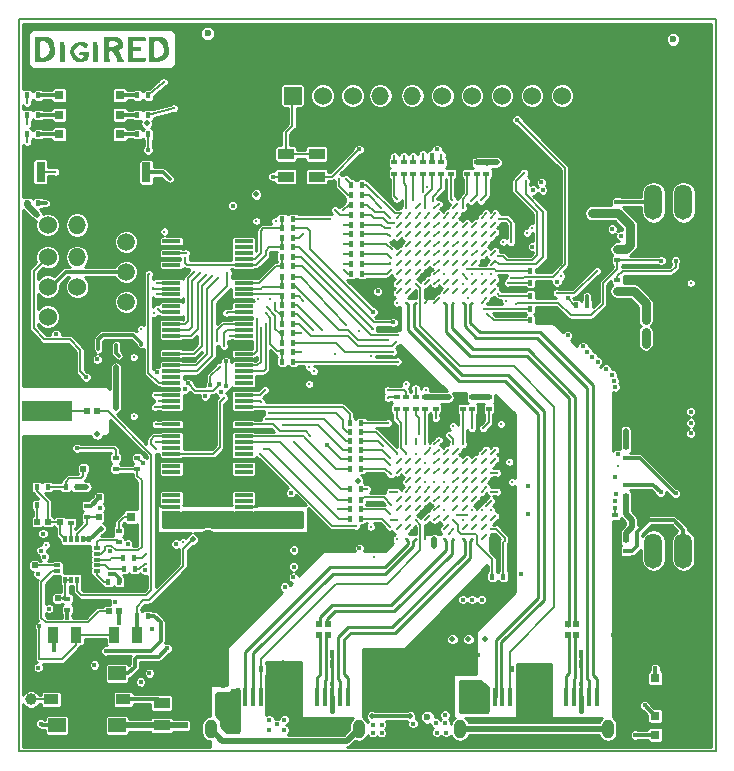
<source format=gtl>
G04 (created by PCBNEW (2013-03-19 BZR 4004)-stable) date 5/31/2013 11:48:04 AM*
%MOIN*%
G04 Gerber Fmt 3.4, Leading zero omitted, Abs format*
%FSLAX34Y34*%
G01*
G70*
G90*
G04 APERTURE LIST*
%ADD10C,0.006*%
%ADD11C,0.00787402*%
%ADD12C,0.0001*%
%ADD13C,0.0157*%
%ADD14C,0.023622*%
%ADD15O,0.06X0.06*%
%ADD16C,0.06*%
%ADD17R,0.06X0.06*%
%ADD18C,0.2362*%
%ADD19O,0.0413386X0.0629921*%
%ADD20R,0.015748X0.0629921*%
%ADD21R,0.0591X0.0472*%
%ADD22R,0.0175X0.0195*%
%ADD23R,0.0195X0.0175*%
%ADD24R,0.0314X0.0314*%
%ADD25C,0.011811*%
%ADD26R,0.0195X0.0195*%
%ADD27R,0.063X0.0118*%
%ADD28R,0.063X0.0276*%
%ADD29C,0.0432*%
%ADD30R,0.122X0.063*%
%ADD31R,0.0551X0.0354*%
%ADD32R,0.0354X0.0551*%
%ADD33R,0.011811X0.023622*%
%ADD34R,0.023622X0.011811*%
%ADD35R,0.0866142X0.0866142*%
%ADD36C,0.0393701*%
%ADD37R,0.015748X0.0265748*%
%ADD38R,0.00787402X0.0265748*%
%ADD39R,0.0314961X0.0669291*%
%ADD40R,0.0472441X0.0354331*%
%ADD41R,0.165X0.07*%
%ADD42R,0.165X0.105*%
%ADD43C,0.0590551*%
%ADD44O,0.06X0.1179*%
%ADD45C,0.015748*%
%ADD46C,0.019685*%
%ADD47C,0.011811*%
%ADD48C,0.019685*%
%ADD49C,0.0314961*%
%ADD50C,0.015748*%
%ADD51C,0.0110236*%
%ADD52C,0.01*%
G04 APERTURE END LIST*
G54D10*
G54D11*
X43307Y-26771D02*
X43307Y-51181D01*
X66535Y-26771D02*
X43307Y-26771D01*
X66535Y-51181D02*
X43307Y-51181D01*
X66535Y-51181D02*
X66535Y-26771D01*
G54D12*
G36*
X48573Y-26945D02*
X46065Y-26953D01*
X43557Y-26962D01*
X43547Y-27837D01*
X43538Y-28712D01*
X43530Y-27820D01*
X43523Y-26929D01*
X46048Y-26937D01*
X48573Y-26945D01*
X48573Y-26945D01*
X48573Y-26945D01*
G37*
G36*
X44523Y-27775D02*
X44505Y-27945D01*
X44447Y-28068D01*
X44345Y-28147D01*
X44345Y-27793D01*
X44331Y-27673D01*
X44279Y-27576D01*
X44260Y-27559D01*
X44176Y-27512D01*
X44102Y-27495D01*
X44064Y-27498D01*
X44040Y-27516D01*
X44028Y-27562D01*
X44023Y-27649D01*
X44023Y-27779D01*
X44023Y-27916D01*
X44028Y-28000D01*
X44041Y-28043D01*
X44066Y-28059D01*
X44102Y-28062D01*
X44187Y-28041D01*
X44260Y-27998D01*
X44321Y-27910D01*
X44345Y-27793D01*
X44345Y-28147D01*
X44193Y-28187D01*
X44049Y-28195D01*
X43839Y-28195D01*
X43839Y-27779D01*
X43839Y-27362D01*
X44066Y-27362D01*
X44192Y-27367D01*
X44298Y-27380D01*
X44358Y-27396D01*
X44439Y-27474D01*
X44497Y-27598D01*
X44522Y-27750D01*
X44523Y-27775D01*
X44523Y-27775D01*
X44523Y-27775D01*
G37*
G36*
X44839Y-28195D02*
X44756Y-28195D01*
X44718Y-28193D01*
X44694Y-28179D01*
X44680Y-28140D01*
X44674Y-28065D01*
X44673Y-27941D01*
X44673Y-27862D01*
X44673Y-27528D01*
X44756Y-27528D01*
X44794Y-27531D01*
X44818Y-27545D01*
X44831Y-27583D01*
X44838Y-27658D01*
X44839Y-27782D01*
X44839Y-27862D01*
X44839Y-28195D01*
X44839Y-28195D01*
X44839Y-28195D01*
G37*
G36*
X45639Y-27862D02*
X45636Y-27984D01*
X45613Y-28094D01*
X45547Y-28162D01*
X45432Y-28192D01*
X45364Y-28195D01*
X45251Y-28184D01*
X45166Y-28140D01*
X45120Y-28098D01*
X45040Y-27979D01*
X45017Y-27851D01*
X45045Y-27728D01*
X45117Y-27624D01*
X45229Y-27553D01*
X45364Y-27529D01*
X45469Y-27539D01*
X45554Y-27564D01*
X45571Y-27574D01*
X45612Y-27611D01*
X45609Y-27649D01*
X45578Y-27698D01*
X45539Y-27741D01*
X45523Y-27739D01*
X45523Y-27737D01*
X45494Y-27687D01*
X45424Y-27650D01*
X45340Y-27637D01*
X45307Y-27642D01*
X45236Y-27690D01*
X45185Y-27777D01*
X45165Y-27876D01*
X45172Y-27927D01*
X45224Y-28008D01*
X45308Y-28066D01*
X45398Y-28084D01*
X45421Y-28079D01*
X45480Y-28042D01*
X45489Y-27998D01*
X45453Y-27969D01*
X45406Y-27970D01*
X45343Y-27971D01*
X45323Y-27933D01*
X45323Y-27924D01*
X45333Y-27886D01*
X45377Y-27867D01*
X45469Y-27862D01*
X45481Y-27862D01*
X45639Y-27862D01*
X45639Y-27862D01*
X45639Y-27862D01*
G37*
G36*
X45939Y-28195D02*
X45856Y-28195D01*
X45818Y-28193D01*
X45794Y-28179D01*
X45780Y-28140D01*
X45774Y-28065D01*
X45773Y-27941D01*
X45773Y-27862D01*
X45773Y-27528D01*
X45856Y-27528D01*
X45894Y-27531D01*
X45918Y-27545D01*
X45931Y-27583D01*
X45938Y-27658D01*
X45939Y-27782D01*
X45939Y-27862D01*
X45939Y-28195D01*
X45939Y-28195D01*
X45939Y-28195D01*
G37*
G36*
X46817Y-28170D02*
X46795Y-28185D01*
X46725Y-28194D01*
X46690Y-28195D01*
X46610Y-28189D01*
X46610Y-27584D01*
X46575Y-27532D01*
X46494Y-27500D01*
X46435Y-27495D01*
X46359Y-27501D01*
X46328Y-27532D01*
X46323Y-27595D01*
X46329Y-27663D01*
X46364Y-27690D01*
X46435Y-27695D01*
X46525Y-27681D01*
X46587Y-27647D01*
X46589Y-27645D01*
X46610Y-27584D01*
X46610Y-28189D01*
X46609Y-28189D01*
X46571Y-28172D01*
X46571Y-28164D01*
X46572Y-28109D01*
X46541Y-28027D01*
X46491Y-27938D01*
X46435Y-27865D01*
X46386Y-27829D01*
X46379Y-27829D01*
X46344Y-27836D01*
X46327Y-27870D01*
X46324Y-27945D01*
X46328Y-28012D01*
X46339Y-28195D01*
X46239Y-28195D01*
X46139Y-28195D01*
X46139Y-27779D01*
X46139Y-27362D01*
X46398Y-27362D01*
X46572Y-27372D01*
X46691Y-27405D01*
X46760Y-27466D01*
X46788Y-27559D01*
X46789Y-27593D01*
X46769Y-27684D01*
X46721Y-27759D01*
X46660Y-27795D01*
X46653Y-27795D01*
X46650Y-27822D01*
X46675Y-27890D01*
X46713Y-27970D01*
X46765Y-28068D01*
X46803Y-28142D01*
X46817Y-28170D01*
X46817Y-28170D01*
X46817Y-28170D01*
G37*
G36*
X47556Y-28119D02*
X47553Y-28154D01*
X47535Y-28177D01*
X47490Y-28189D01*
X47405Y-28194D01*
X47267Y-28195D01*
X47248Y-28195D01*
X46939Y-28195D01*
X46939Y-27779D01*
X46939Y-27362D01*
X47248Y-27362D01*
X47392Y-27363D01*
X47482Y-27367D01*
X47531Y-27378D01*
X47552Y-27399D01*
X47556Y-27434D01*
X47556Y-27438D01*
X47552Y-27479D01*
X47530Y-27501D01*
X47475Y-27507D01*
X47372Y-27503D01*
X47339Y-27501D01*
X47123Y-27487D01*
X47123Y-27595D01*
X47126Y-27663D01*
X47151Y-27691D01*
X47215Y-27693D01*
X47256Y-27689D01*
X47341Y-27685D01*
X47379Y-27700D01*
X47389Y-27746D01*
X47389Y-27762D01*
X47383Y-27816D01*
X47353Y-27837D01*
X47281Y-27836D01*
X47256Y-27834D01*
X47123Y-27821D01*
X47123Y-27946D01*
X47123Y-28070D01*
X47339Y-28056D01*
X47456Y-28050D01*
X47520Y-28053D01*
X47549Y-28071D01*
X47556Y-28107D01*
X47556Y-28119D01*
X47556Y-28119D01*
X47556Y-28119D01*
G37*
G36*
X48323Y-27775D02*
X48305Y-27945D01*
X48247Y-28068D01*
X48145Y-28147D01*
X48139Y-28148D01*
X48139Y-27779D01*
X48131Y-27668D01*
X48100Y-27598D01*
X48060Y-27559D01*
X47976Y-27512D01*
X47902Y-27495D01*
X47864Y-27498D01*
X47840Y-27516D01*
X47828Y-27562D01*
X47823Y-27649D01*
X47823Y-27779D01*
X47823Y-27916D01*
X47828Y-28000D01*
X47841Y-28043D01*
X47866Y-28059D01*
X47902Y-28062D01*
X47987Y-28041D01*
X48060Y-27998D01*
X48113Y-27939D01*
X48136Y-27859D01*
X48139Y-27779D01*
X48139Y-28148D01*
X47993Y-28187D01*
X47849Y-28195D01*
X47639Y-28195D01*
X47639Y-27779D01*
X47639Y-27362D01*
X47866Y-27362D01*
X47992Y-27367D01*
X48098Y-27380D01*
X48158Y-27396D01*
X48239Y-27474D01*
X48297Y-27598D01*
X48322Y-27750D01*
X48323Y-27775D01*
X48323Y-27775D01*
X48323Y-27775D01*
G37*
G54D13*
X66181Y-42125D03*
X66181Y-42598D03*
X66181Y-43779D03*
X66181Y-43188D03*
X66181Y-41220D03*
X66181Y-41692D03*
X66181Y-40669D03*
X50039Y-49921D03*
X57244Y-50551D03*
X57204Y-50236D03*
X49488Y-27834D03*
X48858Y-27834D03*
X57716Y-27322D03*
X57007Y-27322D03*
X52165Y-27322D03*
X52637Y-27322D03*
X53818Y-27322D03*
X53149Y-27322D03*
X58346Y-27322D03*
X59015Y-27322D03*
X61653Y-27322D03*
X61181Y-27322D03*
X55905Y-27322D03*
X56417Y-27322D03*
X55196Y-27322D03*
X54527Y-27322D03*
X59763Y-27322D03*
X60472Y-27322D03*
X50629Y-28464D03*
X50039Y-28464D03*
X50000Y-27834D03*
X50629Y-27834D03*
X51653Y-27834D03*
X51141Y-27834D03*
X51141Y-28464D03*
X51653Y-28425D03*
X49488Y-28464D03*
X48858Y-28464D03*
X51102Y-27244D03*
X51653Y-27244D03*
X50629Y-27244D03*
X50039Y-27244D03*
X48031Y-29488D03*
X48503Y-29291D03*
X62834Y-28503D03*
X63454Y-28533D03*
X65275Y-27913D03*
X65826Y-27913D03*
X63976Y-27047D03*
X65826Y-27519D03*
X64045Y-28533D03*
X64055Y-27913D03*
X63346Y-27047D03*
X62834Y-27047D03*
X62834Y-27913D03*
X63425Y-27913D03*
X62204Y-27913D03*
X64606Y-27047D03*
X64645Y-27913D03*
X62204Y-27047D03*
X62165Y-28503D03*
X62047Y-31456D03*
X66299Y-27047D03*
X65275Y-27047D03*
X65826Y-27047D03*
X66299Y-27480D03*
X66141Y-29173D03*
X66338Y-28661D03*
X66338Y-27952D03*
X63385Y-29251D03*
X63267Y-32086D03*
X62716Y-32086D03*
X62716Y-31456D03*
X63897Y-32086D03*
X63307Y-31456D03*
X63700Y-29645D03*
X63425Y-30157D03*
X63267Y-30826D03*
X62519Y-34251D03*
X66181Y-30078D03*
X66102Y-32165D03*
X66181Y-32834D03*
X65236Y-38976D03*
X63858Y-37007D03*
X62519Y-34803D03*
X63661Y-36653D03*
X65984Y-29685D03*
X65551Y-29370D03*
X66181Y-31535D03*
X65748Y-32007D03*
X66377Y-30708D03*
X64173Y-29370D03*
X64881Y-29212D03*
X63759Y-45342D03*
X63366Y-45744D03*
X63275Y-45169D03*
X66181Y-44330D03*
X66181Y-35629D03*
X65708Y-38464D03*
X66181Y-39133D03*
X66181Y-39606D03*
X66181Y-40157D03*
X66181Y-36102D03*
X66181Y-36653D03*
X65196Y-38464D03*
X64763Y-38464D03*
X66181Y-38149D03*
X66181Y-38661D03*
X66181Y-37165D03*
X66181Y-37677D03*
X63661Y-36259D03*
X64763Y-38976D03*
X58700Y-49173D03*
X58385Y-48937D03*
X58385Y-49803D03*
X58700Y-49527D03*
X51653Y-50118D03*
X50393Y-49370D03*
X50196Y-49645D03*
X57519Y-49960D03*
X55403Y-50561D03*
X55108Y-50561D03*
X51653Y-50472D03*
X52165Y-50118D03*
X57519Y-50236D03*
X57559Y-50551D03*
X55403Y-50285D03*
X55108Y-50285D03*
X52165Y-50472D03*
X51929Y-50275D03*
X49881Y-41496D03*
X45551Y-46535D03*
X48976Y-41496D03*
X49409Y-41496D03*
X48976Y-42637D03*
X48976Y-42086D03*
X49409Y-42086D03*
X49803Y-42086D03*
X46023Y-48700D03*
X50196Y-44173D03*
X49566Y-42637D03*
X50157Y-42637D03*
X50826Y-44173D03*
X49370Y-49448D03*
X48503Y-49015D03*
X45511Y-48700D03*
X49094Y-49015D03*
X46023Y-32755D03*
X51771Y-30472D03*
X45354Y-32755D03*
X47519Y-32795D03*
X47480Y-39055D03*
X52795Y-32992D03*
X45472Y-31141D03*
X53188Y-32598D03*
X47677Y-28700D03*
X46377Y-28700D03*
X47007Y-28700D03*
X48307Y-28661D03*
X45748Y-28700D03*
X44448Y-28700D03*
X43779Y-28700D03*
X45078Y-28700D03*
X48444Y-29980D03*
G54D14*
X56929Y-50039D03*
X49606Y-27244D03*
G54D13*
X48228Y-30551D03*
X48503Y-31692D03*
X48228Y-31141D03*
X50078Y-32322D03*
X51082Y-31751D03*
X50669Y-32086D03*
X51259Y-30157D03*
X51377Y-31023D03*
X49409Y-32283D03*
X48937Y-32047D03*
X50826Y-29606D03*
X66338Y-46653D03*
X66259Y-46102D03*
X66181Y-44881D03*
X65531Y-50255D03*
X64094Y-48799D03*
X63740Y-50196D03*
X63622Y-48799D03*
X63917Y-50984D03*
X63740Y-49665D03*
X64625Y-50984D03*
X65314Y-50984D03*
X63307Y-46259D03*
X65748Y-45314D03*
X63858Y-47677D03*
X66062Y-48070D03*
X66279Y-49153D03*
X66299Y-48681D03*
X60118Y-50118D03*
X59133Y-50157D03*
X49409Y-48070D03*
X48858Y-47795D03*
X48543Y-47401D03*
X48779Y-45354D03*
X48503Y-45708D03*
X51023Y-45669D03*
X50118Y-48070D03*
X65059Y-50275D03*
X61122Y-50905D03*
X60177Y-50905D03*
X60649Y-50905D03*
X58720Y-50905D03*
X58248Y-50905D03*
X59212Y-50905D03*
X59704Y-50905D03*
X63346Y-46850D03*
X63464Y-47322D03*
X59133Y-46338D03*
X58937Y-45905D03*
X65866Y-47677D03*
X66279Y-49566D03*
X65944Y-50984D03*
X66279Y-50039D03*
X65059Y-49114D03*
X66279Y-50570D03*
X66220Y-47322D03*
X66141Y-45551D03*
X50039Y-49370D03*
X50433Y-49842D03*
X48425Y-48070D03*
X49448Y-49881D03*
X60708Y-48385D03*
X63622Y-49251D03*
X60866Y-49704D03*
X65059Y-48602D03*
X48015Y-50858D03*
X47503Y-50814D03*
X65807Y-49389D03*
X65807Y-48799D03*
X55472Y-40019D03*
X65354Y-47992D03*
X63444Y-50570D03*
X59015Y-40511D03*
X59330Y-40807D03*
X49153Y-50846D03*
X61771Y-50688D03*
X60275Y-49704D03*
X62519Y-50688D03*
X50118Y-48996D03*
X49625Y-48996D03*
X46259Y-50826D03*
X45649Y-50826D03*
X44291Y-50826D03*
X45000Y-50826D03*
X46909Y-50826D03*
X48484Y-50846D03*
X43720Y-50826D03*
X44921Y-41889D03*
X44606Y-41889D03*
X43976Y-41889D03*
X44291Y-41889D03*
X44350Y-37755D03*
X44055Y-37755D03*
X48818Y-33346D03*
X48464Y-32952D03*
X47913Y-33031D03*
X48464Y-33582D03*
X49055Y-33858D03*
X44696Y-37755D03*
X46003Y-34468D03*
X46003Y-35590D03*
X45629Y-36122D03*
X46003Y-36555D03*
X46003Y-36062D03*
X46003Y-34960D03*
X45629Y-34232D03*
X46003Y-34035D03*
X46003Y-33385D03*
G54D15*
X45255Y-33633D03*
G54D16*
X44271Y-33633D03*
G54D17*
X45255Y-36688D03*
G54D16*
X44271Y-36688D03*
X44271Y-34704D03*
G54D15*
X45255Y-34704D03*
G54D16*
X44271Y-35688D03*
X45255Y-35688D03*
G54D18*
X49803Y-30771D03*
X64842Y-30771D03*
G54D19*
X58011Y-50423D03*
G54D20*
X62578Y-49370D03*
X62322Y-49370D03*
X62066Y-49370D03*
X61811Y-49370D03*
X61555Y-49370D03*
X58917Y-49370D03*
X59173Y-49370D03*
X59429Y-49370D03*
X59685Y-49370D03*
X59940Y-49370D03*
G54D19*
X62952Y-50423D03*
X49704Y-50423D03*
G54D20*
X54271Y-49370D03*
X54015Y-49370D03*
X53759Y-49370D03*
X53503Y-49370D03*
X53248Y-49370D03*
X50610Y-49370D03*
X50866Y-49370D03*
X51122Y-49370D03*
X51377Y-49370D03*
X51633Y-49370D03*
G54D19*
X54645Y-50423D03*
G54D21*
X46590Y-50314D03*
X44590Y-50314D03*
X44590Y-48582D03*
X46590Y-48582D03*
G54D22*
X47255Y-29960D03*
X47625Y-29960D03*
G54D23*
X63267Y-35464D03*
X63267Y-35834D03*
G54D22*
X47255Y-29311D03*
X47625Y-29311D03*
X43964Y-30610D03*
X43594Y-30610D03*
X47163Y-44734D03*
X46793Y-44734D03*
G54D23*
X44931Y-46084D03*
X44931Y-46454D03*
G54D22*
X47173Y-45098D03*
X46803Y-45098D03*
G54D23*
X47263Y-41769D03*
X47263Y-41399D03*
G54D22*
X47255Y-30610D03*
X47625Y-30610D03*
G54D23*
X63267Y-34810D03*
X63267Y-34440D03*
X46535Y-41767D03*
X46535Y-41397D03*
G54D22*
X60736Y-35984D03*
X60366Y-35984D03*
X60736Y-36811D03*
X60366Y-36811D03*
X60736Y-36417D03*
X60366Y-36417D03*
X60736Y-35157D03*
X60366Y-35157D03*
G54D23*
X45049Y-43181D03*
X45049Y-43551D03*
G54D22*
X46295Y-45535D03*
X46665Y-45535D03*
X54712Y-41141D03*
X54342Y-41141D03*
X47618Y-46661D03*
X47248Y-46661D03*
G54D23*
X46643Y-44210D03*
X46643Y-43840D03*
X57204Y-39381D03*
X57204Y-39751D03*
G54D22*
X54751Y-32637D03*
X54381Y-32637D03*
G54D23*
X56456Y-31917D03*
X56456Y-31547D03*
G54D22*
X54751Y-32283D03*
X54381Y-32283D03*
G54D23*
X56141Y-31917D03*
X56141Y-31547D03*
X55826Y-31917D03*
X55826Y-31547D03*
X56771Y-31917D03*
X56771Y-31547D03*
X57401Y-31917D03*
X57401Y-31547D03*
X58897Y-31547D03*
X58897Y-31917D03*
G54D22*
X54751Y-32952D03*
X54381Y-32952D03*
G54D23*
X57716Y-31547D03*
X57716Y-31917D03*
G54D22*
X54712Y-43110D03*
X54342Y-43110D03*
X54712Y-41446D03*
X54342Y-41446D03*
X54712Y-41761D03*
X54342Y-41761D03*
X54712Y-43425D03*
X54342Y-43425D03*
X54712Y-42795D03*
X54342Y-42795D03*
G54D23*
X58110Y-39381D03*
X58110Y-39751D03*
G54D22*
X54722Y-40236D03*
X54352Y-40236D03*
X54722Y-40826D03*
X54352Y-40826D03*
G54D23*
X56535Y-39751D03*
X56535Y-39381D03*
G54D22*
X54722Y-40531D03*
X54352Y-40531D03*
G54D23*
X56220Y-39751D03*
X56220Y-39381D03*
X55905Y-39751D03*
X55905Y-39381D03*
X58988Y-39381D03*
X58988Y-39751D03*
X58425Y-39381D03*
X58425Y-39751D03*
G54D22*
X60736Y-35551D03*
X60366Y-35551D03*
X54751Y-34251D03*
X54381Y-34251D03*
X54751Y-34606D03*
X54381Y-34606D03*
X54751Y-35275D03*
X54381Y-35275D03*
X54751Y-33937D03*
X54381Y-33937D03*
X54751Y-33622D03*
X54381Y-33622D03*
X54751Y-34921D03*
X54381Y-34921D03*
X54751Y-33307D03*
X54381Y-33307D03*
G54D23*
X63185Y-43685D03*
X63185Y-43315D03*
X56850Y-39381D03*
X56850Y-39751D03*
X63543Y-41413D03*
X63543Y-41043D03*
X57086Y-31547D03*
X57086Y-31917D03*
X63543Y-42291D03*
X63543Y-42661D03*
G54D22*
X60106Y-48444D03*
X59736Y-48444D03*
X51759Y-48444D03*
X51389Y-48444D03*
X59456Y-45354D03*
X59086Y-45354D03*
X62251Y-36299D03*
X61881Y-36299D03*
X54712Y-42440D03*
X54342Y-42440D03*
G54D24*
X64527Y-49370D03*
X64527Y-48740D03*
X64527Y-49999D03*
X64527Y-50629D03*
G54D25*
X57795Y-33070D03*
X58110Y-33070D03*
X58425Y-33070D03*
X58740Y-33070D03*
X56220Y-33070D03*
X56535Y-33070D03*
X56850Y-33070D03*
X57165Y-33070D03*
X57165Y-34645D03*
X56850Y-34645D03*
X56535Y-34645D03*
X56220Y-34645D03*
X58740Y-34645D03*
X58425Y-34645D03*
X58110Y-34645D03*
X57795Y-34645D03*
X59055Y-34330D03*
X57480Y-34330D03*
X55905Y-34330D03*
X57795Y-34330D03*
X58110Y-34330D03*
X58425Y-34330D03*
X58740Y-34330D03*
X56220Y-34330D03*
X56535Y-34330D03*
X56850Y-34330D03*
X57165Y-34330D03*
X57165Y-34015D03*
X56850Y-34015D03*
X56535Y-34015D03*
X56220Y-34015D03*
X58740Y-34015D03*
X58425Y-34015D03*
X58110Y-34015D03*
X57795Y-34015D03*
X55905Y-34015D03*
X57480Y-34015D03*
X59055Y-34015D03*
X59055Y-33700D03*
X57480Y-33700D03*
X55905Y-33700D03*
X57795Y-33700D03*
X58110Y-33700D03*
X58425Y-33700D03*
X58740Y-33700D03*
X56220Y-33700D03*
X56535Y-33700D03*
X56850Y-33700D03*
X57165Y-33700D03*
X57165Y-33385D03*
X56850Y-33385D03*
X56535Y-33385D03*
X56220Y-33385D03*
X58740Y-33385D03*
X58425Y-33385D03*
X58110Y-33385D03*
X57795Y-33385D03*
X55905Y-33385D03*
X57480Y-33385D03*
X59055Y-33385D03*
X59055Y-34960D03*
X57480Y-34960D03*
X55905Y-34960D03*
X57795Y-34960D03*
X58110Y-34960D03*
X58425Y-34960D03*
X58740Y-34960D03*
X56220Y-34960D03*
X56535Y-34960D03*
X56850Y-34960D03*
X57165Y-34960D03*
X57165Y-35275D03*
X56850Y-35275D03*
X56535Y-35275D03*
X56220Y-35275D03*
X58740Y-35275D03*
X58425Y-35275D03*
X58110Y-35275D03*
X57795Y-35275D03*
X55905Y-35275D03*
X57480Y-35275D03*
X59055Y-35275D03*
X59055Y-35590D03*
X57480Y-35590D03*
X55905Y-35590D03*
X57795Y-35590D03*
X58110Y-35590D03*
X58425Y-35590D03*
X58740Y-35590D03*
X56220Y-35590D03*
X56535Y-35590D03*
X56850Y-35590D03*
X57165Y-35590D03*
X57165Y-35905D03*
X56850Y-35905D03*
X56535Y-35905D03*
X56220Y-35905D03*
X58740Y-35905D03*
X58425Y-35905D03*
X58110Y-35905D03*
X57795Y-35905D03*
X55905Y-35905D03*
X57480Y-35905D03*
X59055Y-35905D03*
X59055Y-36220D03*
X57480Y-36220D03*
X55905Y-36220D03*
X59055Y-33070D03*
X57480Y-33070D03*
X55905Y-33070D03*
X55905Y-34645D03*
X57480Y-34645D03*
X59055Y-34645D03*
X57795Y-36220D03*
X58110Y-36220D03*
X58425Y-36220D03*
X58740Y-36220D03*
X56220Y-36220D03*
X56535Y-36220D03*
X56850Y-36220D03*
X57165Y-36220D03*
X57795Y-40944D03*
X58110Y-40944D03*
X58425Y-40944D03*
X58740Y-40944D03*
X56220Y-40944D03*
X56535Y-40944D03*
X56850Y-40944D03*
X57165Y-40944D03*
X57165Y-42519D03*
X56850Y-42519D03*
X56535Y-42519D03*
X56220Y-42519D03*
X58740Y-42519D03*
X58425Y-42519D03*
X58110Y-42519D03*
X57795Y-42519D03*
X59055Y-42204D03*
X57480Y-42204D03*
X55905Y-42204D03*
X57795Y-42204D03*
X58110Y-42204D03*
X58425Y-42204D03*
X58740Y-42204D03*
X56220Y-42204D03*
X56535Y-42204D03*
X56850Y-42204D03*
X57165Y-42204D03*
X57165Y-41889D03*
X56850Y-41889D03*
X56535Y-41889D03*
X56220Y-41889D03*
X58740Y-41889D03*
X58425Y-41889D03*
X58110Y-41889D03*
X57795Y-41889D03*
X55905Y-41889D03*
X57480Y-41889D03*
X59055Y-41889D03*
X59055Y-41574D03*
X57480Y-41574D03*
X55905Y-41574D03*
X57795Y-41574D03*
X58110Y-41574D03*
X58425Y-41574D03*
X58740Y-41574D03*
X56220Y-41574D03*
X56535Y-41574D03*
X56850Y-41574D03*
X57165Y-41574D03*
X57165Y-41259D03*
X56850Y-41259D03*
X56535Y-41259D03*
X56220Y-41259D03*
X58740Y-41259D03*
X58425Y-41259D03*
X58110Y-41259D03*
X57795Y-41259D03*
X55905Y-41259D03*
X57480Y-41259D03*
X59055Y-41259D03*
X59055Y-42834D03*
X57480Y-42834D03*
X55905Y-42834D03*
X57795Y-42834D03*
X58110Y-42834D03*
X58425Y-42834D03*
X58740Y-42834D03*
X56220Y-42834D03*
X56535Y-42834D03*
X56850Y-42834D03*
X57165Y-42834D03*
X57165Y-43149D03*
X56850Y-43149D03*
X56535Y-43149D03*
X56220Y-43149D03*
X58740Y-43149D03*
X58425Y-43149D03*
X58110Y-43149D03*
X57795Y-43149D03*
X55905Y-43149D03*
X57480Y-43149D03*
X59055Y-43149D03*
X59055Y-43464D03*
X57480Y-43464D03*
X55905Y-43464D03*
X57795Y-43464D03*
X58110Y-43464D03*
X58425Y-43464D03*
X58740Y-43464D03*
X56220Y-43464D03*
X56535Y-43464D03*
X56850Y-43464D03*
X57165Y-43464D03*
X57165Y-43779D03*
X56850Y-43779D03*
X56535Y-43779D03*
X56220Y-43779D03*
X58740Y-43779D03*
X58425Y-43779D03*
X58110Y-43779D03*
X57795Y-43779D03*
X55905Y-43779D03*
X57480Y-43779D03*
X59055Y-43779D03*
X59055Y-44094D03*
X57480Y-44094D03*
X55905Y-44094D03*
X59055Y-40944D03*
X57480Y-40944D03*
X55905Y-40944D03*
X55905Y-42519D03*
X57480Y-42519D03*
X59055Y-42519D03*
X57795Y-44094D03*
X58110Y-44094D03*
X58425Y-44094D03*
X58740Y-44094D03*
X56220Y-44094D03*
X56535Y-44094D03*
X56850Y-44094D03*
X57165Y-44094D03*
G54D26*
X61614Y-47302D03*
X61614Y-46948D03*
X53612Y-47302D03*
X53612Y-46948D03*
X53316Y-47302D03*
X53316Y-46948D03*
X61889Y-47302D03*
X61889Y-46948D03*
X48850Y-50314D03*
X48850Y-49960D03*
X43838Y-44626D03*
X43838Y-44980D03*
X46303Y-46500D03*
X46657Y-46500D03*
X44688Y-43177D03*
X44688Y-43531D03*
G54D18*
X64842Y-46523D03*
X49803Y-46523D03*
G54D22*
X43964Y-29960D03*
X43594Y-29960D03*
X43964Y-29311D03*
X43594Y-29311D03*
X52098Y-36299D03*
X52468Y-36299D03*
G54D23*
X58267Y-31547D03*
X58267Y-31917D03*
G54D22*
X52098Y-33740D03*
X52468Y-33740D03*
X52098Y-35984D03*
X52468Y-35984D03*
X52098Y-35669D03*
X52468Y-35669D03*
X52098Y-35354D03*
X52468Y-35354D03*
X52098Y-35000D03*
X52468Y-35000D03*
X52098Y-34685D03*
X52468Y-34685D03*
X52098Y-34370D03*
X52468Y-34370D03*
X52098Y-34055D03*
X52468Y-34055D03*
G54D23*
X58582Y-31547D03*
X58582Y-31917D03*
G54D22*
X52098Y-33425D03*
X52468Y-33425D03*
X52468Y-38188D03*
X52098Y-38188D03*
X52468Y-37874D03*
X52098Y-37874D03*
X52468Y-37559D03*
X52098Y-37559D03*
X52468Y-37244D03*
X52098Y-37244D03*
X52468Y-36929D03*
X52098Y-36929D03*
X52468Y-36614D03*
X52098Y-36614D03*
G54D27*
X48401Y-34177D03*
X48401Y-34374D03*
X48401Y-34571D03*
X48401Y-34768D03*
X48401Y-34964D03*
G54D28*
X48401Y-35260D03*
G54D27*
X48401Y-35555D03*
X48401Y-35752D03*
X48401Y-35949D03*
X48401Y-36146D03*
X48401Y-36342D03*
X48401Y-36539D03*
X48401Y-36736D03*
X48401Y-36933D03*
X48401Y-37130D03*
X48401Y-37327D03*
G54D28*
X48401Y-37622D03*
G54D27*
X48401Y-37917D03*
X48401Y-38114D03*
X48401Y-38311D03*
X48401Y-38508D03*
X48401Y-38705D03*
X48401Y-38901D03*
X48401Y-39098D03*
X48401Y-39295D03*
X48401Y-39492D03*
X48401Y-39689D03*
G54D28*
X48401Y-39985D03*
G54D27*
X48401Y-40279D03*
X48401Y-40476D03*
X48401Y-40673D03*
X48401Y-40870D03*
X48401Y-41067D03*
X48401Y-41264D03*
X48401Y-41460D03*
X48401Y-41657D03*
X48401Y-41854D03*
X48401Y-42051D03*
G54D28*
X48401Y-42347D03*
G54D27*
X48401Y-42642D03*
X48401Y-42838D03*
X48401Y-43035D03*
X48401Y-43232D03*
X48401Y-43429D03*
X50803Y-43431D03*
X50803Y-43234D03*
X50803Y-43037D03*
X50803Y-42840D03*
X50803Y-42644D03*
G54D28*
X50803Y-42349D03*
G54D27*
X50803Y-42053D03*
X50803Y-41856D03*
X50803Y-41659D03*
X50803Y-41462D03*
X50803Y-41266D03*
X50803Y-41069D03*
X50803Y-40872D03*
X50803Y-40675D03*
X50803Y-40478D03*
X50803Y-40281D03*
G54D28*
X50803Y-39986D03*
G54D27*
X50803Y-39690D03*
X50803Y-39493D03*
X50803Y-39296D03*
X50803Y-39099D03*
X50803Y-38903D03*
X50803Y-38706D03*
X50803Y-38509D03*
X50803Y-38312D03*
X50803Y-38115D03*
X50803Y-37918D03*
G54D28*
X50803Y-37623D03*
G54D27*
X50803Y-37327D03*
X50803Y-37130D03*
X50803Y-36933D03*
X50803Y-36736D03*
X50803Y-36540D03*
X50803Y-36343D03*
X50803Y-36146D03*
X50803Y-35949D03*
X50803Y-35752D03*
X50803Y-35555D03*
G54D28*
X50803Y-35260D03*
G54D27*
X50803Y-34964D03*
X50803Y-34768D03*
X50803Y-34571D03*
X50803Y-34374D03*
X50803Y-34177D03*
G54D29*
X49606Y-44000D03*
X49606Y-33606D03*
G54D30*
X49606Y-44689D03*
X49606Y-32917D03*
G54D23*
X45590Y-43364D03*
X45590Y-42994D03*
G54D22*
X45244Y-42362D03*
X44874Y-42362D03*
X44279Y-42362D03*
X43909Y-42362D03*
X43555Y-42972D03*
X43925Y-42972D03*
X43598Y-32905D03*
X43968Y-32905D03*
G54D24*
X47066Y-42726D03*
X47066Y-43356D03*
G54D26*
X45925Y-39842D03*
X45571Y-39842D03*
X44606Y-46082D03*
X44606Y-46436D03*
X46348Y-42716D03*
X45994Y-42716D03*
X46348Y-43366D03*
X45994Y-43366D03*
X45462Y-41397D03*
X45462Y-41751D03*
X43927Y-43533D03*
X44281Y-43533D03*
G54D31*
X53238Y-31268D03*
X53238Y-32018D03*
X52214Y-31268D03*
X52214Y-32018D03*
G54D32*
X46499Y-47287D03*
X47249Y-47287D03*
X45217Y-47287D03*
X44467Y-47287D03*
G54D14*
X65118Y-27440D03*
G54D33*
X45255Y-45452D03*
X45452Y-45452D03*
X45649Y-45452D03*
X45059Y-45452D03*
X44862Y-45452D03*
X44862Y-44114D03*
X45059Y-44114D03*
X45255Y-44114D03*
X45452Y-44114D03*
X45649Y-44114D03*
G54D34*
X45925Y-44389D03*
X45925Y-44586D03*
X45925Y-44783D03*
X45925Y-44980D03*
X45925Y-45177D03*
X44586Y-44783D03*
X44586Y-44586D03*
X44586Y-44389D03*
X44586Y-44980D03*
X44586Y-45177D03*
G54D35*
X45255Y-44783D03*
G54D36*
X43720Y-49448D03*
G54D37*
X53759Y-47938D03*
X53759Y-48282D03*
G54D38*
X53562Y-48282D03*
X53366Y-48282D03*
X53562Y-47938D03*
X53366Y-47938D03*
X53956Y-47938D03*
X54153Y-47938D03*
X54153Y-48282D03*
X53956Y-48282D03*
G54D37*
X62047Y-47938D03*
X62047Y-48282D03*
G54D38*
X61850Y-48282D03*
X61653Y-48282D03*
X61850Y-47938D03*
X61653Y-47938D03*
X62244Y-47938D03*
X62440Y-47938D03*
X62440Y-48282D03*
X62244Y-48282D03*
G54D39*
X44035Y-31858D03*
X45374Y-31858D03*
X47566Y-31881D03*
X46228Y-31881D03*
G54D24*
X45295Y-29311D03*
X44665Y-29311D03*
X45295Y-29960D03*
X44665Y-29960D03*
X45295Y-30610D03*
X44665Y-30610D03*
X46043Y-29311D03*
X46673Y-29311D03*
X46043Y-29960D03*
X46673Y-29960D03*
X46043Y-30610D03*
X46673Y-30610D03*
G54D21*
X44590Y-48582D03*
X46590Y-48582D03*
X46590Y-50314D03*
X44590Y-50314D03*
G54D40*
X46791Y-49448D03*
X44389Y-49448D03*
G54D41*
X44238Y-39842D03*
G54D42*
X44238Y-41218D03*
X44238Y-38466D03*
G54D43*
X46889Y-35196D03*
X46889Y-34196D03*
X46889Y-36196D03*
G54D31*
X48070Y-50315D03*
X48070Y-49565D03*
G54D13*
X51771Y-43582D03*
X51771Y-43307D03*
X51456Y-43582D03*
X51456Y-43307D03*
X52637Y-43307D03*
X52086Y-43307D03*
X52362Y-43582D03*
X52086Y-43582D03*
X52637Y-43582D03*
X52362Y-43307D03*
G54D44*
X64460Y-44488D03*
X65459Y-44488D03*
X65460Y-32874D03*
X64461Y-32874D03*
G54D23*
X63543Y-44503D03*
X63543Y-44133D03*
X63267Y-32876D03*
X63267Y-33246D03*
G54D16*
X53437Y-29318D03*
X53437Y-28318D03*
G54D17*
X52437Y-29318D03*
G54D16*
X52437Y-28318D03*
X54437Y-28318D03*
X54437Y-29318D03*
X61421Y-28318D03*
X59421Y-28318D03*
X60421Y-28318D03*
X60421Y-29318D03*
X59421Y-29318D03*
X58421Y-29318D03*
G54D15*
X55366Y-29318D03*
G54D16*
X55366Y-28318D03*
X61421Y-29318D03*
X58421Y-28318D03*
X56429Y-28318D03*
G54D15*
X56429Y-29318D03*
G54D16*
X57429Y-28318D03*
X57429Y-29318D03*
G54D45*
X46027Y-43066D03*
X60039Y-45275D03*
G54D25*
X57645Y-40629D03*
X57933Y-32933D03*
X58877Y-36082D03*
X58562Y-35452D03*
X57933Y-35767D03*
X57303Y-36082D03*
X56673Y-34822D03*
X58562Y-43326D03*
X56043Y-33562D03*
X56692Y-42696D03*
X58877Y-43956D03*
X56358Y-43641D03*
X57657Y-43917D03*
X56043Y-41437D03*
X57303Y-32933D03*
X56043Y-34507D03*
X56358Y-35767D03*
X59192Y-33877D03*
X55688Y-42519D03*
X59251Y-41889D03*
X57165Y-44330D03*
X57303Y-40807D03*
G54D45*
X63543Y-42988D03*
X63708Y-43452D03*
X63543Y-40492D03*
X63543Y-40759D03*
X57637Y-39381D03*
G54D25*
X58712Y-39381D03*
G54D45*
X57086Y-31287D03*
X62933Y-33228D03*
X62431Y-33228D03*
X65708Y-40226D03*
X64212Y-37588D03*
X64212Y-37194D03*
X64212Y-36801D03*
X65708Y-39852D03*
X65708Y-40580D03*
G54D46*
X59248Y-31547D03*
G54D45*
X45925Y-38114D03*
X45925Y-40610D03*
X44122Y-43917D03*
X43929Y-33303D03*
X43960Y-48385D03*
X47370Y-48862D03*
X47665Y-48570D03*
X45830Y-48295D03*
X47503Y-50330D03*
X46527Y-46204D03*
X43956Y-45275D03*
G54D46*
X58850Y-47440D03*
X57763Y-47437D03*
X58295Y-47440D03*
G54D25*
X57618Y-35767D03*
G54D46*
X46043Y-43755D03*
X45811Y-42897D03*
G54D45*
X44929Y-46720D03*
X55275Y-35846D03*
X46338Y-45275D03*
X46338Y-44488D03*
X44311Y-46417D03*
X47736Y-47086D03*
G54D25*
X58562Y-34822D03*
X56043Y-35452D03*
X56043Y-41751D03*
X56358Y-42696D03*
G54D46*
X54618Y-42153D03*
G54D25*
X56043Y-33877D03*
X58562Y-42696D03*
X55704Y-43468D03*
X59192Y-35767D03*
X56673Y-32933D03*
X59192Y-34507D03*
X56358Y-34822D03*
G54D45*
X44055Y-44488D03*
G54D25*
X62251Y-36000D03*
X57618Y-43641D03*
X56535Y-40775D03*
X59232Y-43779D03*
X59251Y-42519D03*
G54D45*
X44472Y-47791D03*
X46657Y-46889D03*
X45562Y-42366D03*
X48267Y-47748D03*
G54D25*
X59192Y-33562D03*
X57933Y-33877D03*
X57933Y-41751D03*
X59192Y-41437D03*
X57933Y-33562D03*
X58877Y-33877D03*
X57933Y-41437D03*
X58877Y-41751D03*
X57303Y-34192D03*
X56929Y-32358D03*
X56775Y-31259D03*
X57401Y-31283D03*
X57618Y-34192D03*
X56988Y-33877D03*
X58562Y-33562D03*
X59334Y-33417D03*
X59724Y-34208D03*
X56988Y-41751D03*
X58562Y-41437D03*
X56988Y-33248D03*
X58877Y-33248D03*
X57027Y-41082D03*
X58877Y-41122D03*
X57303Y-33562D03*
X59192Y-33248D03*
X57303Y-41437D03*
X59192Y-41122D03*
X57303Y-33877D03*
X58877Y-33562D03*
X58877Y-41437D03*
X57303Y-41751D03*
X57303Y-33248D03*
X58248Y-33562D03*
X57303Y-41122D03*
X58248Y-41437D03*
G54D45*
X51787Y-32019D03*
G54D46*
X49106Y-44110D03*
G54D25*
X48870Y-34570D03*
X57858Y-39692D03*
X57027Y-39129D03*
G54D45*
X61374Y-35696D03*
G54D25*
X59763Y-36633D03*
X59222Y-36102D03*
X60984Y-36811D03*
G54D45*
X63413Y-43685D03*
G54D25*
X59125Y-32114D03*
G54D45*
X47236Y-44098D03*
X43748Y-43275D03*
X43767Y-46192D03*
X45578Y-47547D03*
X44515Y-49082D03*
X44606Y-46657D03*
X49153Y-49803D03*
X45066Y-48732D03*
G54D25*
X57610Y-40803D03*
G54D45*
X56980Y-47299D03*
G54D46*
X55507Y-47870D03*
X55874Y-48200D03*
X56779Y-48925D03*
X56763Y-49291D03*
X55921Y-49299D03*
X55925Y-48944D03*
G54D25*
X52106Y-48188D03*
X59685Y-41685D03*
X59685Y-43090D03*
G54D45*
X46350Y-43051D03*
G54D46*
X45704Y-36688D03*
G54D25*
X44511Y-44074D03*
G54D45*
X46161Y-45775D03*
G54D46*
X47066Y-43023D03*
G54D45*
X44496Y-43188D03*
G54D25*
X59192Y-32933D03*
X58877Y-32933D03*
X58562Y-32933D03*
X58562Y-33248D03*
X58248Y-33248D03*
X59271Y-44744D03*
X57007Y-43917D03*
G54D45*
X55393Y-40433D03*
X55157Y-42244D03*
X54960Y-42913D03*
X51732Y-42204D03*
X51840Y-38956D03*
X54822Y-48031D03*
X55039Y-35846D03*
G54D25*
X56377Y-36082D03*
G54D46*
X45590Y-45118D03*
X45590Y-44901D03*
X45374Y-45118D03*
X45374Y-44901D03*
X45590Y-44665D03*
X45374Y-44665D03*
X45137Y-45118D03*
X44921Y-45118D03*
X44921Y-44901D03*
X45137Y-44901D03*
X45137Y-44665D03*
X44921Y-44665D03*
X45374Y-44448D03*
X45590Y-44448D03*
X45137Y-44448D03*
X44921Y-44448D03*
G54D45*
X44586Y-45570D03*
X47488Y-46433D03*
X63110Y-47283D03*
X61023Y-49291D03*
X61023Y-48385D03*
X59251Y-45905D03*
X64862Y-49370D03*
X63523Y-49803D03*
X58622Y-47952D03*
X56535Y-50807D03*
G54D46*
X56480Y-48937D03*
X56476Y-49301D03*
X56185Y-48948D03*
X56208Y-49299D03*
G54D45*
X56122Y-50846D03*
X55767Y-50846D03*
X58740Y-46889D03*
X58425Y-46889D03*
X58110Y-46889D03*
X53858Y-44409D03*
X63366Y-48602D03*
X60295Y-48444D03*
X51830Y-49370D03*
X51633Y-48937D03*
X51633Y-49842D03*
X53759Y-49842D03*
X60137Y-49370D03*
X59940Y-49842D03*
X62066Y-49842D03*
X62066Y-48927D03*
X53759Y-48937D03*
G54D25*
X60944Y-35874D03*
X60984Y-35551D03*
X56988Y-35767D03*
X56988Y-35137D03*
X59192Y-34192D03*
X56043Y-32933D03*
G54D46*
X57716Y-31275D03*
X55157Y-44165D03*
G54D25*
X58582Y-40944D03*
X55787Y-40826D03*
X57925Y-32500D03*
X50206Y-39704D03*
X60984Y-36574D03*
X64950Y-50659D03*
X47785Y-36742D03*
X47933Y-38110D03*
X47903Y-40472D03*
X51417Y-42726D03*
X51328Y-40482D03*
X50295Y-37942D03*
X50131Y-36736D03*
X47814Y-36269D03*
X47903Y-37618D03*
X47940Y-34366D03*
X47933Y-34771D03*
X47940Y-35263D03*
X51267Y-35259D03*
X58877Y-34822D03*
X57618Y-32933D03*
X57303Y-35767D03*
X56988Y-36082D03*
X56043Y-34192D03*
X60984Y-35157D03*
X59311Y-44094D03*
X47942Y-39094D03*
X47923Y-39990D03*
X51279Y-39104D03*
X51269Y-41466D03*
X51299Y-42057D03*
X47952Y-42352D03*
X47942Y-42047D03*
X47982Y-41456D03*
X58267Y-41102D03*
X59232Y-42204D03*
X58877Y-42696D03*
X56988Y-43011D03*
X56535Y-43917D03*
X56043Y-42066D03*
G54D45*
X63188Y-39035D03*
G54D25*
X60417Y-33736D03*
X58562Y-33877D03*
X52716Y-37874D03*
G54D45*
X63271Y-41275D03*
X62606Y-38185D03*
G54D25*
X58562Y-41751D03*
X55937Y-38185D03*
G54D45*
X63165Y-38830D03*
X60433Y-34350D03*
G54D25*
X52716Y-37244D03*
X58248Y-34507D03*
X58248Y-42381D03*
G54D45*
X63212Y-42610D03*
G54D25*
X55783Y-37854D03*
G54D45*
X62263Y-37854D03*
G54D25*
X58877Y-34192D03*
X60251Y-33885D03*
X53120Y-37135D03*
G54D45*
X63098Y-38633D03*
G54D25*
X55895Y-37519D03*
X58877Y-42066D03*
G54D45*
X60452Y-32468D03*
G54D25*
X59468Y-34188D03*
X57937Y-34188D03*
X57625Y-33870D03*
G54D45*
X60732Y-32216D03*
X59917Y-30133D03*
G54D25*
X58574Y-34503D03*
X59712Y-35409D03*
G54D45*
X60775Y-32472D03*
G54D25*
X58877Y-34507D03*
X57795Y-40346D03*
X57937Y-42062D03*
X59377Y-40267D03*
X57618Y-41751D03*
X58582Y-42362D03*
X59759Y-42196D03*
G54D45*
X60295Y-42342D03*
G54D25*
X58877Y-42381D03*
G54D45*
X63377Y-33992D03*
X52460Y-45381D03*
G54D25*
X56673Y-35137D03*
G54D45*
X52173Y-45704D03*
G54D25*
X56673Y-43011D03*
G54D45*
X63090Y-33767D03*
X52472Y-45019D03*
G54D25*
X56358Y-35137D03*
X56358Y-43011D03*
G54D45*
X52480Y-44468D03*
G54D46*
X55082Y-50003D03*
X56358Y-50011D03*
G54D25*
X57303Y-35137D03*
G54D45*
X65206Y-34832D03*
X64704Y-42549D03*
X47622Y-31129D03*
G54D25*
X57933Y-34507D03*
G54D45*
X50440Y-32984D03*
G54D25*
X60212Y-32165D03*
X48488Y-29748D03*
X59192Y-34822D03*
X57618Y-35452D03*
X58275Y-36051D03*
X59547Y-36161D03*
X57303Y-35452D03*
X56043Y-43011D03*
X58248Y-43641D03*
G54D45*
X58110Y-46122D03*
G54D25*
X56043Y-35137D03*
X57303Y-43011D03*
G54D45*
X60295Y-43267D03*
G54D25*
X57618Y-43326D03*
X57303Y-43326D03*
G54D46*
X51220Y-32614D03*
G54D25*
X48346Y-32094D03*
G54D45*
X61602Y-37314D03*
X61602Y-36070D03*
G54D25*
X57933Y-35452D03*
X58779Y-40413D03*
X58248Y-42066D03*
X58248Y-41751D03*
X58425Y-40413D03*
X57204Y-40078D03*
X57618Y-41122D03*
X57303Y-42381D03*
X55688Y-43690D03*
X57765Y-32805D03*
X57618Y-33248D03*
X56358Y-41751D03*
X55688Y-41397D03*
X56988Y-42381D03*
X55679Y-43277D03*
X55708Y-42952D03*
X56673Y-42381D03*
X56673Y-42066D03*
X55679Y-41633D03*
X55610Y-40236D03*
X56673Y-41751D03*
X56358Y-42381D03*
X54921Y-42440D03*
X56358Y-42066D03*
X55708Y-41948D03*
X58248Y-34192D03*
X58720Y-32814D03*
X58248Y-33877D03*
X58385Y-32824D03*
X56358Y-41437D03*
X55442Y-40984D03*
X56673Y-33562D03*
X56456Y-32795D03*
X56043Y-33248D03*
X56358Y-33248D03*
X55905Y-32755D03*
X56673Y-33248D03*
X56771Y-32529D03*
X56988Y-33562D03*
X57116Y-32834D03*
X44527Y-31858D03*
X59094Y-44940D03*
X55157Y-44694D03*
X55728Y-35118D03*
X57303Y-34507D03*
X56673Y-41437D03*
X56653Y-40590D03*
X55738Y-34448D03*
X56358Y-34507D03*
X56673Y-34507D03*
X55708Y-34744D03*
X55679Y-34015D03*
X56358Y-34192D03*
X55669Y-33740D03*
X56673Y-34192D03*
X56988Y-34507D03*
X55688Y-34911D03*
X55807Y-33562D03*
X56358Y-33877D03*
X55688Y-33395D03*
X56673Y-33877D03*
X56358Y-33562D03*
X55393Y-33051D03*
X48791Y-44196D03*
G54D45*
X48846Y-39106D03*
X50047Y-39200D03*
G54D25*
X47547Y-44602D03*
X51373Y-35752D03*
X51535Y-36574D03*
X47913Y-35944D03*
X51574Y-36377D03*
X47795Y-35748D03*
X51850Y-36240D03*
X47913Y-35551D03*
X48854Y-34740D03*
X47559Y-44917D03*
G54D45*
X46212Y-47834D03*
X48547Y-44267D03*
X46944Y-44267D03*
X64527Y-48405D03*
X47523Y-45149D03*
G54D25*
X44220Y-44291D03*
G54D45*
X43996Y-47011D03*
X44161Y-44685D03*
X64173Y-49645D03*
X44039Y-50255D03*
X63179Y-43080D03*
G54D25*
X57618Y-42696D03*
X57618Y-34822D03*
X58257Y-35108D03*
X58248Y-35767D03*
X58828Y-36417D03*
X56988Y-35452D03*
X58927Y-36584D03*
X58562Y-35767D03*
X59281Y-35935D03*
G54D45*
X54665Y-44409D03*
G54D25*
X56988Y-43326D03*
G54D45*
X58425Y-46122D03*
G54D25*
X58562Y-43641D03*
X57933Y-34822D03*
X59283Y-34681D03*
X60161Y-31885D03*
X48137Y-28870D03*
X43594Y-29551D03*
X57933Y-42696D03*
X43594Y-30255D03*
X58897Y-42992D03*
X58267Y-43307D03*
X57933Y-43307D03*
X57933Y-42381D03*
X43594Y-30866D03*
X58877Y-35767D03*
X59616Y-35551D03*
G54D45*
X58740Y-46122D03*
G54D25*
X58877Y-43641D03*
X44216Y-32905D03*
G54D45*
X54653Y-31114D03*
X57255Y-31110D03*
G54D25*
X57003Y-34181D03*
X58562Y-34192D03*
G54D45*
X62889Y-38437D03*
G54D25*
X52779Y-36157D03*
X53415Y-37125D03*
X55059Y-38015D03*
G54D45*
X63185Y-42047D03*
X62421Y-38021D03*
G54D25*
X58562Y-42066D03*
X57618Y-33562D03*
X48165Y-33850D03*
X47137Y-40011D03*
X47137Y-38043D03*
X47937Y-36425D03*
X54153Y-34251D03*
X50267Y-35240D03*
X51535Y-36919D03*
X54153Y-34606D03*
X54212Y-32106D03*
X49141Y-35200D03*
X49933Y-37500D03*
X56141Y-31338D03*
X54143Y-35118D03*
X49948Y-35397D03*
X51389Y-37059D03*
X54143Y-33937D03*
X54143Y-33641D03*
X49744Y-35342D03*
X54153Y-34921D03*
X51240Y-36771D03*
X53858Y-33139D03*
X49543Y-35295D03*
X54133Y-33129D03*
X50342Y-37326D03*
X53996Y-32116D03*
X49338Y-35244D03*
X50149Y-37653D03*
X56456Y-31338D03*
X55826Y-31348D03*
X47641Y-35271D03*
G54D45*
X45248Y-41074D03*
G54D25*
X57933Y-33248D03*
G54D45*
X44547Y-37275D03*
X47468Y-41566D03*
G54D25*
X57944Y-41114D03*
G54D45*
X64714Y-34822D03*
G54D25*
X58877Y-35452D03*
X55098Y-37086D03*
X59901Y-36263D03*
G54D45*
X65206Y-42578D03*
G54D25*
X58877Y-43326D03*
X55964Y-37303D03*
X65704Y-35562D03*
X61240Y-35905D03*
X62578Y-35161D03*
X57933Y-35137D03*
X54216Y-36964D03*
X59665Y-41523D03*
X63287Y-41677D03*
X57933Y-43011D03*
X55629Y-37470D03*
G54D45*
X61255Y-35531D03*
G54D25*
X58248Y-35423D03*
X52795Y-33917D03*
X58248Y-43011D03*
G54D45*
X62122Y-37677D03*
X63181Y-42826D03*
X55787Y-36879D03*
G54D25*
X59192Y-35452D03*
X61381Y-35342D03*
X59192Y-43326D03*
X53692Y-33429D03*
X58263Y-34818D03*
X56212Y-38940D03*
X58244Y-42685D03*
X52687Y-33740D03*
G54D45*
X55118Y-36535D03*
X48952Y-38909D03*
G54D25*
X57618Y-42381D03*
G54D45*
X49976Y-38917D03*
G54D25*
X51232Y-33503D03*
X51870Y-33503D03*
X57618Y-34507D03*
X54547Y-43661D03*
X51358Y-41259D03*
X52996Y-38937D03*
G54D45*
X45547Y-38708D03*
G54D25*
X57303Y-34822D03*
X57303Y-42696D03*
G54D45*
X49527Y-39330D03*
G54D25*
X56358Y-43326D03*
X56358Y-35452D03*
X51299Y-36098D03*
X51688Y-36094D03*
G54D45*
X47925Y-38543D03*
G54D25*
X53141Y-38511D03*
X56988Y-34822D03*
G54D45*
X50212Y-38181D03*
X52370Y-42559D03*
G54D25*
X55039Y-43700D03*
G54D45*
X50216Y-38996D03*
G54D25*
X56988Y-42696D03*
G54D45*
X49692Y-38968D03*
G54D25*
X50015Y-38358D03*
X56043Y-43641D03*
X52992Y-38362D03*
X53842Y-37948D03*
X54641Y-37181D03*
X56043Y-35767D03*
X56870Y-39124D03*
X57618Y-41437D03*
X47393Y-37114D03*
X47807Y-36570D03*
X50236Y-36555D03*
X52480Y-40866D03*
X47874Y-40866D03*
X51653Y-39901D03*
X47854Y-39291D03*
X55610Y-39133D03*
X51515Y-39133D03*
X47901Y-41102D03*
X51496Y-41102D03*
G54D45*
X53582Y-40980D03*
G54D25*
X47874Y-40275D03*
X53031Y-40669D03*
X53937Y-43110D03*
X52125Y-40314D03*
X47844Y-39694D03*
X47972Y-39498D03*
X51564Y-40108D03*
X56535Y-39074D03*
X51397Y-39547D03*
X50157Y-39389D03*
X55610Y-39389D03*
G54D45*
X56448Y-50256D03*
G54D25*
X56043Y-42696D03*
X56043Y-34822D03*
G54D45*
X63858Y-50629D03*
G54D47*
X46555Y-37909D02*
X46555Y-37626D01*
X46637Y-37992D02*
X46555Y-37909D01*
X46554Y-39733D02*
X46551Y-39736D01*
G54D48*
X46554Y-39733D02*
X46554Y-39281D01*
X46554Y-39281D02*
X46554Y-38377D01*
X46554Y-38377D02*
X46555Y-38376D01*
G54D47*
X47401Y-37574D02*
X47114Y-37287D01*
X47114Y-37287D02*
X46106Y-37287D01*
X46106Y-37287D02*
X45964Y-37429D01*
X45964Y-37429D02*
X45964Y-37771D01*
X47401Y-37620D02*
X47401Y-37574D01*
G54D48*
X47574Y-30248D02*
X47582Y-30248D01*
G54D11*
X57795Y-40944D02*
X57795Y-40779D01*
X57795Y-40779D02*
X57645Y-40629D01*
X57795Y-33070D02*
X57933Y-32933D01*
X58740Y-36220D02*
X58877Y-36082D01*
X58562Y-35452D02*
X58425Y-35590D01*
X57795Y-35905D02*
X57933Y-35767D01*
X57303Y-36082D02*
X57165Y-36220D01*
X56535Y-34960D02*
X56673Y-34822D01*
X58425Y-43464D02*
X58562Y-43326D01*
X55905Y-33700D02*
X56043Y-33562D01*
X56692Y-42696D02*
X56535Y-42834D01*
X58877Y-43956D02*
X58740Y-44094D01*
X56358Y-43641D02*
X56220Y-43779D01*
X57795Y-43779D02*
X57657Y-43917D01*
X56043Y-41437D02*
X55905Y-41574D01*
X57303Y-32933D02*
X57165Y-33070D01*
X55905Y-34645D02*
X56043Y-34507D01*
X56358Y-35767D02*
X56220Y-35905D01*
X59192Y-33877D02*
X59055Y-34015D01*
X55688Y-42519D02*
X55905Y-42519D01*
X59055Y-41889D02*
X59251Y-41889D01*
G54D48*
X57165Y-44094D02*
X57165Y-44330D01*
G54D11*
X57165Y-40944D02*
X57303Y-40807D01*
G54D48*
X63708Y-43452D02*
X63736Y-43452D01*
X63543Y-42661D02*
X63543Y-42988D01*
X63543Y-42988D02*
X63543Y-43259D01*
X63543Y-43259D02*
X63736Y-43452D01*
X63543Y-43897D02*
X63543Y-44133D01*
X63736Y-43452D02*
X63736Y-43704D01*
X63736Y-43704D02*
X63543Y-43897D01*
X63543Y-40759D02*
X63543Y-40492D01*
X63543Y-40759D02*
X63543Y-41043D01*
X57204Y-39381D02*
X56850Y-39381D01*
X57637Y-39381D02*
X57204Y-39381D01*
X58988Y-39381D02*
X58712Y-39381D01*
X58712Y-39381D02*
X58425Y-39381D01*
G54D47*
X57086Y-31287D02*
X57086Y-31547D01*
G54D49*
X62933Y-33228D02*
X62933Y-33246D01*
X62431Y-33246D02*
X62423Y-33246D01*
X62431Y-33228D02*
X62431Y-33246D01*
X63267Y-33246D02*
X62933Y-33246D01*
X62933Y-33246D02*
X62423Y-33246D01*
X62423Y-33246D02*
X62421Y-33248D01*
X64212Y-37194D02*
X64212Y-37588D01*
X63267Y-35834D02*
X63807Y-35834D01*
X64212Y-36240D02*
X64212Y-36801D01*
X63807Y-35834D02*
X64212Y-36240D01*
X63267Y-33246D02*
X63295Y-33246D01*
X63541Y-34440D02*
X63267Y-34440D01*
X63690Y-34291D02*
X63541Y-34440D01*
X63690Y-33641D02*
X63690Y-34291D01*
X63295Y-33246D02*
X63690Y-33641D01*
G54D48*
X59247Y-31547D02*
X59248Y-31547D01*
X59247Y-31547D02*
X58897Y-31547D01*
X45913Y-40606D02*
X45921Y-40606D01*
X45921Y-40606D02*
X45925Y-40610D01*
X43598Y-32905D02*
X43598Y-32972D01*
X43598Y-32972D02*
X43929Y-33303D01*
G54D11*
X45714Y-42994D02*
X45811Y-42897D01*
G54D47*
X47503Y-50330D02*
X47503Y-50314D01*
G54D48*
X48850Y-50314D02*
X48072Y-50314D01*
G54D47*
X48072Y-50314D02*
X48070Y-50315D01*
G54D48*
X46586Y-50314D02*
X47503Y-50314D01*
X47503Y-50314D02*
X48069Y-50314D01*
G54D11*
X48069Y-50314D02*
X48070Y-50315D01*
G54D48*
X58905Y-31555D02*
X58897Y-31547D01*
G54D11*
X57618Y-35767D02*
X57480Y-35905D01*
G54D48*
X58897Y-31547D02*
X58582Y-31547D01*
G54D50*
X43608Y-32915D02*
X43598Y-32905D01*
G54D47*
X62251Y-36299D02*
X62251Y-36000D01*
X62251Y-36000D02*
X62251Y-36000D01*
G54D11*
X45649Y-44114D02*
X45685Y-44114D01*
G54D47*
X45685Y-44114D02*
X46043Y-43755D01*
X45811Y-42897D02*
X45812Y-42898D01*
X46338Y-45275D02*
X46511Y-45275D01*
X46671Y-45435D02*
X46671Y-45541D01*
X46511Y-45275D02*
X46671Y-45435D01*
X44931Y-46454D02*
X44931Y-46718D01*
X44931Y-46718D02*
X44929Y-46720D01*
X45452Y-44114D02*
X45649Y-44114D01*
X45590Y-42994D02*
X45716Y-42994D01*
X45716Y-42994D02*
X45812Y-42898D01*
X45812Y-42898D02*
X45994Y-42716D01*
X46338Y-45275D02*
X46338Y-45275D01*
G54D11*
X59055Y-35905D02*
X59192Y-35767D01*
X58562Y-34822D02*
X58425Y-34960D01*
X55905Y-35590D02*
X56043Y-35452D01*
X55905Y-41889D02*
X56043Y-41751D01*
X56220Y-42834D02*
X56358Y-42696D01*
X56043Y-33877D02*
X55905Y-34015D01*
X58562Y-42696D02*
X58425Y-42834D01*
X55905Y-43464D02*
X55708Y-43464D01*
X55708Y-43464D02*
X55704Y-43468D01*
X57618Y-43641D02*
X57480Y-43779D01*
X56673Y-32933D02*
X56535Y-33070D01*
X59192Y-34507D02*
X59055Y-34645D01*
X56220Y-34960D02*
X56358Y-34822D01*
G54D48*
X58779Y-39381D02*
X58425Y-39381D01*
G54D11*
X59456Y-45354D02*
X59456Y-44204D01*
X59456Y-44204D02*
X59507Y-44153D01*
X59507Y-44153D02*
X59507Y-44055D01*
X59507Y-44055D02*
X59232Y-43779D01*
X56535Y-40775D02*
X56535Y-40944D01*
X59055Y-43779D02*
X59232Y-43779D01*
X59251Y-42519D02*
X59055Y-42519D01*
G54D47*
X44472Y-47791D02*
X44472Y-47292D01*
X44472Y-47292D02*
X44467Y-47287D01*
X46657Y-46889D02*
X46657Y-46511D01*
X46657Y-46511D02*
X46657Y-46511D01*
X46586Y-48582D02*
X46952Y-48582D01*
G54D48*
X45559Y-42362D02*
X45562Y-42366D01*
X45559Y-42362D02*
X45244Y-42362D01*
G54D47*
X47988Y-48027D02*
X48267Y-47748D01*
X47244Y-48027D02*
X47988Y-48027D01*
X47185Y-48086D02*
X47244Y-48027D01*
X47185Y-48350D02*
X47185Y-48086D01*
X46952Y-48582D02*
X47185Y-48350D01*
X46889Y-35196D02*
X44881Y-35196D01*
X44389Y-35688D02*
X44271Y-35688D01*
X44881Y-35196D02*
X44389Y-35688D01*
G54D11*
X59192Y-33562D02*
X59055Y-33700D01*
X57795Y-34015D02*
X57933Y-33877D01*
X57795Y-41889D02*
X57933Y-41751D01*
X59192Y-41437D02*
X59055Y-41574D01*
X57795Y-33700D02*
X57933Y-33562D01*
X58877Y-33877D02*
X58740Y-34015D01*
X57795Y-41574D02*
X57933Y-41437D01*
X58877Y-41751D02*
X58740Y-41889D01*
X57165Y-34330D02*
X57303Y-34192D01*
X56771Y-31263D02*
X56771Y-31547D01*
X56771Y-31263D02*
X56775Y-31259D01*
X57401Y-31547D02*
X57401Y-31283D01*
X57618Y-34192D02*
X57480Y-34330D01*
X56988Y-33877D02*
X56850Y-34015D01*
X58425Y-33700D02*
X58562Y-33562D01*
X59724Y-33570D02*
X59570Y-33417D01*
X59570Y-33417D02*
X59334Y-33417D01*
X59724Y-34208D02*
X59724Y-33570D01*
X56850Y-41889D02*
X56988Y-41751D01*
X58562Y-41437D02*
X58425Y-41574D01*
X56850Y-33385D02*
X56988Y-33248D01*
X58877Y-33248D02*
X58740Y-33385D01*
X56850Y-41259D02*
X56988Y-41122D01*
X57027Y-41082D02*
X56988Y-41122D01*
X58877Y-41122D02*
X58740Y-41259D01*
X57165Y-33700D02*
X57303Y-33562D01*
X59192Y-33248D02*
X59055Y-33385D01*
X57165Y-41574D02*
X57303Y-41437D01*
X59192Y-41122D02*
X59055Y-41259D01*
X57303Y-33877D02*
X57165Y-34015D01*
X58877Y-33562D02*
X58740Y-33700D01*
X58740Y-41574D02*
X58877Y-41437D01*
X57303Y-41751D02*
X57165Y-41889D01*
X57165Y-33385D02*
X57303Y-33248D01*
X58248Y-33562D02*
X58110Y-33700D01*
X57165Y-41259D02*
X57303Y-41122D01*
X58248Y-41437D02*
X58110Y-41574D01*
X59685Y-49370D02*
X59685Y-48496D01*
X59685Y-48496D02*
X59736Y-48444D01*
X59736Y-48444D02*
X59685Y-48444D01*
X59685Y-48464D02*
X59736Y-48444D01*
X59685Y-48444D02*
X59685Y-48464D01*
X59685Y-49370D02*
X59685Y-47854D01*
X56692Y-35748D02*
X56535Y-35590D01*
X56692Y-37007D02*
X56692Y-35748D01*
X58031Y-38346D02*
X56692Y-37007D01*
X59803Y-38346D02*
X58031Y-38346D01*
X61161Y-39704D02*
X59803Y-38346D01*
X61161Y-46377D02*
X61161Y-39704D01*
X59685Y-47854D02*
X61161Y-46377D01*
X51377Y-49370D02*
X51377Y-48299D01*
X51377Y-49370D02*
X51377Y-48444D01*
X51377Y-48444D02*
X51377Y-48110D01*
X56692Y-43622D02*
X56535Y-43464D01*
X56692Y-44468D02*
X56692Y-43622D01*
X55570Y-45590D02*
X56692Y-44468D01*
X53897Y-45590D02*
X55570Y-45590D01*
X51377Y-48110D02*
X53897Y-45590D01*
X51787Y-32019D02*
X52213Y-32019D01*
X52213Y-32019D02*
X52214Y-32018D01*
X51787Y-32019D02*
X51783Y-32019D01*
X47248Y-46366D02*
X47468Y-46145D01*
X47468Y-46145D02*
X47637Y-46145D01*
X47637Y-46145D02*
X48795Y-44988D01*
X48795Y-44988D02*
X48795Y-44421D01*
X48795Y-44421D02*
X49106Y-44110D01*
X47248Y-46661D02*
X47248Y-46366D01*
G54D47*
X47249Y-47287D02*
X47249Y-46662D01*
X47249Y-46662D02*
X47248Y-46661D01*
G54D11*
X48870Y-34570D02*
X48401Y-34570D01*
X48401Y-34571D02*
X48401Y-34570D01*
G54D47*
X58110Y-39381D02*
X58023Y-39381D01*
X57858Y-39547D02*
X57858Y-39692D01*
X58023Y-39381D02*
X57858Y-39547D01*
X57716Y-31547D02*
X58267Y-31547D01*
G54D11*
X59055Y-36220D02*
X59222Y-36102D01*
G54D47*
X60736Y-36811D02*
X60984Y-36811D01*
G54D11*
X63185Y-43685D02*
X63413Y-43685D01*
X63413Y-43685D02*
X63413Y-43685D01*
G54D47*
X43748Y-43275D02*
X43748Y-43275D01*
X43559Y-43086D02*
X43748Y-43275D01*
X43559Y-43086D02*
X43555Y-42972D01*
X44606Y-46436D02*
X44606Y-46657D01*
G54D48*
X48850Y-49960D02*
X48995Y-49960D01*
X48995Y-49960D02*
X49153Y-49803D01*
X44586Y-48582D02*
X44917Y-48582D01*
X44917Y-48582D02*
X45066Y-48732D01*
G54D11*
X57480Y-40944D02*
X57480Y-40933D01*
X57480Y-40933D02*
X57610Y-40803D01*
G54D47*
X51909Y-48385D02*
X51850Y-48444D01*
X52106Y-48188D02*
X51909Y-48385D01*
X51850Y-48444D02*
X51759Y-48444D01*
X45295Y-29311D02*
X46043Y-29311D01*
X45295Y-29960D02*
X46043Y-29960D01*
X46043Y-30610D02*
X45295Y-30610D01*
X45393Y-31889D02*
X46220Y-31889D01*
G54D48*
X45255Y-36688D02*
X45704Y-36688D01*
G54D47*
X44586Y-44389D02*
X44586Y-44149D01*
X44586Y-44149D02*
X44511Y-44074D01*
X44586Y-44586D02*
X44586Y-44389D01*
X44586Y-44783D02*
X44586Y-44586D01*
X47066Y-42726D02*
X47066Y-43023D01*
X46350Y-43051D02*
X46350Y-42718D01*
X46348Y-43053D02*
X46350Y-43051D01*
X46348Y-43366D02*
X46348Y-43053D01*
X46350Y-42718D02*
X46348Y-42716D01*
X44694Y-43189D02*
X44496Y-43189D01*
X44496Y-43189D02*
X44496Y-43188D01*
G54D11*
X45049Y-43181D02*
X44702Y-43181D01*
X44702Y-43181D02*
X44694Y-43189D01*
X59055Y-33070D02*
X59192Y-32933D01*
X58740Y-33070D02*
X58877Y-32933D01*
X58425Y-33070D02*
X58562Y-32933D01*
X58425Y-33385D02*
X58562Y-33248D01*
X58110Y-33385D02*
X58248Y-33248D01*
X57007Y-43917D02*
X57007Y-43779D01*
X56850Y-43779D02*
X57007Y-43779D01*
X57007Y-43779D02*
X57165Y-43779D01*
X56850Y-44094D02*
X56850Y-43779D01*
X56535Y-35925D02*
X56377Y-36082D01*
X56535Y-35905D02*
X56535Y-35925D01*
G54D47*
X64527Y-49370D02*
X64862Y-49370D01*
X64862Y-49370D02*
X64862Y-49370D01*
G54D11*
X60106Y-48444D02*
X60295Y-48444D01*
G54D50*
X51633Y-49370D02*
X51830Y-49370D01*
X51633Y-49370D02*
X51633Y-48937D01*
X51633Y-49370D02*
X51633Y-49842D01*
X53759Y-49370D02*
X53759Y-49842D01*
X59940Y-49370D02*
X60137Y-49370D01*
X59940Y-49370D02*
X59940Y-49842D01*
X62066Y-49370D02*
X62066Y-49842D01*
G54D51*
X62047Y-48282D02*
X62047Y-48907D01*
X62066Y-48927D02*
X62066Y-49370D01*
X62047Y-48907D02*
X62066Y-48927D01*
X62047Y-47938D02*
X62047Y-48282D01*
X53759Y-47938D02*
X53759Y-48282D01*
X53759Y-48282D02*
X53759Y-48937D01*
X53759Y-48937D02*
X53759Y-49370D01*
G54D47*
X60826Y-35984D02*
X60944Y-35874D01*
X60736Y-35984D02*
X60826Y-35984D01*
X60984Y-35551D02*
X60736Y-35551D01*
G54D11*
X56850Y-35905D02*
X56988Y-35767D01*
X56988Y-35137D02*
X56850Y-35275D01*
X59192Y-34192D02*
X59055Y-34330D01*
X56043Y-32933D02*
X55905Y-33070D01*
G54D47*
X57716Y-31547D02*
X57716Y-31275D01*
X49606Y-44689D02*
X49606Y-44000D01*
G54D11*
X55787Y-40826D02*
X55905Y-40944D01*
X50488Y-39986D02*
X50206Y-39704D01*
X50803Y-39986D02*
X50488Y-39986D01*
G54D47*
X60826Y-36417D02*
X60984Y-36574D01*
X60826Y-36417D02*
X60736Y-36417D01*
G54D11*
X48401Y-36736D02*
X47791Y-36736D01*
X47791Y-36736D02*
X47785Y-36742D01*
X48401Y-38114D02*
X47936Y-38114D01*
X47936Y-38114D02*
X47933Y-38110D01*
X48401Y-40476D02*
X47907Y-40476D01*
X47907Y-40476D02*
X47903Y-40472D01*
X50803Y-43037D02*
X51254Y-43037D01*
X51417Y-42874D02*
X51417Y-42726D01*
X51254Y-43037D02*
X51417Y-42874D01*
X50803Y-40478D02*
X51324Y-40478D01*
G54D47*
X51324Y-40478D02*
X51328Y-40482D01*
G54D11*
X50803Y-38115D02*
X50467Y-38115D01*
X50467Y-37623D02*
X50295Y-37795D01*
X50295Y-37795D02*
X50295Y-37942D01*
X50467Y-37623D02*
X50803Y-37623D01*
X50467Y-38115D02*
X50295Y-37942D01*
X50147Y-36736D02*
X50131Y-36736D01*
X50803Y-36146D02*
X50271Y-36146D01*
X50147Y-36736D02*
X50803Y-36736D01*
X49990Y-36594D02*
X50131Y-36736D01*
X49990Y-36427D02*
X49990Y-36594D01*
X50271Y-36146D02*
X49990Y-36427D01*
X48401Y-36146D02*
X47918Y-36146D01*
X47814Y-36250D02*
X47814Y-36269D01*
X47918Y-36146D02*
X47814Y-36250D01*
G54D48*
X49606Y-32917D02*
X49606Y-33606D01*
X48401Y-37622D02*
X47907Y-37622D01*
X47907Y-37622D02*
X47903Y-37618D01*
G54D11*
X48401Y-34374D02*
X47948Y-34374D01*
X47948Y-34374D02*
X47940Y-34366D01*
X48401Y-34768D02*
X47936Y-34768D01*
X47936Y-34768D02*
X47933Y-34771D01*
X48401Y-35260D02*
X47944Y-35260D01*
X47944Y-35260D02*
X47940Y-35263D01*
X50803Y-35260D02*
X51267Y-35260D01*
X51267Y-35260D02*
X51267Y-35259D01*
X58740Y-34960D02*
X58877Y-34822D01*
X57480Y-33070D02*
X57618Y-32933D01*
X57165Y-35905D02*
X57303Y-35767D01*
X56850Y-36220D02*
X56988Y-36082D01*
X55905Y-34330D02*
X56043Y-34192D01*
G54D47*
X60736Y-35157D02*
X60984Y-35157D01*
G54D11*
X48401Y-39098D02*
X47946Y-39098D01*
X47946Y-39098D02*
X47942Y-39094D01*
X48401Y-39985D02*
X47928Y-39985D01*
X47928Y-39985D02*
X47923Y-39990D01*
X50803Y-39099D02*
X51274Y-39099D01*
X51274Y-39099D02*
X51279Y-39104D01*
X50803Y-41462D02*
X51265Y-41462D01*
X51265Y-41462D02*
X51269Y-41466D01*
X50803Y-42053D02*
X51295Y-42053D01*
X51295Y-42053D02*
X51299Y-42057D01*
X50803Y-42349D02*
X50803Y-42053D01*
X48401Y-43035D02*
X48064Y-43035D01*
X47957Y-42347D02*
X47952Y-42352D01*
X47957Y-42347D02*
X48401Y-42347D01*
X47952Y-42923D02*
X47952Y-42352D01*
X48064Y-43035D02*
X47952Y-42923D01*
X48401Y-42051D02*
X47946Y-42051D01*
X47946Y-42051D02*
X47942Y-42047D01*
X48401Y-41460D02*
X47985Y-41460D01*
X47985Y-41460D02*
X47982Y-41456D01*
X58110Y-41259D02*
X58267Y-41102D01*
X59055Y-44094D02*
X59311Y-44094D01*
X59055Y-42204D02*
X59232Y-42204D01*
X58740Y-42834D02*
X58877Y-42696D01*
X59055Y-40944D02*
X58877Y-40944D01*
X58425Y-41259D02*
X58425Y-41102D01*
X58582Y-40944D02*
X58740Y-40944D01*
X58425Y-41102D02*
X58582Y-40944D01*
X58740Y-40944D02*
X58425Y-40944D01*
X59055Y-40944D02*
X58740Y-40944D01*
G54D47*
X58110Y-41259D02*
X58425Y-40944D01*
X58425Y-40944D02*
X58425Y-41259D01*
G54D11*
X58425Y-41259D02*
X58110Y-41259D01*
X56850Y-43149D02*
X56988Y-43011D01*
X56535Y-43779D02*
X56535Y-43917D01*
X55905Y-42204D02*
X56039Y-42062D01*
X56039Y-42062D02*
X56043Y-42066D01*
X58562Y-33877D02*
X58425Y-34015D01*
X52468Y-37874D02*
X52716Y-37874D01*
X58425Y-41889D02*
X58562Y-41751D01*
X55933Y-38188D02*
X55937Y-38185D01*
X55933Y-38188D02*
X52468Y-38188D01*
X52468Y-37244D02*
X52716Y-37244D01*
X58110Y-34645D02*
X58248Y-34507D01*
X58248Y-42381D02*
X58110Y-42519D01*
X54188Y-37854D02*
X53893Y-37559D01*
X55783Y-37854D02*
X54188Y-37854D01*
X53893Y-37559D02*
X52468Y-37559D01*
X58740Y-34330D02*
X58877Y-34192D01*
X52468Y-36614D02*
X52598Y-36614D01*
X52598Y-36614D02*
X53120Y-37135D01*
X52667Y-36929D02*
X53061Y-37322D01*
X53061Y-37322D02*
X54271Y-37322D01*
X54271Y-37322D02*
X54606Y-37657D01*
X54606Y-37657D02*
X55757Y-37657D01*
X55757Y-37657D02*
X55895Y-37519D01*
X52468Y-36929D02*
X52667Y-36929D01*
X58877Y-42066D02*
X58740Y-42204D01*
X57795Y-34330D02*
X57937Y-34188D01*
X57480Y-34015D02*
X57625Y-33870D01*
X60732Y-32216D02*
X60732Y-32212D01*
X61519Y-34944D02*
X61519Y-31736D01*
X61519Y-31736D02*
X59917Y-30133D01*
X60980Y-35350D02*
X61114Y-35350D01*
X60161Y-35350D02*
X60980Y-35350D01*
X61114Y-35350D02*
X61519Y-34944D01*
X60102Y-35409D02*
X60161Y-35350D01*
X58425Y-34645D02*
X58433Y-34645D01*
X58433Y-34645D02*
X58574Y-34503D01*
X59712Y-35409D02*
X60102Y-35409D01*
X58740Y-34645D02*
X58877Y-34507D01*
X57795Y-42204D02*
X57937Y-42062D01*
X57480Y-41889D02*
X57618Y-41751D01*
X58582Y-42362D02*
X58425Y-42519D01*
X58740Y-42519D02*
X58877Y-42381D01*
X56535Y-35275D02*
X56673Y-35137D01*
X56673Y-43011D02*
X56535Y-43149D01*
X56358Y-35137D02*
X56220Y-35275D01*
X56220Y-43149D02*
X56358Y-43011D01*
G54D47*
X55090Y-50011D02*
X55082Y-50003D01*
X56358Y-50011D02*
X55090Y-50011D01*
G54D50*
X58917Y-49370D02*
X58858Y-49370D01*
X58858Y-49370D02*
X58700Y-49527D01*
G54D11*
X57303Y-35137D02*
X57165Y-35275D01*
G54D47*
X63267Y-32876D02*
X64459Y-32876D01*
G54D11*
X64459Y-32876D02*
X64461Y-32874D01*
X63267Y-35464D02*
X63267Y-35344D01*
X65206Y-35019D02*
X65206Y-34832D01*
X65049Y-35177D02*
X65206Y-35019D01*
X63435Y-35177D02*
X65049Y-35177D01*
X63267Y-35344D02*
X63435Y-35177D01*
G54D47*
X63543Y-42291D02*
X64446Y-42291D01*
X64446Y-42291D02*
X64704Y-42549D01*
X63543Y-44503D02*
X63767Y-44503D01*
X65459Y-43798D02*
X65459Y-44488D01*
X65141Y-43480D02*
X65459Y-43798D01*
X64334Y-43480D02*
X65141Y-43480D01*
X63933Y-43881D02*
X64334Y-43480D01*
X63933Y-44338D02*
X63933Y-43881D01*
X63767Y-44503D02*
X63933Y-44338D01*
G54D11*
X65593Y-44354D02*
X65459Y-44488D01*
X47622Y-31129D02*
X47625Y-31126D01*
X47625Y-31126D02*
X47625Y-30834D01*
X57795Y-34645D02*
X57933Y-34507D01*
X47625Y-30834D02*
X47625Y-30610D01*
G54D47*
X47255Y-30610D02*
X46673Y-30610D01*
G54D11*
X60212Y-32614D02*
X60212Y-32165D01*
X60799Y-33200D02*
X60212Y-32614D01*
X59055Y-34960D02*
X59192Y-34822D01*
X59318Y-34948D02*
X59192Y-34822D01*
X60535Y-34948D02*
X59318Y-34948D01*
X60799Y-34685D02*
X60535Y-34948D01*
X60799Y-34685D02*
X60799Y-33200D01*
X48488Y-29748D02*
X47625Y-29960D01*
G54D47*
X47255Y-29960D02*
X46673Y-29960D01*
G54D11*
X57618Y-35452D02*
X57480Y-35590D01*
X57165Y-35590D02*
X57303Y-35452D01*
G54D51*
X53572Y-46958D02*
X53572Y-46781D01*
X57736Y-44153D02*
X57795Y-44094D01*
X57736Y-44586D02*
X57736Y-44153D01*
X55826Y-46496D02*
X57736Y-44586D01*
X53858Y-46496D02*
X55826Y-46496D01*
X53572Y-46781D02*
X53858Y-46496D01*
G54D11*
X56043Y-43011D02*
X55905Y-43149D01*
G54D51*
X53356Y-46948D02*
X53356Y-46683D01*
X57547Y-44161D02*
X57480Y-44094D01*
X57547Y-44480D02*
X57547Y-44161D01*
X55728Y-46299D02*
X57547Y-44480D01*
X53740Y-46299D02*
X55728Y-46299D01*
X53356Y-46683D02*
X53740Y-46299D01*
G54D11*
X58110Y-43779D02*
X58248Y-43641D01*
G54D51*
X61889Y-46948D02*
X61889Y-46909D01*
X57736Y-36279D02*
X57795Y-36220D01*
X57736Y-37066D02*
X57736Y-36279D01*
X58444Y-37775D02*
X57736Y-37066D01*
X60275Y-37775D02*
X58444Y-37775D01*
X61850Y-39350D02*
X60275Y-37775D01*
X61850Y-46889D02*
X61850Y-39350D01*
X61870Y-46909D02*
X61850Y-46889D01*
X61889Y-46909D02*
X61870Y-46909D01*
X61614Y-46948D02*
X61614Y-46988D01*
X57539Y-36279D02*
X57480Y-36220D01*
X57539Y-37185D02*
X57539Y-36279D01*
X58366Y-38011D02*
X57539Y-37185D01*
X61653Y-46948D02*
X61653Y-39409D01*
X61614Y-46988D02*
X61653Y-46948D01*
X60255Y-38011D02*
X58366Y-38011D01*
X61653Y-39409D02*
X60255Y-38011D01*
G54D11*
X56043Y-35137D02*
X55905Y-35275D01*
X57303Y-43011D02*
X57165Y-43149D01*
G54D51*
X53562Y-47938D02*
X53562Y-47618D01*
X53562Y-47618D02*
X53562Y-47618D01*
X53562Y-47618D02*
X53562Y-47293D01*
X53562Y-47938D02*
X53562Y-48282D01*
X53503Y-49370D02*
X53503Y-48818D01*
X53562Y-48759D02*
X53562Y-48282D01*
X53503Y-48818D02*
X53562Y-48759D01*
G54D48*
X49704Y-50423D02*
X49704Y-50433D01*
X54242Y-50826D02*
X54645Y-50423D01*
X50098Y-50826D02*
X54242Y-50826D01*
X49704Y-50433D02*
X50098Y-50826D01*
G54D51*
X54153Y-47938D02*
X54153Y-47440D01*
X58366Y-44153D02*
X58425Y-44094D01*
X58366Y-44724D02*
X58366Y-44153D01*
X55866Y-47224D02*
X58366Y-44724D01*
X54370Y-47224D02*
X55866Y-47224D01*
X54153Y-47440D02*
X54370Y-47224D01*
X54153Y-47938D02*
X54153Y-48282D01*
X54271Y-49370D02*
X54271Y-48720D01*
X54153Y-48602D02*
X54153Y-48282D01*
X54271Y-48720D02*
X54153Y-48602D01*
X53956Y-47938D02*
X53956Y-47362D01*
X58169Y-44153D02*
X58110Y-44094D01*
X58169Y-44625D02*
X58169Y-44153D01*
X55767Y-47027D02*
X58169Y-44625D01*
X54291Y-47027D02*
X55767Y-47027D01*
X53956Y-47362D02*
X54291Y-47027D01*
X53956Y-47938D02*
X53956Y-48282D01*
X54015Y-49370D02*
X54015Y-48818D01*
X53956Y-48759D02*
X53956Y-48282D01*
X54015Y-48818D02*
X53956Y-48759D01*
G54D11*
X57480Y-43464D02*
X57618Y-43326D01*
X57165Y-43464D02*
X57303Y-43326D01*
G54D51*
X53366Y-47938D02*
X53366Y-47618D01*
X53366Y-47618D02*
X53366Y-47618D01*
X53366Y-47618D02*
X53366Y-47302D01*
X53366Y-47938D02*
X53366Y-48282D01*
X53248Y-49370D02*
X53248Y-48720D01*
X53366Y-48602D02*
X53366Y-48282D01*
X53248Y-48720D02*
X53366Y-48602D01*
X62440Y-47938D02*
X62440Y-38976D01*
X58366Y-36279D02*
X58425Y-36220D01*
X58366Y-36889D02*
X58366Y-36279D01*
X58681Y-37204D02*
X58366Y-36889D01*
X60669Y-37204D02*
X58681Y-37204D01*
X62440Y-38976D02*
X60669Y-37204D01*
X62440Y-47938D02*
X62440Y-48282D01*
X62578Y-49370D02*
X62578Y-48759D01*
X62440Y-48622D02*
X62440Y-48282D01*
X62578Y-48759D02*
X62440Y-48622D01*
X61653Y-47938D02*
X61653Y-47342D01*
X61653Y-47342D02*
X61614Y-47302D01*
X61653Y-47938D02*
X61653Y-48282D01*
X61555Y-49370D02*
X61555Y-48681D01*
X61653Y-48582D02*
X61653Y-48282D01*
X61555Y-48681D02*
X61653Y-48582D01*
X62244Y-47938D02*
X62244Y-39055D01*
X58169Y-36279D02*
X58110Y-36220D01*
X58169Y-37007D02*
X58169Y-36279D01*
X58562Y-37401D02*
X58169Y-37007D01*
X60590Y-37401D02*
X58562Y-37401D01*
X62244Y-39055D02*
X60590Y-37401D01*
X62244Y-47938D02*
X62244Y-48282D01*
X62322Y-49370D02*
X62322Y-48818D01*
X62244Y-48740D02*
X62244Y-48282D01*
X62322Y-48818D02*
X62244Y-48740D01*
X61850Y-47938D02*
X61850Y-47342D01*
X61850Y-47342D02*
X61889Y-47302D01*
X61850Y-47938D02*
X61850Y-48282D01*
X61811Y-49370D02*
X61811Y-48779D01*
X61850Y-48740D02*
X61850Y-48282D01*
X61811Y-48779D02*
X61850Y-48740D01*
G54D47*
X48133Y-31881D02*
X48346Y-32094D01*
X48133Y-31881D02*
X47566Y-31881D01*
G54D11*
X61881Y-36299D02*
X61830Y-36299D01*
X61830Y-36299D02*
X61602Y-36070D01*
X57795Y-35590D02*
X57933Y-35452D01*
X58110Y-39751D02*
X58110Y-40944D01*
X58976Y-39732D02*
X58976Y-40216D01*
X58248Y-42066D02*
X58110Y-42204D01*
X58976Y-40216D02*
X58779Y-40413D01*
X58110Y-41889D02*
X58248Y-41751D01*
X58425Y-40413D02*
X58425Y-39751D01*
X57204Y-39751D02*
X57204Y-40078D01*
X57618Y-41122D02*
X57480Y-41259D01*
X57165Y-42519D02*
X57303Y-42381D01*
X55423Y-43425D02*
X55688Y-43690D01*
X55423Y-43425D02*
X54712Y-43425D01*
X57716Y-32751D02*
X57716Y-32755D01*
X57716Y-32755D02*
X57765Y-32805D01*
X57480Y-33385D02*
X57618Y-33248D01*
X57716Y-32751D02*
X57716Y-31917D01*
X56850Y-33070D02*
X56850Y-32677D01*
X57086Y-32440D02*
X57086Y-31917D01*
X56850Y-32677D02*
X57086Y-32440D01*
X56220Y-41889D02*
X56358Y-41751D01*
X55433Y-41141D02*
X55688Y-41397D01*
X55433Y-41141D02*
X54712Y-41141D01*
X56850Y-42519D02*
X56988Y-42381D01*
X55511Y-43110D02*
X55679Y-43277D01*
X55511Y-43110D02*
X54712Y-43110D01*
X56850Y-39751D02*
X56850Y-40275D01*
X56850Y-40275D02*
X56850Y-40944D01*
X54712Y-42795D02*
X54724Y-42795D01*
X56673Y-42381D02*
X56535Y-42519D01*
X55472Y-42716D02*
X55708Y-42952D01*
X54803Y-42716D02*
X55472Y-42716D01*
X54724Y-42795D02*
X54803Y-42716D01*
X56535Y-42204D02*
X56673Y-42066D01*
X55492Y-41446D02*
X55679Y-41633D01*
X55492Y-41446D02*
X54712Y-41446D01*
X55610Y-40236D02*
X55433Y-40236D01*
X54722Y-40236D02*
X55433Y-40236D01*
X56673Y-41751D02*
X56535Y-41889D01*
X56220Y-42519D02*
X56358Y-42381D01*
X54921Y-42440D02*
X54712Y-42440D01*
X56220Y-42204D02*
X56358Y-42066D01*
X55531Y-41761D02*
X55708Y-41948D01*
X55531Y-41761D02*
X54712Y-41761D01*
X45049Y-43551D02*
X45049Y-44104D01*
X45049Y-44104D02*
X45059Y-44114D01*
X58248Y-34192D02*
X58110Y-34330D01*
X58897Y-32637D02*
X58720Y-32814D01*
X58897Y-32637D02*
X58897Y-31917D01*
X58110Y-34015D02*
X58248Y-33877D01*
X58582Y-32627D02*
X58385Y-32824D01*
X58582Y-32627D02*
X58582Y-31917D01*
X58267Y-31917D02*
X58267Y-32598D01*
X58110Y-32755D02*
X58110Y-33070D01*
X58267Y-32598D02*
X58110Y-32755D01*
X56220Y-41574D02*
X56358Y-41437D01*
X55285Y-40826D02*
X55442Y-40984D01*
X55285Y-40826D02*
X54722Y-40826D01*
X56535Y-33700D02*
X56673Y-33562D01*
X56456Y-32795D02*
X56456Y-31917D01*
X54751Y-32283D02*
X54881Y-32283D01*
X54881Y-32283D02*
X55846Y-33248D01*
X56043Y-33248D02*
X55905Y-33385D01*
X55846Y-33248D02*
X56043Y-33248D01*
X56220Y-33070D02*
X56220Y-32322D01*
X56141Y-32244D02*
X56141Y-31917D01*
X56220Y-32322D02*
X56141Y-32244D01*
X56220Y-33385D02*
X56358Y-33248D01*
X55826Y-32677D02*
X55905Y-32755D01*
X55826Y-32677D02*
X55826Y-31917D01*
X56673Y-33248D02*
X56535Y-33385D01*
X56771Y-32529D02*
X56771Y-31917D01*
X56850Y-33700D02*
X56988Y-33562D01*
X57401Y-32401D02*
X57116Y-32687D01*
X57116Y-32687D02*
X57116Y-32834D01*
X57401Y-32401D02*
X57401Y-31917D01*
X44035Y-31858D02*
X44527Y-31858D01*
X59094Y-45177D02*
X59094Y-45346D01*
X59094Y-44763D02*
X58590Y-44259D01*
X58590Y-44259D02*
X58590Y-43984D01*
X58590Y-43984D02*
X58535Y-43929D01*
X58535Y-43929D02*
X58043Y-43929D01*
X58043Y-43929D02*
X57948Y-43834D01*
X57948Y-43834D02*
X57948Y-43618D01*
X57795Y-43464D02*
X57948Y-43618D01*
X59094Y-45177D02*
X59094Y-44940D01*
X59094Y-44940D02*
X59094Y-44763D01*
X59094Y-45346D02*
X59086Y-45354D01*
X54751Y-35275D02*
X55570Y-35275D01*
X55594Y-35251D02*
X55728Y-35118D01*
X57303Y-34507D02*
X57165Y-34645D01*
X55570Y-35275D02*
X55594Y-35251D01*
X56653Y-40196D02*
X56653Y-40078D01*
X56535Y-41574D02*
X56673Y-41437D01*
X56653Y-40590D02*
X56653Y-40196D01*
X56535Y-39960D02*
X56535Y-39751D01*
X56653Y-40078D02*
X56535Y-39960D01*
X54722Y-40531D02*
X55216Y-40531D01*
X55905Y-41220D02*
X55905Y-41259D01*
X55216Y-40531D02*
X55905Y-41220D01*
X56220Y-39751D02*
X56220Y-40295D01*
X56220Y-40295D02*
X56220Y-40944D01*
X56062Y-40511D02*
X56062Y-40236D01*
X56220Y-41259D02*
X56220Y-41220D01*
X56062Y-41062D02*
X56062Y-40511D01*
X56220Y-41220D02*
X56062Y-41062D01*
X55905Y-40078D02*
X55905Y-39751D01*
X56062Y-40236D02*
X55905Y-40078D01*
X54751Y-34251D02*
X55541Y-34251D01*
X55553Y-34263D02*
X55738Y-34448D01*
X56358Y-34507D02*
X56220Y-34645D01*
X55541Y-34251D02*
X55553Y-34263D01*
X54751Y-34606D02*
X55570Y-34606D01*
X56535Y-34645D02*
X56673Y-34507D01*
X55570Y-34606D02*
X55708Y-34744D01*
X55590Y-33937D02*
X55600Y-33937D01*
X55600Y-33937D02*
X55679Y-34015D01*
X56358Y-34192D02*
X56220Y-34330D01*
X54751Y-33937D02*
X55590Y-33937D01*
X55590Y-33937D02*
X55600Y-33937D01*
X54751Y-33622D02*
X55393Y-33622D01*
X55669Y-33740D02*
X55511Y-33740D01*
X56535Y-34330D02*
X56673Y-34192D01*
X55511Y-33740D02*
X55393Y-33622D01*
X54751Y-34921D02*
X55679Y-34921D01*
X55679Y-34921D02*
X55688Y-34911D01*
X56850Y-34645D02*
X56988Y-34507D01*
X55683Y-34917D02*
X55688Y-34911D01*
X54751Y-33307D02*
X55059Y-33307D01*
X55610Y-33562D02*
X55807Y-33562D01*
X55452Y-33405D02*
X55610Y-33562D01*
X55157Y-33405D02*
X55452Y-33405D01*
X56358Y-33877D02*
X56220Y-34015D01*
X55059Y-33307D02*
X55157Y-33405D01*
X54751Y-32952D02*
X54921Y-32952D01*
X55688Y-33395D02*
X55501Y-33208D01*
X55501Y-33208D02*
X55177Y-33208D01*
X56673Y-33877D02*
X56535Y-34015D01*
X54921Y-32952D02*
X55177Y-33208D01*
X54751Y-32637D02*
X54980Y-32637D01*
X56358Y-33562D02*
X56220Y-33700D01*
X54980Y-32637D02*
X55393Y-33051D01*
X47415Y-44734D02*
X47547Y-44602D01*
X47163Y-44734D02*
X47415Y-44734D01*
X50803Y-35752D02*
X51373Y-35752D01*
X52098Y-35354D02*
X52098Y-35669D01*
X52098Y-35669D02*
X52059Y-35708D01*
X51417Y-35708D02*
X51373Y-35752D01*
X52059Y-35708D02*
X51417Y-35708D01*
X52098Y-36299D02*
X52098Y-35984D01*
X52098Y-35984D02*
X52063Y-35949D01*
X52063Y-35949D02*
X50803Y-35949D01*
X51692Y-36732D02*
X51535Y-36574D01*
X51692Y-37598D02*
X51692Y-36732D01*
X51929Y-37834D02*
X51692Y-37598D01*
X52059Y-37834D02*
X51929Y-37834D01*
X52098Y-37874D02*
X52059Y-37834D01*
X47917Y-35949D02*
X48401Y-35949D01*
X47913Y-35944D02*
X47917Y-35949D01*
X52098Y-38188D02*
X52098Y-37874D01*
X51334Y-35555D02*
X50803Y-35555D01*
X52098Y-35000D02*
X51889Y-35000D01*
X51889Y-35000D02*
X51334Y-35555D01*
X52098Y-34685D02*
X52098Y-35000D01*
X52098Y-33740D02*
X52098Y-33425D01*
X50803Y-34768D02*
X51176Y-34768D01*
X51456Y-33740D02*
X52098Y-33740D01*
X51377Y-33818D02*
X51456Y-33740D01*
X51377Y-34566D02*
X51377Y-33818D01*
X51176Y-34768D02*
X51377Y-34566D01*
X52007Y-37244D02*
X51850Y-37086D01*
X51850Y-37086D02*
X51850Y-36653D01*
X51850Y-36653D02*
X51574Y-36377D01*
X52098Y-37244D02*
X52007Y-37244D01*
X47799Y-35752D02*
X48401Y-35752D01*
X47795Y-35748D02*
X47799Y-35752D01*
X52098Y-37559D02*
X52098Y-37244D01*
X52007Y-36614D02*
X51850Y-36456D01*
X51850Y-36456D02*
X51850Y-36240D01*
X52098Y-36614D02*
X52007Y-36614D01*
X47917Y-35555D02*
X48401Y-35555D01*
X47913Y-35551D02*
X47917Y-35555D01*
X52098Y-36929D02*
X52098Y-36614D01*
X48920Y-34964D02*
X48854Y-34897D01*
X48854Y-34897D02*
X48854Y-34740D01*
X49460Y-34964D02*
X48920Y-34964D01*
X47173Y-45098D02*
X47326Y-45098D01*
X47507Y-44917D02*
X47559Y-44917D01*
X47326Y-45098D02*
X47507Y-44917D01*
X50803Y-34964D02*
X49460Y-34964D01*
X49460Y-34964D02*
X49460Y-34964D01*
X52098Y-34055D02*
X52098Y-34370D01*
X52098Y-34370D02*
X51653Y-34370D01*
X51216Y-34964D02*
X50803Y-34964D01*
X51535Y-34645D02*
X51216Y-34964D01*
X51535Y-34488D02*
X51535Y-34645D01*
X51653Y-34370D02*
X51535Y-34488D01*
X52433Y-30326D02*
X52433Y-29322D01*
X52214Y-31268D02*
X52214Y-30545D01*
X52214Y-30545D02*
X52421Y-30338D01*
X52421Y-30338D02*
X52433Y-30326D01*
X52421Y-29346D02*
X52448Y-29318D01*
X53238Y-31268D02*
X52214Y-31268D01*
X44389Y-49448D02*
X43720Y-49448D01*
G54D47*
X47618Y-46661D02*
X47826Y-46661D01*
X47704Y-47834D02*
X48039Y-47500D01*
X46212Y-47834D02*
X47704Y-47834D01*
X48039Y-46874D02*
X48039Y-47500D01*
X47826Y-46661D02*
X48039Y-46874D01*
X64527Y-48740D02*
X64527Y-48405D01*
G54D11*
X45217Y-47636D02*
X44740Y-48114D01*
X44740Y-48114D02*
X44023Y-48114D01*
X44023Y-48114D02*
X43996Y-48086D01*
X43996Y-48086D02*
X43996Y-47011D01*
X45217Y-47287D02*
X45217Y-47636D01*
X45217Y-47287D02*
X46499Y-47287D01*
X47263Y-41769D02*
X46537Y-41769D01*
X46537Y-41769D02*
X46535Y-41767D01*
X45925Y-44586D02*
X46059Y-44586D01*
X47263Y-42003D02*
X47263Y-41769D01*
X47409Y-42149D02*
X47263Y-42003D01*
X47409Y-44370D02*
X47409Y-42149D01*
X47299Y-44480D02*
X47409Y-44370D01*
X46555Y-44480D02*
X47299Y-44480D01*
X46393Y-44318D02*
X46555Y-44480D01*
X46228Y-44318D02*
X46393Y-44318D01*
X46181Y-44366D02*
X46228Y-44318D01*
X46181Y-44464D02*
X46181Y-44366D01*
X46059Y-44586D02*
X46181Y-44464D01*
X44586Y-44980D02*
X43828Y-44980D01*
X43828Y-44980D02*
X43828Y-44980D01*
X46832Y-43356D02*
X47066Y-43356D01*
X46643Y-43840D02*
X46643Y-43545D01*
X46643Y-43545D02*
X46832Y-43356D01*
G54D47*
X64527Y-49999D02*
X64527Y-49999D01*
X64527Y-49999D02*
X64173Y-49645D01*
G54D11*
X46574Y-44141D02*
X46643Y-44210D01*
X45972Y-44141D02*
X46574Y-44141D01*
X45925Y-44389D02*
X45925Y-44188D01*
X45925Y-44188D02*
X45972Y-44141D01*
G54D47*
X46791Y-49448D02*
X47953Y-49448D01*
X47953Y-49448D02*
X48070Y-49565D01*
G54D11*
X45972Y-46511D02*
X46303Y-46511D01*
X45602Y-46881D02*
X45972Y-46511D01*
X44224Y-46881D02*
X45602Y-46881D01*
X44066Y-46724D02*
X44224Y-46881D01*
X44066Y-46637D02*
X44066Y-46724D01*
X44066Y-45543D02*
X44066Y-46610D01*
X44066Y-46610D02*
X44066Y-46637D01*
X44433Y-45177D02*
X44066Y-45543D01*
X44586Y-45177D02*
X44433Y-45177D01*
X43925Y-42972D02*
X43925Y-43531D01*
X43925Y-43531D02*
X43927Y-43533D01*
G54D47*
X44098Y-50314D02*
X44590Y-50314D01*
X44039Y-50255D02*
X44098Y-50314D01*
G54D11*
X44874Y-42362D02*
X44874Y-42185D01*
X45462Y-42005D02*
X45462Y-41751D01*
X45393Y-42074D02*
X45462Y-42005D01*
X44984Y-42074D02*
X45393Y-42074D01*
X44874Y-42185D02*
X44984Y-42074D01*
X44279Y-42362D02*
X44874Y-42362D01*
X44694Y-43543D02*
X44694Y-43946D01*
X44685Y-43533D02*
X44694Y-43543D01*
X44281Y-43533D02*
X44281Y-42871D01*
X43909Y-42500D02*
X43909Y-42362D01*
X44281Y-42871D02*
X43909Y-42500D01*
X44694Y-43946D02*
X44862Y-44114D01*
X44281Y-43533D02*
X44685Y-43533D01*
X44931Y-46084D02*
X44796Y-46084D01*
X44796Y-46084D02*
X44795Y-46082D01*
X44862Y-45452D02*
X44862Y-46015D01*
X44795Y-46082D02*
X44606Y-46082D01*
X44862Y-46015D02*
X44795Y-46082D01*
X45059Y-45452D02*
X44862Y-45452D01*
X45590Y-43364D02*
X45992Y-43364D01*
X45992Y-43364D02*
X45994Y-43366D01*
X45255Y-44114D02*
X45255Y-43933D01*
X45590Y-43598D02*
X45590Y-43364D01*
X45255Y-43933D02*
X45590Y-43598D01*
X45925Y-45311D02*
X45925Y-45177D01*
X46155Y-45541D02*
X45925Y-45311D01*
X46301Y-45541D02*
X46155Y-45541D01*
X44238Y-39842D02*
X45571Y-39842D01*
X45255Y-45452D02*
X45255Y-45842D01*
X46283Y-39842D02*
X45925Y-39842D01*
X47728Y-41287D02*
X46283Y-39842D01*
X47728Y-45795D02*
X47728Y-41287D01*
X47551Y-45972D02*
X47728Y-45795D01*
X45385Y-45972D02*
X47551Y-45972D01*
X45255Y-45842D02*
X45385Y-45972D01*
G54D48*
X58011Y-50423D02*
X62952Y-50423D01*
X58002Y-50432D02*
X58011Y-50423D01*
G54D11*
X63179Y-43080D02*
X63179Y-43309D01*
X57480Y-42834D02*
X57618Y-42696D01*
X63179Y-43309D02*
X63185Y-43315D01*
X57480Y-34960D02*
X57618Y-34822D01*
X59222Y-35157D02*
X59173Y-35108D01*
X59173Y-35108D02*
X58257Y-35108D01*
X59222Y-35157D02*
X60366Y-35157D01*
X58110Y-35905D02*
X58248Y-35767D01*
X58828Y-36417D02*
X60366Y-36417D01*
X56850Y-35590D02*
X56988Y-35452D01*
X59153Y-36811D02*
X58927Y-36584D01*
X59153Y-36811D02*
X60366Y-36811D01*
X58425Y-35905D02*
X58562Y-35767D01*
X59330Y-35984D02*
X59281Y-35935D01*
X59330Y-35984D02*
X60366Y-35984D01*
X56850Y-43464D02*
X56988Y-43326D01*
X58425Y-43779D02*
X58562Y-43641D01*
G54D47*
X44665Y-30610D02*
X43964Y-30610D01*
G54D11*
X57795Y-34960D02*
X57933Y-34822D01*
X60429Y-34803D02*
X59582Y-34803D01*
X59582Y-34803D02*
X59460Y-34681D01*
X59460Y-34681D02*
X59283Y-34681D01*
X60596Y-34635D02*
X60429Y-34803D01*
X59881Y-32334D02*
X59881Y-32165D01*
X60598Y-33220D02*
X60586Y-33208D01*
X59881Y-32503D02*
X59881Y-32334D01*
X60586Y-33208D02*
X59881Y-32503D01*
X60598Y-34633D02*
X60596Y-34635D01*
X60598Y-34633D02*
X60598Y-33220D01*
X59881Y-32165D02*
X60161Y-31885D01*
X47625Y-29311D02*
X48137Y-28870D01*
G54D47*
X47255Y-29311D02*
X46673Y-29311D01*
G54D11*
X43594Y-29551D02*
X43594Y-29311D01*
X43594Y-29551D02*
X43594Y-29551D01*
X57795Y-42834D02*
X57933Y-42696D01*
G54D47*
X44665Y-29311D02*
X43964Y-29311D01*
X44665Y-29960D02*
X43964Y-29960D01*
G54D11*
X43594Y-30255D02*
X43594Y-30255D01*
X43594Y-29960D02*
X43594Y-30255D01*
X58897Y-42992D02*
X59055Y-42834D01*
X58267Y-43307D02*
X57933Y-43307D01*
X57795Y-42519D02*
X57933Y-42381D01*
X43594Y-30610D02*
X43594Y-30610D01*
X43594Y-30866D02*
X43594Y-30610D01*
X58877Y-35767D02*
X58740Y-35905D01*
X60366Y-35551D02*
X59616Y-35551D01*
X58877Y-43641D02*
X58740Y-43779D01*
G54D51*
X59202Y-49379D02*
X59202Y-48848D01*
X56279Y-36279D02*
X56220Y-36220D01*
X59202Y-48848D02*
X59202Y-47470D01*
X59202Y-47470D02*
X60610Y-46062D01*
X60610Y-46062D02*
X60610Y-39921D01*
X60610Y-39921D02*
X59527Y-38838D01*
X59527Y-38838D02*
X57992Y-38838D01*
X57992Y-38838D02*
X56279Y-37125D01*
X56279Y-37125D02*
X56279Y-36279D01*
X59202Y-48848D02*
X59202Y-48848D01*
X60807Y-46141D02*
X60807Y-39822D01*
X59399Y-49389D02*
X59399Y-48848D01*
X56476Y-36279D02*
X56535Y-36220D01*
X56476Y-37027D02*
X56476Y-36279D01*
X58090Y-38641D02*
X56476Y-37027D01*
X59625Y-38641D02*
X58090Y-38641D01*
X60807Y-39822D02*
X59625Y-38641D01*
X59399Y-47549D02*
X60807Y-46141D01*
X59399Y-48848D02*
X59399Y-47549D01*
X59399Y-48848D02*
X59399Y-48848D01*
X50866Y-49370D02*
X50866Y-47874D01*
X56279Y-44153D02*
X56220Y-44094D01*
X56279Y-44271D02*
X56279Y-44153D01*
X55511Y-45039D02*
X56279Y-44271D01*
X53700Y-45039D02*
X55511Y-45039D01*
X50866Y-47874D02*
X53700Y-45039D01*
X51122Y-49370D02*
X51122Y-47913D01*
X56456Y-44173D02*
X56535Y-44094D01*
X56456Y-44330D02*
X56456Y-44173D01*
X55531Y-45255D02*
X56456Y-44330D01*
X53779Y-45255D02*
X55531Y-45255D01*
X51122Y-47913D02*
X53779Y-45255D01*
G54D47*
X43968Y-32905D02*
X44216Y-32905D01*
G54D11*
X53745Y-32018D02*
X54649Y-31114D01*
X54649Y-31114D02*
X54653Y-31114D01*
X53745Y-32018D02*
X53238Y-32018D01*
X56854Y-34330D02*
X57003Y-34181D01*
X56850Y-34330D02*
X56854Y-34330D01*
X58425Y-34330D02*
X58562Y-34192D01*
X52588Y-35984D02*
X52468Y-35984D01*
X52588Y-35984D02*
X52657Y-35984D01*
X52657Y-35984D02*
X52779Y-36157D01*
X52588Y-36299D02*
X52468Y-36299D01*
X52588Y-36299D02*
X53415Y-37125D01*
X58425Y-42204D02*
X58562Y-42066D01*
X57480Y-33700D02*
X57618Y-33562D01*
X48050Y-36539D02*
X47937Y-36425D01*
X48050Y-36539D02*
X48401Y-36539D01*
X54381Y-34251D02*
X54153Y-34251D01*
X49235Y-38508D02*
X48401Y-38508D01*
X49759Y-37984D02*
X49235Y-38508D01*
X49759Y-36181D02*
X49759Y-37984D01*
X50267Y-35673D02*
X49759Y-36181D01*
X50267Y-35240D02*
X50267Y-35673D01*
X51535Y-36919D02*
X51535Y-38444D01*
X54381Y-34606D02*
X54153Y-34606D01*
X51471Y-38509D02*
X50803Y-38509D01*
X51535Y-38444D02*
X51471Y-38509D01*
X54381Y-32275D02*
X54212Y-32106D01*
X54381Y-32283D02*
X54381Y-32275D01*
X48846Y-36933D02*
X48401Y-36933D01*
X48948Y-36830D02*
X48846Y-36933D01*
X48948Y-35393D02*
X48948Y-36830D01*
X49141Y-35200D02*
X48948Y-35393D01*
X49933Y-37500D02*
X49933Y-37122D01*
X56141Y-31547D02*
X56141Y-31338D01*
X50121Y-36933D02*
X50803Y-36933D01*
X49933Y-37122D02*
X50121Y-36933D01*
X54381Y-35275D02*
X54301Y-35275D01*
X54301Y-35275D02*
X54143Y-35118D01*
X49204Y-38311D02*
X48401Y-38311D01*
X49574Y-37940D02*
X49204Y-38311D01*
X49574Y-35771D02*
X49574Y-37940D01*
X49948Y-35397D02*
X49574Y-35771D01*
X51389Y-37059D02*
X51389Y-38185D01*
X51262Y-38312D02*
X50803Y-38312D01*
X51389Y-38185D02*
X51262Y-38312D01*
X54381Y-33937D02*
X54143Y-33937D01*
X54163Y-33622D02*
X54143Y-33641D01*
X54381Y-33622D02*
X54163Y-33622D01*
X49153Y-37917D02*
X48401Y-37917D01*
X49409Y-37661D02*
X49153Y-37917D01*
X49409Y-35677D02*
X49409Y-37661D01*
X49744Y-35342D02*
X49409Y-35677D01*
X51240Y-37824D02*
X51240Y-37834D01*
X54381Y-34921D02*
X54153Y-34921D01*
X51240Y-36771D02*
X51240Y-37824D01*
X51156Y-37918D02*
X50803Y-37918D01*
X51240Y-37834D02*
X51156Y-37918D01*
X54025Y-33307D02*
X53858Y-33139D01*
X54381Y-33307D02*
X54025Y-33307D01*
X49054Y-37327D02*
X48401Y-37327D01*
X49283Y-37098D02*
X49054Y-37327D01*
X49283Y-35555D02*
X49283Y-37098D01*
X49543Y-35295D02*
X49283Y-35555D01*
X54311Y-32952D02*
X54133Y-33129D01*
X54381Y-32952D02*
X54311Y-32952D01*
X50346Y-37327D02*
X50803Y-37327D01*
X50346Y-37326D02*
X50346Y-37327D01*
X50342Y-37326D02*
X50346Y-37326D01*
X54301Y-32637D02*
X53996Y-32332D01*
X53996Y-32332D02*
X53996Y-32116D01*
X54381Y-32637D02*
X54301Y-32637D01*
X48991Y-37130D02*
X48401Y-37130D01*
X49094Y-37027D02*
X48991Y-37130D01*
X49094Y-35488D02*
X49094Y-37027D01*
X49338Y-35244D02*
X49094Y-35488D01*
X50149Y-37653D02*
X50149Y-37228D01*
X56456Y-31547D02*
X56456Y-31338D01*
X50247Y-37130D02*
X50803Y-37130D01*
X50149Y-37228D02*
X50247Y-37130D01*
X55826Y-31547D02*
X55826Y-31348D01*
X47975Y-38901D02*
X48401Y-38901D01*
X47629Y-38555D02*
X47975Y-38901D01*
X47629Y-35283D02*
X47629Y-38555D01*
X47641Y-35271D02*
X47629Y-35283D01*
X46803Y-45098D02*
X46303Y-45098D01*
X46185Y-44980D02*
X45925Y-44980D01*
X46303Y-45098D02*
X46185Y-44980D01*
X46793Y-44734D02*
X46399Y-44734D01*
X46350Y-44783D02*
X45925Y-44783D01*
X46399Y-44734D02*
X46350Y-44783D01*
X46484Y-41074D02*
X46086Y-41074D01*
X46086Y-41074D02*
X45248Y-41074D01*
X46535Y-41125D02*
X46484Y-41074D01*
X46535Y-41397D02*
X46535Y-41177D01*
X46535Y-41177D02*
X46535Y-41125D01*
X57795Y-33385D02*
X57933Y-33248D01*
X44547Y-37275D02*
X44547Y-37271D01*
X47263Y-41399D02*
X47261Y-41401D01*
X47468Y-41566D02*
X47261Y-41401D01*
X57799Y-41259D02*
X57944Y-41114D01*
X57799Y-41259D02*
X57795Y-41259D01*
X61151Y-36220D02*
X61295Y-36220D01*
X61151Y-36220D02*
X59944Y-36220D01*
X59901Y-36263D02*
X59944Y-36220D01*
X62783Y-36255D02*
X62783Y-35574D01*
X62393Y-36645D02*
X62783Y-36255D01*
X61720Y-36645D02*
X62393Y-36645D01*
X61295Y-36220D02*
X61720Y-36645D01*
X63267Y-34810D02*
X63267Y-35090D01*
X63267Y-35090D02*
X62783Y-35574D01*
X63267Y-34810D02*
X64702Y-34810D01*
X64702Y-34810D02*
X64714Y-34822D01*
X58740Y-35590D02*
X58877Y-35452D01*
X52706Y-34685D02*
X55108Y-37086D01*
X55108Y-37086D02*
X55098Y-37086D01*
X52706Y-34685D02*
X52468Y-34685D01*
G54D47*
X65206Y-42578D02*
X65181Y-42578D01*
X64015Y-41413D02*
X63543Y-41413D01*
X65181Y-42578D02*
X64015Y-41413D01*
G54D11*
X58740Y-43464D02*
X58877Y-43326D01*
X52755Y-35000D02*
X55059Y-37303D01*
X55059Y-37303D02*
X55964Y-37303D01*
X52468Y-35000D02*
X52755Y-35000D01*
X61496Y-35905D02*
X61834Y-35905D01*
X61240Y-35905D02*
X61496Y-35905D01*
X61834Y-35905D02*
X62578Y-35161D01*
X57933Y-35137D02*
X57795Y-35275D01*
X52468Y-35354D02*
X52726Y-35354D01*
X52726Y-35354D02*
X54216Y-36964D01*
X57933Y-43011D02*
X57795Y-43149D01*
X52468Y-35669D02*
X52509Y-35669D01*
X54622Y-37468D02*
X55629Y-37470D01*
X54295Y-37145D02*
X54622Y-37468D01*
X53986Y-37145D02*
X54295Y-37145D01*
X52509Y-35669D02*
X53986Y-37145D01*
X58248Y-35423D02*
X58110Y-35275D01*
X52657Y-34055D02*
X52795Y-33917D01*
X52468Y-34055D02*
X52657Y-34055D01*
X58110Y-43149D02*
X58248Y-43011D01*
X55157Y-36879D02*
X55787Y-36879D01*
X55157Y-36879D02*
X55039Y-36761D01*
X52647Y-34370D02*
X52468Y-34370D01*
X55039Y-36761D02*
X52647Y-34370D01*
X55118Y-36840D02*
X55113Y-36835D01*
X55113Y-36835D02*
X55039Y-36761D01*
X59192Y-35452D02*
X59055Y-35590D01*
X59055Y-43464D02*
X59192Y-43326D01*
X53688Y-33425D02*
X53692Y-33429D01*
X52468Y-33425D02*
X53688Y-33425D01*
X58110Y-34960D02*
X58122Y-34960D01*
X58122Y-34960D02*
X58263Y-34818D01*
X58110Y-42834D02*
X58110Y-42818D01*
X58110Y-42818D02*
X58244Y-42685D01*
X52687Y-33740D02*
X52913Y-33740D01*
X52468Y-33740D02*
X52687Y-33740D01*
X53021Y-34448D02*
X55118Y-36535D01*
X53021Y-33848D02*
X53021Y-34448D01*
X52913Y-33740D02*
X53021Y-33848D01*
X49976Y-38952D02*
X49771Y-39157D01*
X49771Y-39157D02*
X49200Y-39157D01*
X49200Y-39157D02*
X48952Y-38909D01*
X49976Y-38917D02*
X49976Y-38952D01*
X57480Y-42519D02*
X57618Y-42381D01*
X57618Y-34507D02*
X57480Y-34645D01*
X44157Y-37448D02*
X44157Y-37421D01*
X45007Y-37448D02*
X44157Y-37448D01*
X45354Y-37795D02*
X45007Y-37448D01*
X45354Y-38515D02*
X45354Y-37795D01*
X45547Y-38708D02*
X45354Y-38515D01*
X43803Y-35173D02*
X44271Y-34704D01*
X43803Y-37066D02*
X43803Y-35173D01*
X44157Y-37421D02*
X43803Y-37066D01*
X51358Y-41259D02*
X53759Y-43661D01*
X53759Y-43661D02*
X54547Y-43661D01*
X57165Y-34960D02*
X57303Y-34822D01*
X57165Y-42834D02*
X57303Y-42696D01*
X56358Y-43326D02*
X56220Y-43464D01*
X56220Y-35590D02*
X56358Y-35452D01*
X56988Y-34822D02*
X56850Y-34960D01*
X50216Y-38185D02*
X50212Y-38181D01*
X50216Y-38996D02*
X50216Y-38185D01*
X56988Y-42696D02*
X56850Y-42834D01*
X49692Y-38968D02*
X49692Y-38681D01*
X49692Y-38681D02*
X50015Y-38358D01*
X56043Y-43641D02*
X55905Y-43779D01*
X50015Y-38358D02*
X50015Y-38362D01*
X55905Y-35905D02*
X56043Y-35767D01*
X57618Y-41437D02*
X57480Y-41574D01*
X50251Y-36540D02*
X50803Y-36540D01*
X50236Y-36555D02*
X50251Y-36540D01*
X54055Y-42440D02*
X52480Y-40866D01*
X54342Y-42440D02*
X54055Y-42440D01*
X47878Y-40870D02*
X48401Y-40870D01*
X47874Y-40866D02*
X47878Y-40870D01*
X54342Y-42795D02*
X53937Y-42795D01*
X52013Y-40872D02*
X50803Y-40872D01*
X53937Y-42795D02*
X52013Y-40872D01*
X54251Y-40531D02*
X54114Y-40393D01*
X54114Y-40393D02*
X54114Y-40127D01*
X54114Y-40127D02*
X53887Y-39901D01*
X53887Y-39901D02*
X51653Y-39901D01*
X54352Y-40531D02*
X54251Y-40531D01*
X47858Y-39295D02*
X48401Y-39295D01*
X47854Y-39291D02*
X47858Y-39295D01*
X56220Y-39192D02*
X56161Y-39133D01*
X56161Y-39133D02*
X55610Y-39133D01*
X56220Y-39381D02*
X56220Y-39192D01*
X51353Y-39296D02*
X50803Y-39296D01*
X51515Y-39133D02*
X51353Y-39296D01*
X47901Y-41102D02*
X47874Y-41102D01*
X54342Y-43425D02*
X53976Y-43425D01*
X51653Y-41102D02*
X51496Y-41102D01*
X53976Y-43425D02*
X51653Y-41102D01*
X47830Y-40673D02*
X48401Y-40673D01*
X47716Y-40787D02*
X47830Y-40673D01*
X47716Y-40944D02*
X47716Y-40787D01*
X47874Y-41102D02*
X47716Y-40944D01*
X52864Y-40728D02*
X52814Y-40679D01*
X53897Y-41761D02*
X52864Y-40728D01*
X54342Y-41761D02*
X53897Y-41761D01*
X50807Y-40679D02*
X50803Y-40675D01*
X52814Y-40679D02*
X50807Y-40679D01*
X54037Y-41435D02*
X54330Y-41435D01*
X54330Y-41435D02*
X54342Y-41446D01*
X53582Y-40980D02*
X54037Y-41435D01*
X48401Y-40279D02*
X47877Y-40279D01*
X47874Y-40275D02*
X47877Y-40279D01*
X52874Y-40511D02*
X53031Y-40669D01*
X51181Y-40281D02*
X51777Y-40281D01*
X51777Y-40281D02*
X52007Y-40511D01*
X52007Y-40511D02*
X52874Y-40511D01*
X53937Y-43110D02*
X54342Y-43110D01*
X50803Y-40281D02*
X51181Y-40281D01*
X51181Y-40281D02*
X51186Y-40281D01*
X54114Y-41141D02*
X53287Y-40314D01*
X53287Y-40314D02*
X52125Y-40314D01*
X54342Y-41141D02*
X54114Y-41141D01*
X47850Y-39689D02*
X48401Y-39689D01*
X47844Y-39694D02*
X47850Y-39689D01*
X54352Y-40236D02*
X54352Y-39933D01*
X54109Y-39690D02*
X50803Y-39690D01*
X54352Y-39933D02*
X54109Y-39690D01*
X48401Y-39492D02*
X47978Y-39492D01*
X54202Y-40826D02*
X54352Y-40826D01*
X53484Y-40108D02*
X51564Y-40108D01*
X54202Y-40826D02*
X53484Y-40108D01*
X47978Y-39492D02*
X47972Y-39498D01*
X56535Y-39381D02*
X56535Y-39074D01*
X51343Y-39493D02*
X50803Y-39493D01*
X51397Y-39547D02*
X51343Y-39493D01*
X49798Y-41264D02*
X50019Y-41043D01*
X50019Y-41043D02*
X50019Y-39527D01*
X50019Y-39527D02*
X50157Y-39389D01*
X48401Y-41264D02*
X49798Y-41264D01*
X55618Y-39381D02*
X55905Y-39381D01*
X55610Y-39389D02*
X55618Y-39381D01*
X55905Y-42834D02*
X56043Y-42696D01*
X55905Y-34960D02*
X56043Y-34822D01*
G54D47*
X64527Y-50629D02*
X63858Y-50629D01*
X63858Y-50629D02*
X63858Y-50629D01*
X63858Y-50629D02*
X63858Y-50629D01*
G54D10*
G36*
X52745Y-43690D02*
X49759Y-43690D01*
X49675Y-43655D01*
X49537Y-43655D01*
X49453Y-43690D01*
X48120Y-43690D01*
X48120Y-43223D01*
X48741Y-43223D01*
X48789Y-43203D01*
X48793Y-43199D01*
X50409Y-43199D01*
X50415Y-43205D01*
X50462Y-43225D01*
X50513Y-43225D01*
X51143Y-43225D01*
X51191Y-43205D01*
X51191Y-43205D01*
X51254Y-43205D01*
X51283Y-43199D01*
X52745Y-43199D01*
X52745Y-43690D01*
X52745Y-43690D01*
G37*
G54D52*
X52745Y-43690D02*
X49759Y-43690D01*
X49675Y-43655D01*
X49537Y-43655D01*
X49453Y-43690D01*
X48120Y-43690D01*
X48120Y-43223D01*
X48741Y-43223D01*
X48789Y-43203D01*
X48793Y-43199D01*
X50409Y-43199D01*
X50415Y-43205D01*
X50462Y-43225D01*
X50513Y-43225D01*
X51143Y-43225D01*
X51191Y-43205D01*
X51191Y-43205D01*
X51254Y-43205D01*
X51283Y-43199D01*
X52745Y-43199D01*
X52745Y-43690D01*
G54D10*
G36*
X44784Y-46269D02*
X44771Y-46274D01*
X44741Y-46305D01*
X44724Y-46345D01*
X44724Y-46388D01*
X44724Y-46563D01*
X44741Y-46603D01*
X44762Y-46625D01*
X44762Y-46630D01*
X44741Y-46682D01*
X44741Y-46733D01*
X44285Y-46733D01*
X44215Y-46662D01*
X44215Y-46637D01*
X44215Y-46610D01*
X44215Y-46580D01*
X44273Y-46605D01*
X44348Y-46605D01*
X44417Y-46576D01*
X44470Y-46523D01*
X44498Y-46454D01*
X44498Y-46380D01*
X44470Y-46311D01*
X44417Y-46258D01*
X44348Y-46229D01*
X44273Y-46229D01*
X44215Y-46253D01*
X44215Y-45604D01*
X44474Y-45345D01*
X44490Y-45345D01*
X44694Y-45345D01*
X44694Y-45356D01*
X44694Y-45592D01*
X44710Y-45632D01*
X44713Y-45635D01*
X44713Y-45876D01*
X44682Y-45876D01*
X44487Y-45876D01*
X44447Y-45892D01*
X44416Y-45923D01*
X44399Y-45963D01*
X44399Y-46006D01*
X44399Y-46201D01*
X44416Y-46242D01*
X44446Y-46272D01*
X44487Y-46289D01*
X44530Y-46289D01*
X44725Y-46289D01*
X44765Y-46272D01*
X44773Y-46265D01*
X44784Y-46269D01*
X44784Y-46269D01*
G37*
G54D52*
X44784Y-46269D02*
X44771Y-46274D01*
X44741Y-46305D01*
X44724Y-46345D01*
X44724Y-46388D01*
X44724Y-46563D01*
X44741Y-46603D01*
X44762Y-46625D01*
X44762Y-46630D01*
X44741Y-46682D01*
X44741Y-46733D01*
X44285Y-46733D01*
X44215Y-46662D01*
X44215Y-46637D01*
X44215Y-46610D01*
X44215Y-46580D01*
X44273Y-46605D01*
X44348Y-46605D01*
X44417Y-46576D01*
X44470Y-46523D01*
X44498Y-46454D01*
X44498Y-46380D01*
X44470Y-46311D01*
X44417Y-46258D01*
X44348Y-46229D01*
X44273Y-46229D01*
X44215Y-46253D01*
X44215Y-45604D01*
X44474Y-45345D01*
X44490Y-45345D01*
X44694Y-45345D01*
X44694Y-45356D01*
X44694Y-45592D01*
X44710Y-45632D01*
X44713Y-45635D01*
X44713Y-45876D01*
X44682Y-45876D01*
X44487Y-45876D01*
X44447Y-45892D01*
X44416Y-45923D01*
X44399Y-45963D01*
X44399Y-46006D01*
X44399Y-46201D01*
X44416Y-46242D01*
X44446Y-46272D01*
X44487Y-46289D01*
X44530Y-46289D01*
X44725Y-46289D01*
X44765Y-46272D01*
X44773Y-46265D01*
X44784Y-46269D01*
G54D10*
G36*
X46361Y-46293D02*
X46184Y-46293D01*
X46144Y-46309D01*
X46113Y-46340D01*
X46103Y-46363D01*
X45972Y-46363D01*
X45915Y-46374D01*
X45867Y-46406D01*
X45540Y-46733D01*
X45116Y-46733D01*
X45116Y-46683D01*
X45099Y-46640D01*
X45099Y-46625D01*
X45121Y-46604D01*
X45137Y-46563D01*
X45137Y-46520D01*
X45137Y-46345D01*
X45121Y-46305D01*
X45090Y-46274D01*
X45078Y-46269D01*
X45090Y-46264D01*
X45121Y-46234D01*
X45137Y-46193D01*
X45137Y-46150D01*
X45137Y-45975D01*
X45121Y-45935D01*
X45090Y-45904D01*
X45050Y-45888D01*
X45010Y-45888D01*
X45010Y-45679D01*
X45021Y-45679D01*
X45107Y-45679D01*
X45107Y-45842D01*
X45118Y-45899D01*
X45150Y-45947D01*
X45280Y-46077D01*
X45280Y-46077D01*
X45329Y-46109D01*
X45385Y-46120D01*
X46359Y-46120D01*
X46339Y-46167D01*
X46339Y-46241D01*
X46361Y-46293D01*
X46361Y-46293D01*
G37*
G54D52*
X46361Y-46293D02*
X46184Y-46293D01*
X46144Y-46309D01*
X46113Y-46340D01*
X46103Y-46363D01*
X45972Y-46363D01*
X45915Y-46374D01*
X45867Y-46406D01*
X45540Y-46733D01*
X45116Y-46733D01*
X45116Y-46683D01*
X45099Y-46640D01*
X45099Y-46625D01*
X45121Y-46604D01*
X45137Y-46563D01*
X45137Y-46520D01*
X45137Y-46345D01*
X45121Y-46305D01*
X45090Y-46274D01*
X45078Y-46269D01*
X45090Y-46264D01*
X45121Y-46234D01*
X45137Y-46193D01*
X45137Y-46150D01*
X45137Y-45975D01*
X45121Y-45935D01*
X45090Y-45904D01*
X45050Y-45888D01*
X45010Y-45888D01*
X45010Y-45679D01*
X45021Y-45679D01*
X45107Y-45679D01*
X45107Y-45842D01*
X45118Y-45899D01*
X45150Y-45947D01*
X45280Y-46077D01*
X45280Y-46077D01*
X45329Y-46109D01*
X45385Y-46120D01*
X46359Y-46120D01*
X46339Y-46167D01*
X46339Y-46241D01*
X46361Y-46293D01*
G54D10*
G36*
X47261Y-44308D02*
X47237Y-44331D01*
X47121Y-44331D01*
X47132Y-44305D01*
X47132Y-44230D01*
X47104Y-44161D01*
X47051Y-44108D01*
X46982Y-44079D01*
X46907Y-44079D01*
X46850Y-44103D01*
X46850Y-44101D01*
X46833Y-44061D01*
X46803Y-44030D01*
X46790Y-44025D01*
X46802Y-44020D01*
X46833Y-43989D01*
X46850Y-43949D01*
X46850Y-43906D01*
X46850Y-43731D01*
X46833Y-43691D01*
X46803Y-43660D01*
X46792Y-43656D01*
X46792Y-43606D01*
X46820Y-43578D01*
X46848Y-43605D01*
X46888Y-43622D01*
X46931Y-43622D01*
X47245Y-43622D01*
X47261Y-43616D01*
X47261Y-44308D01*
X47261Y-44308D01*
G37*
G54D52*
X47261Y-44308D02*
X47237Y-44331D01*
X47121Y-44331D01*
X47132Y-44305D01*
X47132Y-44230D01*
X47104Y-44161D01*
X47051Y-44108D01*
X46982Y-44079D01*
X46907Y-44079D01*
X46850Y-44103D01*
X46850Y-44101D01*
X46833Y-44061D01*
X46803Y-44030D01*
X46790Y-44025D01*
X46802Y-44020D01*
X46833Y-43989D01*
X46850Y-43949D01*
X46850Y-43906D01*
X46850Y-43731D01*
X46833Y-43691D01*
X46803Y-43660D01*
X46792Y-43656D01*
X46792Y-43606D01*
X46820Y-43578D01*
X46848Y-43605D01*
X46888Y-43622D01*
X46931Y-43622D01*
X47245Y-43622D01*
X47261Y-43616D01*
X47261Y-44308D01*
G54D10*
G36*
X48800Y-36213D02*
X48778Y-36190D01*
X48738Y-36174D01*
X48694Y-36174D01*
X48553Y-36174D01*
X48064Y-36174D01*
X48024Y-36190D01*
X47993Y-36221D01*
X47977Y-36260D01*
X47970Y-36257D01*
X47903Y-36257D01*
X47841Y-36282D01*
X47794Y-36329D01*
X47778Y-36368D01*
X47778Y-36047D01*
X47818Y-36087D01*
X47879Y-36112D01*
X47946Y-36113D01*
X47984Y-36097D01*
X48021Y-36097D01*
X48024Y-36100D01*
X48064Y-36117D01*
X48107Y-36117D01*
X48553Y-36117D01*
X48737Y-36117D01*
X48777Y-36100D01*
X48800Y-36078D01*
X48800Y-36213D01*
X48800Y-36213D01*
G37*
G54D52*
X48800Y-36213D02*
X48778Y-36190D01*
X48738Y-36174D01*
X48694Y-36174D01*
X48553Y-36174D01*
X48064Y-36174D01*
X48024Y-36190D01*
X47993Y-36221D01*
X47977Y-36260D01*
X47970Y-36257D01*
X47903Y-36257D01*
X47841Y-36282D01*
X47794Y-36329D01*
X47778Y-36368D01*
X47778Y-36047D01*
X47818Y-36087D01*
X47879Y-36112D01*
X47946Y-36113D01*
X47984Y-36097D01*
X48021Y-36097D01*
X48024Y-36100D01*
X48064Y-36117D01*
X48107Y-36117D01*
X48553Y-36117D01*
X48737Y-36117D01*
X48777Y-36100D01*
X48800Y-36078D01*
X48800Y-36213D01*
G54D10*
G36*
X49426Y-37879D02*
X49143Y-38162D01*
X48781Y-38162D01*
X48778Y-38159D01*
X48738Y-38143D01*
X48694Y-38143D01*
X48553Y-38143D01*
X48064Y-38143D01*
X48024Y-38159D01*
X47993Y-38190D01*
X47977Y-38230D01*
X47977Y-38273D01*
X47977Y-38361D01*
X47962Y-38355D01*
X47888Y-38355D01*
X47818Y-38384D01*
X47778Y-38424D01*
X47778Y-36738D01*
X47840Y-36739D01*
X47902Y-36713D01*
X47949Y-36666D01*
X47955Y-36650D01*
X47965Y-36656D01*
X47994Y-36676D01*
X48014Y-36680D01*
X48024Y-36690D01*
X48064Y-36707D01*
X48107Y-36707D01*
X48553Y-36707D01*
X48737Y-36707D01*
X48777Y-36690D01*
X48800Y-36668D01*
X48800Y-36769D01*
X48784Y-36784D01*
X48781Y-36784D01*
X48778Y-36781D01*
X48738Y-36765D01*
X48694Y-36765D01*
X48553Y-36765D01*
X48064Y-36765D01*
X48024Y-36781D01*
X47993Y-36812D01*
X47977Y-36852D01*
X47977Y-36895D01*
X47977Y-37013D01*
X47984Y-37031D01*
X47977Y-37049D01*
X47977Y-37092D01*
X47977Y-37210D01*
X47984Y-37228D01*
X47977Y-37246D01*
X47977Y-37289D01*
X47977Y-37407D01*
X47993Y-37447D01*
X48024Y-37478D01*
X48064Y-37495D01*
X48107Y-37495D01*
X48553Y-37495D01*
X48737Y-37495D01*
X48777Y-37478D01*
X48781Y-37475D01*
X49054Y-37475D01*
X49111Y-37464D01*
X49159Y-37432D01*
X49261Y-37330D01*
X49261Y-37599D01*
X49092Y-37768D01*
X48781Y-37768D01*
X48778Y-37765D01*
X48738Y-37749D01*
X48694Y-37749D01*
X48553Y-37749D01*
X48064Y-37749D01*
X48024Y-37765D01*
X47993Y-37796D01*
X47977Y-37836D01*
X47977Y-37879D01*
X47977Y-37997D01*
X47993Y-38037D01*
X48024Y-38068D01*
X48064Y-38085D01*
X48107Y-38085D01*
X48553Y-38085D01*
X48737Y-38085D01*
X48777Y-38068D01*
X48781Y-38065D01*
X49153Y-38065D01*
X49210Y-38054D01*
X49258Y-38022D01*
X49426Y-37854D01*
X49426Y-37879D01*
X49426Y-37879D01*
G37*
G54D52*
X49426Y-37879D02*
X49143Y-38162D01*
X48781Y-38162D01*
X48778Y-38159D01*
X48738Y-38143D01*
X48694Y-38143D01*
X48553Y-38143D01*
X48064Y-38143D01*
X48024Y-38159D01*
X47993Y-38190D01*
X47977Y-38230D01*
X47977Y-38273D01*
X47977Y-38361D01*
X47962Y-38355D01*
X47888Y-38355D01*
X47818Y-38384D01*
X47778Y-38424D01*
X47778Y-36738D01*
X47840Y-36739D01*
X47902Y-36713D01*
X47949Y-36666D01*
X47955Y-36650D01*
X47965Y-36656D01*
X47994Y-36676D01*
X48014Y-36680D01*
X48024Y-36690D01*
X48064Y-36707D01*
X48107Y-36707D01*
X48553Y-36707D01*
X48737Y-36707D01*
X48777Y-36690D01*
X48800Y-36668D01*
X48800Y-36769D01*
X48784Y-36784D01*
X48781Y-36784D01*
X48778Y-36781D01*
X48738Y-36765D01*
X48694Y-36765D01*
X48553Y-36765D01*
X48064Y-36765D01*
X48024Y-36781D01*
X47993Y-36812D01*
X47977Y-36852D01*
X47977Y-36895D01*
X47977Y-37013D01*
X47984Y-37031D01*
X47977Y-37049D01*
X47977Y-37092D01*
X47977Y-37210D01*
X47984Y-37228D01*
X47977Y-37246D01*
X47977Y-37289D01*
X47977Y-37407D01*
X47993Y-37447D01*
X48024Y-37478D01*
X48064Y-37495D01*
X48107Y-37495D01*
X48553Y-37495D01*
X48737Y-37495D01*
X48777Y-37478D01*
X48781Y-37475D01*
X49054Y-37475D01*
X49111Y-37464D01*
X49159Y-37432D01*
X49261Y-37330D01*
X49261Y-37599D01*
X49092Y-37768D01*
X48781Y-37768D01*
X48778Y-37765D01*
X48738Y-37749D01*
X48694Y-37749D01*
X48553Y-37749D01*
X48064Y-37749D01*
X48024Y-37765D01*
X47993Y-37796D01*
X47977Y-37836D01*
X47977Y-37879D01*
X47977Y-37997D01*
X47993Y-38037D01*
X48024Y-38068D01*
X48064Y-38085D01*
X48107Y-38085D01*
X48553Y-38085D01*
X48737Y-38085D01*
X48777Y-38068D01*
X48781Y-38065D01*
X49153Y-38065D01*
X49210Y-38054D01*
X49258Y-38022D01*
X49426Y-37854D01*
X49426Y-37879D01*
G54D10*
G36*
X51150Y-36179D02*
X51140Y-36175D01*
X51096Y-36175D01*
X50466Y-36175D01*
X50426Y-36191D01*
X50395Y-36222D01*
X50379Y-36262D01*
X50379Y-36305D01*
X50379Y-36391D01*
X50281Y-36391D01*
X50269Y-36387D01*
X50202Y-36386D01*
X50141Y-36412D01*
X50093Y-36459D01*
X50068Y-36521D01*
X50068Y-36588D01*
X50093Y-36650D01*
X50140Y-36697D01*
X50202Y-36723D01*
X50269Y-36723D01*
X50331Y-36697D01*
X50340Y-36688D01*
X50423Y-36688D01*
X50426Y-36691D01*
X50466Y-36708D01*
X50509Y-36708D01*
X51084Y-36708D01*
X51072Y-36738D01*
X51072Y-36765D01*
X50466Y-36765D01*
X50426Y-36781D01*
X50423Y-36784D01*
X50121Y-36784D01*
X50065Y-36796D01*
X50017Y-36828D01*
X49908Y-36936D01*
X49908Y-36242D01*
X50372Y-35778D01*
X50372Y-35778D01*
X50379Y-35768D01*
X50379Y-35832D01*
X50386Y-35850D01*
X50379Y-35868D01*
X50379Y-35911D01*
X50379Y-36029D01*
X50395Y-36069D01*
X50426Y-36100D01*
X50466Y-36117D01*
X50509Y-36117D01*
X51131Y-36117D01*
X51131Y-36131D01*
X51150Y-36179D01*
X51150Y-36179D01*
G37*
G54D52*
X51150Y-36179D02*
X51140Y-36175D01*
X51096Y-36175D01*
X50466Y-36175D01*
X50426Y-36191D01*
X50395Y-36222D01*
X50379Y-36262D01*
X50379Y-36305D01*
X50379Y-36391D01*
X50281Y-36391D01*
X50269Y-36387D01*
X50202Y-36386D01*
X50141Y-36412D01*
X50093Y-36459D01*
X50068Y-36521D01*
X50068Y-36588D01*
X50093Y-36650D01*
X50140Y-36697D01*
X50202Y-36723D01*
X50269Y-36723D01*
X50331Y-36697D01*
X50340Y-36688D01*
X50423Y-36688D01*
X50426Y-36691D01*
X50466Y-36708D01*
X50509Y-36708D01*
X51084Y-36708D01*
X51072Y-36738D01*
X51072Y-36765D01*
X50466Y-36765D01*
X50426Y-36781D01*
X50423Y-36784D01*
X50121Y-36784D01*
X50065Y-36796D01*
X50017Y-36828D01*
X49908Y-36936D01*
X49908Y-36242D01*
X50372Y-35778D01*
X50372Y-35778D01*
X50379Y-35768D01*
X50379Y-35832D01*
X50386Y-35850D01*
X50379Y-35868D01*
X50379Y-35911D01*
X50379Y-36029D01*
X50395Y-36069D01*
X50426Y-36100D01*
X50466Y-36117D01*
X50509Y-36117D01*
X51131Y-36117D01*
X51131Y-36131D01*
X51150Y-36179D01*
G54D10*
G36*
X51241Y-38123D02*
X51201Y-38163D01*
X51183Y-38163D01*
X51180Y-38160D01*
X51140Y-38144D01*
X51096Y-38144D01*
X50466Y-38144D01*
X50426Y-38160D01*
X50400Y-38186D01*
X50400Y-38143D01*
X50371Y-38074D01*
X50319Y-38021D01*
X50250Y-37993D01*
X50175Y-37993D01*
X50106Y-38021D01*
X50053Y-38074D01*
X50024Y-38143D01*
X50024Y-38190D01*
X49982Y-38190D01*
X49920Y-38215D01*
X49873Y-38262D01*
X49853Y-38310D01*
X49587Y-38576D01*
X49555Y-38624D01*
X49544Y-38681D01*
X49544Y-38851D01*
X49533Y-38861D01*
X49505Y-38930D01*
X49505Y-39005D01*
X49506Y-39009D01*
X49262Y-39009D01*
X49140Y-38887D01*
X49140Y-38872D01*
X49112Y-38803D01*
X49059Y-38750D01*
X48990Y-38721D01*
X48915Y-38721D01*
X48846Y-38750D01*
X48825Y-38771D01*
X48825Y-38742D01*
X48825Y-38656D01*
X49235Y-38656D01*
X49292Y-38645D01*
X49340Y-38613D01*
X49864Y-38089D01*
X49864Y-38089D01*
X49877Y-38069D01*
X49896Y-38041D01*
X49896Y-38041D01*
X49908Y-37984D01*
X49908Y-37984D01*
X49908Y-37668D01*
X49966Y-37668D01*
X49981Y-37661D01*
X49981Y-37686D01*
X50007Y-37748D01*
X50054Y-37795D01*
X50116Y-37821D01*
X50182Y-37821D01*
X50244Y-37796D01*
X50292Y-37748D01*
X50317Y-37687D01*
X50317Y-37620D01*
X50298Y-37572D01*
X50298Y-37490D01*
X50308Y-37494D01*
X50375Y-37494D01*
X50422Y-37475D01*
X50423Y-37475D01*
X50426Y-37478D01*
X50466Y-37495D01*
X50509Y-37495D01*
X51091Y-37495D01*
X51091Y-37750D01*
X50466Y-37750D01*
X50426Y-37766D01*
X50395Y-37797D01*
X50379Y-37837D01*
X50379Y-37880D01*
X50379Y-37998D01*
X50395Y-38038D01*
X50426Y-38069D01*
X50466Y-38086D01*
X50509Y-38086D01*
X51139Y-38086D01*
X51179Y-38069D01*
X51189Y-38060D01*
X51213Y-38055D01*
X51241Y-38036D01*
X51241Y-38123D01*
X51241Y-38123D01*
G37*
G54D52*
X51241Y-38123D02*
X51201Y-38163D01*
X51183Y-38163D01*
X51180Y-38160D01*
X51140Y-38144D01*
X51096Y-38144D01*
X50466Y-38144D01*
X50426Y-38160D01*
X50400Y-38186D01*
X50400Y-38143D01*
X50371Y-38074D01*
X50319Y-38021D01*
X50250Y-37993D01*
X50175Y-37993D01*
X50106Y-38021D01*
X50053Y-38074D01*
X50024Y-38143D01*
X50024Y-38190D01*
X49982Y-38190D01*
X49920Y-38215D01*
X49873Y-38262D01*
X49853Y-38310D01*
X49587Y-38576D01*
X49555Y-38624D01*
X49544Y-38681D01*
X49544Y-38851D01*
X49533Y-38861D01*
X49505Y-38930D01*
X49505Y-39005D01*
X49506Y-39009D01*
X49262Y-39009D01*
X49140Y-38887D01*
X49140Y-38872D01*
X49112Y-38803D01*
X49059Y-38750D01*
X48990Y-38721D01*
X48915Y-38721D01*
X48846Y-38750D01*
X48825Y-38771D01*
X48825Y-38742D01*
X48825Y-38656D01*
X49235Y-38656D01*
X49292Y-38645D01*
X49340Y-38613D01*
X49864Y-38089D01*
X49864Y-38089D01*
X49877Y-38069D01*
X49896Y-38041D01*
X49896Y-38041D01*
X49908Y-37984D01*
X49908Y-37984D01*
X49908Y-37668D01*
X49966Y-37668D01*
X49981Y-37661D01*
X49981Y-37686D01*
X50007Y-37748D01*
X50054Y-37795D01*
X50116Y-37821D01*
X50182Y-37821D01*
X50244Y-37796D01*
X50292Y-37748D01*
X50317Y-37687D01*
X50317Y-37620D01*
X50298Y-37572D01*
X50298Y-37490D01*
X50308Y-37494D01*
X50375Y-37494D01*
X50422Y-37475D01*
X50423Y-37475D01*
X50426Y-37478D01*
X50466Y-37495D01*
X50509Y-37495D01*
X51091Y-37495D01*
X51091Y-37750D01*
X50466Y-37750D01*
X50426Y-37766D01*
X50395Y-37797D01*
X50379Y-37837D01*
X50379Y-37880D01*
X50379Y-37998D01*
X50395Y-38038D01*
X50426Y-38069D01*
X50466Y-38086D01*
X50509Y-38086D01*
X51139Y-38086D01*
X51179Y-38069D01*
X51189Y-38060D01*
X51213Y-38055D01*
X51241Y-38036D01*
X51241Y-38123D01*
G54D10*
G36*
X51917Y-34842D02*
X51914Y-34851D01*
X51889Y-34851D01*
X51832Y-34862D01*
X51784Y-34895D01*
X51273Y-35406D01*
X51183Y-35406D01*
X51180Y-35403D01*
X51140Y-35387D01*
X51096Y-35387D01*
X50466Y-35387D01*
X50426Y-35403D01*
X50416Y-35414D01*
X50416Y-35321D01*
X50435Y-35273D01*
X50435Y-35206D01*
X50410Y-35145D01*
X50377Y-35112D01*
X50423Y-35112D01*
X50426Y-35115D01*
X50466Y-35132D01*
X50509Y-35132D01*
X51139Y-35132D01*
X51179Y-35115D01*
X51183Y-35112D01*
X51216Y-35112D01*
X51273Y-35101D01*
X51321Y-35069D01*
X51640Y-34750D01*
X51640Y-34750D01*
X51653Y-34731D01*
X51672Y-34702D01*
X51672Y-34702D01*
X51683Y-34645D01*
X51683Y-34645D01*
X51683Y-34549D01*
X51715Y-34518D01*
X51914Y-34518D01*
X51917Y-34527D01*
X51901Y-34565D01*
X51901Y-34609D01*
X51901Y-34804D01*
X51917Y-34842D01*
X51917Y-34842D01*
G37*
G54D52*
X51917Y-34842D02*
X51914Y-34851D01*
X51889Y-34851D01*
X51832Y-34862D01*
X51784Y-34895D01*
X51273Y-35406D01*
X51183Y-35406D01*
X51180Y-35403D01*
X51140Y-35387D01*
X51096Y-35387D01*
X50466Y-35387D01*
X50426Y-35403D01*
X50416Y-35414D01*
X50416Y-35321D01*
X50435Y-35273D01*
X50435Y-35206D01*
X50410Y-35145D01*
X50377Y-35112D01*
X50423Y-35112D01*
X50426Y-35115D01*
X50466Y-35132D01*
X50509Y-35132D01*
X51139Y-35132D01*
X51179Y-35115D01*
X51183Y-35112D01*
X51216Y-35112D01*
X51273Y-35101D01*
X51321Y-35069D01*
X51640Y-34750D01*
X51640Y-34750D01*
X51653Y-34731D01*
X51672Y-34702D01*
X51672Y-34702D01*
X51683Y-34645D01*
X51683Y-34645D01*
X51683Y-34549D01*
X51715Y-34518D01*
X51914Y-34518D01*
X51917Y-34527D01*
X51901Y-34565D01*
X51901Y-34609D01*
X51901Y-34804D01*
X51917Y-34842D01*
G54D10*
G36*
X54442Y-50069D02*
X54422Y-50083D01*
X54353Y-50185D01*
X54329Y-50306D01*
X54329Y-50445D01*
X54156Y-50619D01*
X52963Y-50619D01*
X52283Y-50619D01*
X52324Y-50578D01*
X52352Y-50509D01*
X52352Y-50435D01*
X52324Y-50366D01*
X52271Y-50313D01*
X52227Y-50295D01*
X52271Y-50277D01*
X52324Y-50224D01*
X52352Y-50155D01*
X52352Y-50080D01*
X52324Y-50012D01*
X52271Y-49959D01*
X52202Y-49930D01*
X52128Y-49930D01*
X52059Y-49959D01*
X52006Y-50011D01*
X51977Y-50080D01*
X51977Y-50092D01*
X51966Y-50088D01*
X51891Y-50088D01*
X51841Y-50109D01*
X51841Y-50080D01*
X51812Y-50012D01*
X51759Y-49959D01*
X51691Y-49930D01*
X51616Y-49930D01*
X51547Y-49959D01*
X51546Y-49960D01*
X51546Y-49749D01*
X51549Y-49746D01*
X51565Y-49706D01*
X51565Y-49663D01*
X51565Y-49033D01*
X51549Y-48993D01*
X51546Y-48990D01*
X51546Y-48627D01*
X51569Y-48604D01*
X51586Y-48564D01*
X51586Y-48520D01*
X51586Y-48325D01*
X51569Y-48285D01*
X51546Y-48261D01*
X51546Y-48199D01*
X52725Y-48199D01*
X52725Y-50069D01*
X52963Y-50069D01*
X54442Y-50069D01*
X54442Y-50069D01*
G37*
G54D52*
X54442Y-50069D02*
X54422Y-50083D01*
X54353Y-50185D01*
X54329Y-50306D01*
X54329Y-50445D01*
X54156Y-50619D01*
X52963Y-50619D01*
X52283Y-50619D01*
X52324Y-50578D01*
X52352Y-50509D01*
X52352Y-50435D01*
X52324Y-50366D01*
X52271Y-50313D01*
X52227Y-50295D01*
X52271Y-50277D01*
X52324Y-50224D01*
X52352Y-50155D01*
X52352Y-50080D01*
X52324Y-50012D01*
X52271Y-49959D01*
X52202Y-49930D01*
X52128Y-49930D01*
X52059Y-49959D01*
X52006Y-50011D01*
X51977Y-50080D01*
X51977Y-50092D01*
X51966Y-50088D01*
X51891Y-50088D01*
X51841Y-50109D01*
X51841Y-50080D01*
X51812Y-50012D01*
X51759Y-49959D01*
X51691Y-49930D01*
X51616Y-49930D01*
X51547Y-49959D01*
X51546Y-49960D01*
X51546Y-49749D01*
X51549Y-49746D01*
X51565Y-49706D01*
X51565Y-49663D01*
X51565Y-49033D01*
X51549Y-48993D01*
X51546Y-48990D01*
X51546Y-48627D01*
X51569Y-48604D01*
X51586Y-48564D01*
X51586Y-48520D01*
X51586Y-48325D01*
X51569Y-48285D01*
X51546Y-48261D01*
X51546Y-48199D01*
X52725Y-48199D01*
X52725Y-50069D01*
X52963Y-50069D01*
X54442Y-50069D01*
G54D10*
G36*
X55507Y-42961D02*
X54897Y-42961D01*
X54893Y-42952D01*
X54909Y-42914D01*
X54909Y-42871D01*
X54909Y-42864D01*
X55410Y-42864D01*
X55507Y-42961D01*
X55507Y-42961D01*
G37*
G54D52*
X55507Y-42961D02*
X54897Y-42961D01*
X54893Y-42952D01*
X54909Y-42914D01*
X54909Y-42871D01*
X54909Y-42864D01*
X55410Y-42864D01*
X55507Y-42961D01*
G54D10*
G36*
X55846Y-43937D02*
X55810Y-43951D01*
X55763Y-43999D01*
X55737Y-44060D01*
X55737Y-44127D01*
X55762Y-44189D01*
X55797Y-44224D01*
X55750Y-44277D01*
X55529Y-44516D01*
X54823Y-44516D01*
X54824Y-44515D01*
X54853Y-44446D01*
X54853Y-44372D01*
X54824Y-44303D01*
X54771Y-44250D01*
X54702Y-44221D01*
X54628Y-44221D01*
X54559Y-44250D01*
X54506Y-44302D01*
X54477Y-44371D01*
X54477Y-44446D01*
X54506Y-44515D01*
X54507Y-44516D01*
X53463Y-44516D01*
X52963Y-45014D01*
X52668Y-45307D01*
X52668Y-44431D01*
X52639Y-44362D01*
X52586Y-44309D01*
X52517Y-44280D01*
X52443Y-44280D01*
X52374Y-44309D01*
X52321Y-44361D01*
X52292Y-44430D01*
X52292Y-44505D01*
X52321Y-44574D01*
X52373Y-44627D01*
X52442Y-44656D01*
X52517Y-44656D01*
X52586Y-44627D01*
X52639Y-44575D01*
X52668Y-44506D01*
X52668Y-44431D01*
X52668Y-45307D01*
X52643Y-45332D01*
X52619Y-45275D01*
X52567Y-45222D01*
X52520Y-45203D01*
X52578Y-45178D01*
X52631Y-45126D01*
X52660Y-45057D01*
X52660Y-44982D01*
X52631Y-44913D01*
X52578Y-44860D01*
X52509Y-44831D01*
X52435Y-44831D01*
X52366Y-44860D01*
X52313Y-44913D01*
X52284Y-44982D01*
X52284Y-45056D01*
X52313Y-45125D01*
X52365Y-45178D01*
X52413Y-45198D01*
X52354Y-45222D01*
X52301Y-45275D01*
X52272Y-45344D01*
X52272Y-45419D01*
X52301Y-45488D01*
X52354Y-45541D01*
X52409Y-45564D01*
X52344Y-45628D01*
X52332Y-45598D01*
X52279Y-45545D01*
X52210Y-45516D01*
X52136Y-45516D01*
X52066Y-45545D01*
X52014Y-45598D01*
X51985Y-45667D01*
X51985Y-45741D01*
X52013Y-45810D01*
X52066Y-45863D01*
X52096Y-45876D01*
X50264Y-47695D01*
X50264Y-48965D01*
X49674Y-48965D01*
X49674Y-49996D01*
X49583Y-50014D01*
X49481Y-50083D01*
X49413Y-50185D01*
X49388Y-50306D01*
X49388Y-50539D01*
X49413Y-50660D01*
X49481Y-50763D01*
X49583Y-50831D01*
X49674Y-50849D01*
X49674Y-51032D01*
X49057Y-51032D01*
X49057Y-50314D01*
X49056Y-50310D01*
X49056Y-50195D01*
X49040Y-50155D01*
X49009Y-50124D01*
X48969Y-50108D01*
X48926Y-50108D01*
X48854Y-50108D01*
X48850Y-50107D01*
X48455Y-50107D01*
X48455Y-49721D01*
X48455Y-49367D01*
X48438Y-49327D01*
X48408Y-49296D01*
X48368Y-49279D01*
X48324Y-49279D01*
X47853Y-49279D01*
X47853Y-48533D01*
X47824Y-48464D01*
X47771Y-48411D01*
X47702Y-48383D01*
X47628Y-48383D01*
X47559Y-48411D01*
X47506Y-48464D01*
X47477Y-48533D01*
X47477Y-48608D01*
X47506Y-48677D01*
X47558Y-48729D01*
X47627Y-48758D01*
X47702Y-48758D01*
X47771Y-48730D01*
X47824Y-48677D01*
X47853Y-48608D01*
X47853Y-48533D01*
X47853Y-49279D01*
X47773Y-49279D01*
X47771Y-49280D01*
X47557Y-49280D01*
X47557Y-48825D01*
X47529Y-48755D01*
X47476Y-48703D01*
X47407Y-48674D01*
X47332Y-48674D01*
X47263Y-48702D01*
X47210Y-48755D01*
X47182Y-48824D01*
X47182Y-48899D01*
X47210Y-48968D01*
X47263Y-49021D01*
X47332Y-49049D01*
X47407Y-49050D01*
X47476Y-49021D01*
X47529Y-48968D01*
X47557Y-48899D01*
X47557Y-48825D01*
X47557Y-49280D01*
X47136Y-49280D01*
X47136Y-49250D01*
X47120Y-49209D01*
X47089Y-49179D01*
X47049Y-49162D01*
X47005Y-49162D01*
X46533Y-49162D01*
X46493Y-49179D01*
X46462Y-49209D01*
X46446Y-49249D01*
X46446Y-49293D01*
X46446Y-49647D01*
X46462Y-49687D01*
X46493Y-49718D01*
X46533Y-49735D01*
X46576Y-49735D01*
X47049Y-49735D01*
X47089Y-49718D01*
X47119Y-49687D01*
X47136Y-49647D01*
X47136Y-49616D01*
X47686Y-49616D01*
X47686Y-49764D01*
X47702Y-49804D01*
X47733Y-49835D01*
X47773Y-49851D01*
X47816Y-49852D01*
X48367Y-49852D01*
X48408Y-49835D01*
X48438Y-49804D01*
X48455Y-49764D01*
X48455Y-49721D01*
X48455Y-50107D01*
X48451Y-50107D01*
X48438Y-50077D01*
X48408Y-50046D01*
X48368Y-50029D01*
X48324Y-50029D01*
X47773Y-50029D01*
X47733Y-50046D01*
X47702Y-50077D01*
X47690Y-50107D01*
X47503Y-50107D01*
X46995Y-50107D01*
X46995Y-50057D01*
X46978Y-50017D01*
X46947Y-49986D01*
X46907Y-49969D01*
X46864Y-49969D01*
X46273Y-49969D01*
X46233Y-49986D01*
X46202Y-50016D01*
X46186Y-50057D01*
X46185Y-50100D01*
X46185Y-50572D01*
X46202Y-50612D01*
X46233Y-50643D01*
X46273Y-50659D01*
X46316Y-50659D01*
X46907Y-50659D01*
X46947Y-50643D01*
X46978Y-50612D01*
X46995Y-50572D01*
X46995Y-50529D01*
X46995Y-50522D01*
X47503Y-50522D01*
X47689Y-50522D01*
X47702Y-50554D01*
X47733Y-50585D01*
X47773Y-50601D01*
X47816Y-50602D01*
X48367Y-50602D01*
X48408Y-50585D01*
X48438Y-50554D01*
X48452Y-50522D01*
X48850Y-50522D01*
X48854Y-50521D01*
X48969Y-50521D01*
X49009Y-50504D01*
X49040Y-50474D01*
X49056Y-50434D01*
X49056Y-50390D01*
X49056Y-50319D01*
X49057Y-50314D01*
X49057Y-51032D01*
X46018Y-51032D01*
X46018Y-48258D01*
X45990Y-48189D01*
X45937Y-48136D01*
X45868Y-48107D01*
X45793Y-48107D01*
X45724Y-48135D01*
X45671Y-48188D01*
X45642Y-48257D01*
X45642Y-48332D01*
X45671Y-48401D01*
X45724Y-48454D01*
X45793Y-48483D01*
X45867Y-48483D01*
X45936Y-48454D01*
X45989Y-48401D01*
X46018Y-48332D01*
X46018Y-48258D01*
X46018Y-51032D01*
X44995Y-51032D01*
X44995Y-50529D01*
X44995Y-50057D01*
X44978Y-50017D01*
X44947Y-49986D01*
X44907Y-49969D01*
X44864Y-49969D01*
X44273Y-49969D01*
X44233Y-49986D01*
X44202Y-50016D01*
X44186Y-50057D01*
X44185Y-50100D01*
X44185Y-50136D01*
X44145Y-50096D01*
X44076Y-50068D01*
X44002Y-50068D01*
X43933Y-50096D01*
X43880Y-50149D01*
X43851Y-50218D01*
X43851Y-50293D01*
X43880Y-50362D01*
X43932Y-50415D01*
X43982Y-50435D01*
X44033Y-50470D01*
X44033Y-50470D01*
X44085Y-50480D01*
X44098Y-50482D01*
X44098Y-50482D01*
X44098Y-50482D01*
X44185Y-50482D01*
X44185Y-50572D01*
X44202Y-50612D01*
X44233Y-50643D01*
X44273Y-50659D01*
X44316Y-50659D01*
X44907Y-50659D01*
X44947Y-50643D01*
X44978Y-50612D01*
X44995Y-50572D01*
X44995Y-50529D01*
X44995Y-51032D01*
X43455Y-51032D01*
X43455Y-49608D01*
X43460Y-49621D01*
X43546Y-49708D01*
X43659Y-49754D01*
X43781Y-49754D01*
X43893Y-49708D01*
X43979Y-49622D01*
X43990Y-49597D01*
X44044Y-49597D01*
X44044Y-49647D01*
X44061Y-49687D01*
X44091Y-49718D01*
X44131Y-49735D01*
X44175Y-49735D01*
X44647Y-49735D01*
X44687Y-49718D01*
X44718Y-49687D01*
X44735Y-49647D01*
X44735Y-49604D01*
X44735Y-49250D01*
X44718Y-49209D01*
X44687Y-49179D01*
X44647Y-49162D01*
X44604Y-49162D01*
X44131Y-49162D01*
X44091Y-49179D01*
X44061Y-49209D01*
X44044Y-49249D01*
X44044Y-49293D01*
X44044Y-49300D01*
X43990Y-49300D01*
X43979Y-49275D01*
X43893Y-49189D01*
X43781Y-49142D01*
X43659Y-49142D01*
X43547Y-49189D01*
X43461Y-49275D01*
X43455Y-49289D01*
X43455Y-40679D01*
X45720Y-40679D01*
X45721Y-40685D01*
X45766Y-40753D01*
X45833Y-40797D01*
X45842Y-40799D01*
X45845Y-40801D01*
X45925Y-40817D01*
X46004Y-40801D01*
X46071Y-40756D01*
X46116Y-40689D01*
X46118Y-40679D01*
X46241Y-40679D01*
X46349Y-40571D01*
X46349Y-40118D01*
X47579Y-41348D01*
X47579Y-41412D01*
X47575Y-41407D01*
X47506Y-41379D01*
X47471Y-41379D01*
X47470Y-41378D01*
X47470Y-41290D01*
X47453Y-41250D01*
X47423Y-41219D01*
X47383Y-41203D01*
X47339Y-41203D01*
X47144Y-41203D01*
X47104Y-41219D01*
X47073Y-41250D01*
X47057Y-41290D01*
X47057Y-41333D01*
X47057Y-41508D01*
X47073Y-41548D01*
X47104Y-41579D01*
X47116Y-41584D01*
X47104Y-41589D01*
X47073Y-41620D01*
X47073Y-41621D01*
X46726Y-41621D01*
X46725Y-41618D01*
X46694Y-41587D01*
X46682Y-41582D01*
X46694Y-41577D01*
X46725Y-41547D01*
X46741Y-41506D01*
X46742Y-41463D01*
X46742Y-41288D01*
X46725Y-41248D01*
X46694Y-41217D01*
X46683Y-41213D01*
X46683Y-41177D01*
X46683Y-41125D01*
X46683Y-41125D01*
X46672Y-41069D01*
X46640Y-41021D01*
X46640Y-41021D01*
X46589Y-40969D01*
X46541Y-40937D01*
X46484Y-40926D01*
X46086Y-40926D01*
X45365Y-40926D01*
X45354Y-40915D01*
X45285Y-40887D01*
X45210Y-40886D01*
X45141Y-40915D01*
X45088Y-40968D01*
X45060Y-41037D01*
X45060Y-41111D01*
X45088Y-41181D01*
X45141Y-41233D01*
X45210Y-41262D01*
X45285Y-41262D01*
X45354Y-41234D01*
X45365Y-41223D01*
X46086Y-41223D01*
X46370Y-41223D01*
X46345Y-41248D01*
X46328Y-41288D01*
X46328Y-41331D01*
X46328Y-41506D01*
X46345Y-41546D01*
X46376Y-41577D01*
X46388Y-41582D01*
X46376Y-41587D01*
X46345Y-41618D01*
X46328Y-41658D01*
X46328Y-41701D01*
X46328Y-41876D01*
X46345Y-41916D01*
X46376Y-41947D01*
X46416Y-41964D01*
X46459Y-41964D01*
X46654Y-41964D01*
X46694Y-41947D01*
X46724Y-41918D01*
X47073Y-41918D01*
X47073Y-41918D01*
X47104Y-41949D01*
X47115Y-41954D01*
X47115Y-42003D01*
X47126Y-42060D01*
X47158Y-42108D01*
X47261Y-42211D01*
X47261Y-43096D01*
X47245Y-43090D01*
X47202Y-43090D01*
X46888Y-43090D01*
X46848Y-43106D01*
X46817Y-43137D01*
X46800Y-43177D01*
X46800Y-43214D01*
X46775Y-43219D01*
X46727Y-43251D01*
X46538Y-43440D01*
X46506Y-43488D01*
X46495Y-43545D01*
X46495Y-43656D01*
X46484Y-43660D01*
X46453Y-43691D01*
X46437Y-43731D01*
X46437Y-43774D01*
X46437Y-43949D01*
X46453Y-43989D01*
X46457Y-43993D01*
X46043Y-43993D01*
X46073Y-43963D01*
X46084Y-43963D01*
X46160Y-43931D01*
X46219Y-43873D01*
X46250Y-43797D01*
X46250Y-43714D01*
X46219Y-43638D01*
X46160Y-43580D01*
X46128Y-43566D01*
X46153Y-43556D01*
X46184Y-43525D01*
X46200Y-43485D01*
X46200Y-43442D01*
X46200Y-43247D01*
X46184Y-43206D01*
X46168Y-43191D01*
X46186Y-43173D01*
X46215Y-43104D01*
X46215Y-43029D01*
X46186Y-42960D01*
X46138Y-42912D01*
X46153Y-42906D01*
X46184Y-42875D01*
X46200Y-42835D01*
X46200Y-42792D01*
X46200Y-42597D01*
X46184Y-42557D01*
X46153Y-42526D01*
X46113Y-42509D01*
X46070Y-42509D01*
X45875Y-42509D01*
X45835Y-42526D01*
X45804Y-42557D01*
X45787Y-42597D01*
X45787Y-42640D01*
X45787Y-42685D01*
X45782Y-42690D01*
X45769Y-42690D01*
X45693Y-42721D01*
X45635Y-42779D01*
X45627Y-42797D01*
X45471Y-42797D01*
X45431Y-42814D01*
X45400Y-42844D01*
X45384Y-42884D01*
X45383Y-42928D01*
X45383Y-43103D01*
X45400Y-43143D01*
X45431Y-43174D01*
X45443Y-43179D01*
X45431Y-43184D01*
X45400Y-43214D01*
X45384Y-43254D01*
X45383Y-43298D01*
X45383Y-43473D01*
X45400Y-43513D01*
X45431Y-43544D01*
X45433Y-43545D01*
X45197Y-43781D01*
X45197Y-43735D01*
X45208Y-43731D01*
X45239Y-43700D01*
X45255Y-43660D01*
X45255Y-43617D01*
X45255Y-43442D01*
X45239Y-43401D01*
X45208Y-43371D01*
X45168Y-43354D01*
X45125Y-43354D01*
X44930Y-43354D01*
X44890Y-43371D01*
X44881Y-43379D01*
X44878Y-43372D01*
X44848Y-43341D01*
X44808Y-43324D01*
X44764Y-43324D01*
X44569Y-43324D01*
X44529Y-43341D01*
X44499Y-43371D01*
X44493Y-43385D01*
X44475Y-43385D01*
X44471Y-43374D01*
X44440Y-43343D01*
X44429Y-43339D01*
X44429Y-42871D01*
X44418Y-42815D01*
X44386Y-42766D01*
X44386Y-42766D01*
X44188Y-42568D01*
X44213Y-42568D01*
X44388Y-42568D01*
X44428Y-42552D01*
X44459Y-42521D01*
X44463Y-42510D01*
X44689Y-42510D01*
X44694Y-42521D01*
X44724Y-42552D01*
X44764Y-42568D01*
X44808Y-42568D01*
X44983Y-42568D01*
X45023Y-42552D01*
X45053Y-42521D01*
X45059Y-42509D01*
X45064Y-42521D01*
X45094Y-42552D01*
X45134Y-42568D01*
X45178Y-42568D01*
X45239Y-42568D01*
X45244Y-42569D01*
X45543Y-42569D01*
X45562Y-42573D01*
X45642Y-42557D01*
X45709Y-42512D01*
X45754Y-42445D01*
X45770Y-42366D01*
X45754Y-42286D01*
X45709Y-42219D01*
X45705Y-42215D01*
X45638Y-42170D01*
X45559Y-42154D01*
X45523Y-42154D01*
X45567Y-42110D01*
X45567Y-42110D01*
X45599Y-42062D01*
X45611Y-42005D01*
X45611Y-42005D01*
X45611Y-41946D01*
X45621Y-41941D01*
X45652Y-41911D01*
X45669Y-41871D01*
X45669Y-41827D01*
X45669Y-41632D01*
X45652Y-41592D01*
X45621Y-41561D01*
X45581Y-41545D01*
X45538Y-41545D01*
X45343Y-41545D01*
X45303Y-41561D01*
X45272Y-41592D01*
X45256Y-41632D01*
X45256Y-41675D01*
X45256Y-41870D01*
X45272Y-41910D01*
X45287Y-41926D01*
X44984Y-41926D01*
X44927Y-41937D01*
X44879Y-41969D01*
X44769Y-42080D01*
X44736Y-42128D01*
X44728Y-42170D01*
X44724Y-42172D01*
X44694Y-42202D01*
X44689Y-42213D01*
X44463Y-42213D01*
X44459Y-42203D01*
X44428Y-42172D01*
X44388Y-42155D01*
X44345Y-42155D01*
X44170Y-42155D01*
X44130Y-42172D01*
X44099Y-42202D01*
X44094Y-42215D01*
X44089Y-42203D01*
X44058Y-42172D01*
X44018Y-42155D01*
X43975Y-42155D01*
X43800Y-42155D01*
X43760Y-42172D01*
X43729Y-42202D01*
X43712Y-42242D01*
X43712Y-42286D01*
X43712Y-42481D01*
X43729Y-42521D01*
X43760Y-42552D01*
X43772Y-42557D01*
X43804Y-42604D01*
X43965Y-42765D01*
X43816Y-42765D01*
X43775Y-42782D01*
X43745Y-42813D01*
X43728Y-42853D01*
X43728Y-42896D01*
X43728Y-43091D01*
X43745Y-43131D01*
X43775Y-43162D01*
X43776Y-43162D01*
X43776Y-43339D01*
X43768Y-43343D01*
X43737Y-43374D01*
X43720Y-43414D01*
X43720Y-43457D01*
X43720Y-43652D01*
X43737Y-43692D01*
X43767Y-43723D01*
X43808Y-43740D01*
X43851Y-43740D01*
X44046Y-43740D01*
X44086Y-43723D01*
X44104Y-43705D01*
X44121Y-43723D01*
X44136Y-43729D01*
X44084Y-43729D01*
X44015Y-43758D01*
X43962Y-43810D01*
X43934Y-43879D01*
X43934Y-43954D01*
X43962Y-44023D01*
X44015Y-44076D01*
X44084Y-44105D01*
X44159Y-44105D01*
X44228Y-44076D01*
X44281Y-44023D01*
X44309Y-43954D01*
X44309Y-43880D01*
X44281Y-43811D01*
X44228Y-43758D01*
X44184Y-43740D01*
X44205Y-43740D01*
X44400Y-43740D01*
X44440Y-43723D01*
X44471Y-43692D01*
X44475Y-43681D01*
X44495Y-43681D01*
X44498Y-43690D01*
X44529Y-43721D01*
X44546Y-43728D01*
X44546Y-43946D01*
X44557Y-44003D01*
X44589Y-44051D01*
X44694Y-44155D01*
X44694Y-44253D01*
X44710Y-44293D01*
X44741Y-44324D01*
X44781Y-44341D01*
X44824Y-44341D01*
X44942Y-44341D01*
X44960Y-44334D01*
X44978Y-44341D01*
X45021Y-44341D01*
X45139Y-44341D01*
X45157Y-44334D01*
X45175Y-44341D01*
X45218Y-44341D01*
X45336Y-44341D01*
X45354Y-44334D01*
X45371Y-44341D01*
X45415Y-44341D01*
X45533Y-44341D01*
X45551Y-44334D01*
X45568Y-44341D01*
X45612Y-44341D01*
X45698Y-44341D01*
X45698Y-44352D01*
X45698Y-44470D01*
X45705Y-44488D01*
X45698Y-44505D01*
X45698Y-44549D01*
X45698Y-44667D01*
X45705Y-44685D01*
X45698Y-44702D01*
X45698Y-44746D01*
X45698Y-44864D01*
X45705Y-44881D01*
X45698Y-44899D01*
X45698Y-44942D01*
X45698Y-45060D01*
X45705Y-45078D01*
X45698Y-45096D01*
X45698Y-45139D01*
X45698Y-45257D01*
X45714Y-45297D01*
X45745Y-45328D01*
X45783Y-45344D01*
X45788Y-45367D01*
X45820Y-45415D01*
X46050Y-45646D01*
X46050Y-45646D01*
X46069Y-45659D01*
X46098Y-45678D01*
X46109Y-45680D01*
X46115Y-45694D01*
X46145Y-45725D01*
X46186Y-45741D01*
X46229Y-45742D01*
X46404Y-45742D01*
X46444Y-45725D01*
X46475Y-45694D01*
X46480Y-45682D01*
X46485Y-45694D01*
X46515Y-45725D01*
X46556Y-45741D01*
X46599Y-45742D01*
X46774Y-45742D01*
X46814Y-45725D01*
X46845Y-45694D01*
X46861Y-45654D01*
X46861Y-45611D01*
X46861Y-45416D01*
X46845Y-45376D01*
X46814Y-45345D01*
X46807Y-45342D01*
X46807Y-45342D01*
X46790Y-45316D01*
X46790Y-45316D01*
X46778Y-45304D01*
X46912Y-45304D01*
X46952Y-45288D01*
X46983Y-45257D01*
X46988Y-45245D01*
X46993Y-45257D01*
X47023Y-45288D01*
X47063Y-45304D01*
X47107Y-45304D01*
X47282Y-45304D01*
X47322Y-45288D01*
X47353Y-45257D01*
X47359Y-45243D01*
X47364Y-45255D01*
X47417Y-45308D01*
X47486Y-45337D01*
X47560Y-45337D01*
X47579Y-45329D01*
X47579Y-45733D01*
X47489Y-45824D01*
X45447Y-45824D01*
X45404Y-45781D01*
X45404Y-45635D01*
X45407Y-45632D01*
X45423Y-45592D01*
X45424Y-45549D01*
X45424Y-45313D01*
X45407Y-45272D01*
X45376Y-45242D01*
X45336Y-45225D01*
X45293Y-45225D01*
X45175Y-45225D01*
X45157Y-45232D01*
X45139Y-45225D01*
X45096Y-45225D01*
X44978Y-45225D01*
X44960Y-45232D01*
X44943Y-45225D01*
X44899Y-45225D01*
X44813Y-45225D01*
X44813Y-45214D01*
X44813Y-45096D01*
X44806Y-45078D01*
X44813Y-45061D01*
X44813Y-45017D01*
X44813Y-44899D01*
X44797Y-44859D01*
X44766Y-44828D01*
X44726Y-44812D01*
X44683Y-44812D01*
X44446Y-44812D01*
X44406Y-44828D01*
X44403Y-44831D01*
X44280Y-44831D01*
X44320Y-44791D01*
X44349Y-44722D01*
X44349Y-44647D01*
X44320Y-44578D01*
X44267Y-44525D01*
X44242Y-44515D01*
X44242Y-44459D01*
X44253Y-44459D01*
X44315Y-44433D01*
X44362Y-44386D01*
X44388Y-44324D01*
X44388Y-44258D01*
X44363Y-44196D01*
X44315Y-44148D01*
X44254Y-44123D01*
X44187Y-44123D01*
X44125Y-44148D01*
X44078Y-44195D01*
X44052Y-44257D01*
X44052Y-44300D01*
X44017Y-44300D01*
X43948Y-44328D01*
X43896Y-44381D01*
X43867Y-44450D01*
X43867Y-44525D01*
X43895Y-44594D01*
X43948Y-44647D01*
X43973Y-44657D01*
X43973Y-44722D01*
X44002Y-44791D01*
X44042Y-44831D01*
X44033Y-44831D01*
X44028Y-44820D01*
X43997Y-44790D01*
X43957Y-44773D01*
X43914Y-44773D01*
X43719Y-44773D01*
X43679Y-44790D01*
X43648Y-44820D01*
X43632Y-44860D01*
X43632Y-44904D01*
X43632Y-45099D01*
X43648Y-45139D01*
X43679Y-45170D01*
X43719Y-45186D01*
X43762Y-45186D01*
X43790Y-45186D01*
X43768Y-45237D01*
X43768Y-45312D01*
X43797Y-45381D01*
X43850Y-45434D01*
X43919Y-45463D01*
X43945Y-45463D01*
X43929Y-45486D01*
X43918Y-45543D01*
X43918Y-46610D01*
X43918Y-46637D01*
X43918Y-46724D01*
X43929Y-46781D01*
X43958Y-46824D01*
X43889Y-46852D01*
X43836Y-46905D01*
X43808Y-46974D01*
X43808Y-47049D01*
X43836Y-47118D01*
X43847Y-47128D01*
X43847Y-48086D01*
X43858Y-48143D01*
X43891Y-48191D01*
X43905Y-48205D01*
X43854Y-48226D01*
X43801Y-48279D01*
X43772Y-48348D01*
X43772Y-48423D01*
X43801Y-48492D01*
X43854Y-48544D01*
X43923Y-48573D01*
X43997Y-48573D01*
X44066Y-48545D01*
X44119Y-48492D01*
X44148Y-48423D01*
X44148Y-48348D01*
X44119Y-48279D01*
X44102Y-48262D01*
X44740Y-48262D01*
X44796Y-48251D01*
X44845Y-48219D01*
X45322Y-47741D01*
X45322Y-47741D01*
X45335Y-47722D01*
X45354Y-47693D01*
X45354Y-47693D01*
X45358Y-47671D01*
X45358Y-47671D01*
X45416Y-47671D01*
X45456Y-47655D01*
X45486Y-47624D01*
X45503Y-47584D01*
X45503Y-47541D01*
X45503Y-47435D01*
X46212Y-47435D01*
X46212Y-47584D01*
X46229Y-47624D01*
X46252Y-47648D01*
X46250Y-47646D01*
X46175Y-47646D01*
X46106Y-47675D01*
X46053Y-47728D01*
X46024Y-47797D01*
X46024Y-47871D01*
X46053Y-47940D01*
X46106Y-47993D01*
X46175Y-48022D01*
X46249Y-48022D01*
X46297Y-48002D01*
X47042Y-48002D01*
X47029Y-48022D01*
X47016Y-48086D01*
X47016Y-48086D01*
X47016Y-48280D01*
X46988Y-48309D01*
X46978Y-48285D01*
X46947Y-48254D01*
X46907Y-48237D01*
X46864Y-48237D01*
X46273Y-48237D01*
X46233Y-48254D01*
X46202Y-48284D01*
X46186Y-48325D01*
X46185Y-48368D01*
X46185Y-48840D01*
X46202Y-48880D01*
X46233Y-48911D01*
X46273Y-48927D01*
X46316Y-48927D01*
X46907Y-48927D01*
X46947Y-48911D01*
X46978Y-48880D01*
X46995Y-48840D01*
X46995Y-48797D01*
X46995Y-48742D01*
X47016Y-48738D01*
X47071Y-48701D01*
X47303Y-48469D01*
X47340Y-48414D01*
X47353Y-48350D01*
X47353Y-48195D01*
X47988Y-48195D01*
X47988Y-48195D01*
X47988Y-48195D01*
X48052Y-48182D01*
X48107Y-48146D01*
X48326Y-47926D01*
X48373Y-47907D01*
X48426Y-47854D01*
X48455Y-47785D01*
X48455Y-47710D01*
X48427Y-47641D01*
X48374Y-47588D01*
X48305Y-47560D01*
X48230Y-47560D01*
X48184Y-47579D01*
X48194Y-47564D01*
X48207Y-47500D01*
X48207Y-46874D01*
X48194Y-46809D01*
X48158Y-46755D01*
X48158Y-46755D01*
X47945Y-46542D01*
X47891Y-46506D01*
X47826Y-46493D01*
X47826Y-46493D01*
X47789Y-46493D01*
X47767Y-46471D01*
X47727Y-46454D01*
X47683Y-46454D01*
X47508Y-46454D01*
X47468Y-46471D01*
X47438Y-46502D01*
X47433Y-46514D01*
X47428Y-46502D01*
X47397Y-46471D01*
X47396Y-46471D01*
X47396Y-46427D01*
X47529Y-46294D01*
X47637Y-46294D01*
X47694Y-46282D01*
X47742Y-46250D01*
X48900Y-45093D01*
X48900Y-45093D01*
X48932Y-45044D01*
X48943Y-44988D01*
X48943Y-44988D01*
X48943Y-44482D01*
X49108Y-44317D01*
X49147Y-44317D01*
X49223Y-44286D01*
X49282Y-44227D01*
X49313Y-44151D01*
X49313Y-44069D01*
X49282Y-43992D01*
X49223Y-43934D01*
X49160Y-43908D01*
X52963Y-43908D01*
X52963Y-43074D01*
X53654Y-43766D01*
X53654Y-43766D01*
X53703Y-43798D01*
X53759Y-43809D01*
X53759Y-43809D01*
X54466Y-43809D01*
X54513Y-43829D01*
X54580Y-43829D01*
X54642Y-43804D01*
X54689Y-43756D01*
X54715Y-43695D01*
X54715Y-43631D01*
X54821Y-43631D01*
X54861Y-43615D01*
X54892Y-43584D01*
X54896Y-43573D01*
X54928Y-43573D01*
X54896Y-43605D01*
X54871Y-43667D01*
X54871Y-43734D01*
X54896Y-43795D01*
X54944Y-43843D01*
X55005Y-43868D01*
X55072Y-43868D01*
X55134Y-43843D01*
X55181Y-43796D01*
X55207Y-43734D01*
X55207Y-43667D01*
X55181Y-43605D01*
X55149Y-43573D01*
X55361Y-43573D01*
X55526Y-43738D01*
X55546Y-43786D01*
X55593Y-43833D01*
X55655Y-43859D01*
X55722Y-43859D01*
X55751Y-43847D01*
X55762Y-43874D01*
X55810Y-43921D01*
X55846Y-43937D01*
X55846Y-43937D01*
G37*
G54D52*
X55846Y-43937D02*
X55810Y-43951D01*
X55763Y-43999D01*
X55737Y-44060D01*
X55737Y-44127D01*
X55762Y-44189D01*
X55797Y-44224D01*
X55750Y-44277D01*
X55529Y-44516D01*
X54823Y-44516D01*
X54824Y-44515D01*
X54853Y-44446D01*
X54853Y-44372D01*
X54824Y-44303D01*
X54771Y-44250D01*
X54702Y-44221D01*
X54628Y-44221D01*
X54559Y-44250D01*
X54506Y-44302D01*
X54477Y-44371D01*
X54477Y-44446D01*
X54506Y-44515D01*
X54507Y-44516D01*
X53463Y-44516D01*
X52963Y-45014D01*
X52668Y-45307D01*
X52668Y-44431D01*
X52639Y-44362D01*
X52586Y-44309D01*
X52517Y-44280D01*
X52443Y-44280D01*
X52374Y-44309D01*
X52321Y-44361D01*
X52292Y-44430D01*
X52292Y-44505D01*
X52321Y-44574D01*
X52373Y-44627D01*
X52442Y-44656D01*
X52517Y-44656D01*
X52586Y-44627D01*
X52639Y-44575D01*
X52668Y-44506D01*
X52668Y-44431D01*
X52668Y-45307D01*
X52643Y-45332D01*
X52619Y-45275D01*
X52567Y-45222D01*
X52520Y-45203D01*
X52578Y-45178D01*
X52631Y-45126D01*
X52660Y-45057D01*
X52660Y-44982D01*
X52631Y-44913D01*
X52578Y-44860D01*
X52509Y-44831D01*
X52435Y-44831D01*
X52366Y-44860D01*
X52313Y-44913D01*
X52284Y-44982D01*
X52284Y-45056D01*
X52313Y-45125D01*
X52365Y-45178D01*
X52413Y-45198D01*
X52354Y-45222D01*
X52301Y-45275D01*
X52272Y-45344D01*
X52272Y-45419D01*
X52301Y-45488D01*
X52354Y-45541D01*
X52409Y-45564D01*
X52344Y-45628D01*
X52332Y-45598D01*
X52279Y-45545D01*
X52210Y-45516D01*
X52136Y-45516D01*
X52066Y-45545D01*
X52014Y-45598D01*
X51985Y-45667D01*
X51985Y-45741D01*
X52013Y-45810D01*
X52066Y-45863D01*
X52096Y-45876D01*
X50264Y-47695D01*
X50264Y-48965D01*
X49674Y-48965D01*
X49674Y-49996D01*
X49583Y-50014D01*
X49481Y-50083D01*
X49413Y-50185D01*
X49388Y-50306D01*
X49388Y-50539D01*
X49413Y-50660D01*
X49481Y-50763D01*
X49583Y-50831D01*
X49674Y-50849D01*
X49674Y-51032D01*
X49057Y-51032D01*
X49057Y-50314D01*
X49056Y-50310D01*
X49056Y-50195D01*
X49040Y-50155D01*
X49009Y-50124D01*
X48969Y-50108D01*
X48926Y-50108D01*
X48854Y-50108D01*
X48850Y-50107D01*
X48455Y-50107D01*
X48455Y-49721D01*
X48455Y-49367D01*
X48438Y-49327D01*
X48408Y-49296D01*
X48368Y-49279D01*
X48324Y-49279D01*
X47853Y-49279D01*
X47853Y-48533D01*
X47824Y-48464D01*
X47771Y-48411D01*
X47702Y-48383D01*
X47628Y-48383D01*
X47559Y-48411D01*
X47506Y-48464D01*
X47477Y-48533D01*
X47477Y-48608D01*
X47506Y-48677D01*
X47558Y-48729D01*
X47627Y-48758D01*
X47702Y-48758D01*
X47771Y-48730D01*
X47824Y-48677D01*
X47853Y-48608D01*
X47853Y-48533D01*
X47853Y-49279D01*
X47773Y-49279D01*
X47771Y-49280D01*
X47557Y-49280D01*
X47557Y-48825D01*
X47529Y-48755D01*
X47476Y-48703D01*
X47407Y-48674D01*
X47332Y-48674D01*
X47263Y-48702D01*
X47210Y-48755D01*
X47182Y-48824D01*
X47182Y-48899D01*
X47210Y-48968D01*
X47263Y-49021D01*
X47332Y-49049D01*
X47407Y-49050D01*
X47476Y-49021D01*
X47529Y-48968D01*
X47557Y-48899D01*
X47557Y-48825D01*
X47557Y-49280D01*
X47136Y-49280D01*
X47136Y-49250D01*
X47120Y-49209D01*
X47089Y-49179D01*
X47049Y-49162D01*
X47005Y-49162D01*
X46533Y-49162D01*
X46493Y-49179D01*
X46462Y-49209D01*
X46446Y-49249D01*
X46446Y-49293D01*
X46446Y-49647D01*
X46462Y-49687D01*
X46493Y-49718D01*
X46533Y-49735D01*
X46576Y-49735D01*
X47049Y-49735D01*
X47089Y-49718D01*
X47119Y-49687D01*
X47136Y-49647D01*
X47136Y-49616D01*
X47686Y-49616D01*
X47686Y-49764D01*
X47702Y-49804D01*
X47733Y-49835D01*
X47773Y-49851D01*
X47816Y-49852D01*
X48367Y-49852D01*
X48408Y-49835D01*
X48438Y-49804D01*
X48455Y-49764D01*
X48455Y-49721D01*
X48455Y-50107D01*
X48451Y-50107D01*
X48438Y-50077D01*
X48408Y-50046D01*
X48368Y-50029D01*
X48324Y-50029D01*
X47773Y-50029D01*
X47733Y-50046D01*
X47702Y-50077D01*
X47690Y-50107D01*
X47503Y-50107D01*
X46995Y-50107D01*
X46995Y-50057D01*
X46978Y-50017D01*
X46947Y-49986D01*
X46907Y-49969D01*
X46864Y-49969D01*
X46273Y-49969D01*
X46233Y-49986D01*
X46202Y-50016D01*
X46186Y-50057D01*
X46185Y-50100D01*
X46185Y-50572D01*
X46202Y-50612D01*
X46233Y-50643D01*
X46273Y-50659D01*
X46316Y-50659D01*
X46907Y-50659D01*
X46947Y-50643D01*
X46978Y-50612D01*
X46995Y-50572D01*
X46995Y-50529D01*
X46995Y-50522D01*
X47503Y-50522D01*
X47689Y-50522D01*
X47702Y-50554D01*
X47733Y-50585D01*
X47773Y-50601D01*
X47816Y-50602D01*
X48367Y-50602D01*
X48408Y-50585D01*
X48438Y-50554D01*
X48452Y-50522D01*
X48850Y-50522D01*
X48854Y-50521D01*
X48969Y-50521D01*
X49009Y-50504D01*
X49040Y-50474D01*
X49056Y-50434D01*
X49056Y-50390D01*
X49056Y-50319D01*
X49057Y-50314D01*
X49057Y-51032D01*
X46018Y-51032D01*
X46018Y-48258D01*
X45990Y-48189D01*
X45937Y-48136D01*
X45868Y-48107D01*
X45793Y-48107D01*
X45724Y-48135D01*
X45671Y-48188D01*
X45642Y-48257D01*
X45642Y-48332D01*
X45671Y-48401D01*
X45724Y-48454D01*
X45793Y-48483D01*
X45867Y-48483D01*
X45936Y-48454D01*
X45989Y-48401D01*
X46018Y-48332D01*
X46018Y-48258D01*
X46018Y-51032D01*
X44995Y-51032D01*
X44995Y-50529D01*
X44995Y-50057D01*
X44978Y-50017D01*
X44947Y-49986D01*
X44907Y-49969D01*
X44864Y-49969D01*
X44273Y-49969D01*
X44233Y-49986D01*
X44202Y-50016D01*
X44186Y-50057D01*
X44185Y-50100D01*
X44185Y-50136D01*
X44145Y-50096D01*
X44076Y-50068D01*
X44002Y-50068D01*
X43933Y-50096D01*
X43880Y-50149D01*
X43851Y-50218D01*
X43851Y-50293D01*
X43880Y-50362D01*
X43932Y-50415D01*
X43982Y-50435D01*
X44033Y-50470D01*
X44033Y-50470D01*
X44085Y-50480D01*
X44098Y-50482D01*
X44098Y-50482D01*
X44098Y-50482D01*
X44185Y-50482D01*
X44185Y-50572D01*
X44202Y-50612D01*
X44233Y-50643D01*
X44273Y-50659D01*
X44316Y-50659D01*
X44907Y-50659D01*
X44947Y-50643D01*
X44978Y-50612D01*
X44995Y-50572D01*
X44995Y-50529D01*
X44995Y-51032D01*
X43455Y-51032D01*
X43455Y-49608D01*
X43460Y-49621D01*
X43546Y-49708D01*
X43659Y-49754D01*
X43781Y-49754D01*
X43893Y-49708D01*
X43979Y-49622D01*
X43990Y-49597D01*
X44044Y-49597D01*
X44044Y-49647D01*
X44061Y-49687D01*
X44091Y-49718D01*
X44131Y-49735D01*
X44175Y-49735D01*
X44647Y-49735D01*
X44687Y-49718D01*
X44718Y-49687D01*
X44735Y-49647D01*
X44735Y-49604D01*
X44735Y-49250D01*
X44718Y-49209D01*
X44687Y-49179D01*
X44647Y-49162D01*
X44604Y-49162D01*
X44131Y-49162D01*
X44091Y-49179D01*
X44061Y-49209D01*
X44044Y-49249D01*
X44044Y-49293D01*
X44044Y-49300D01*
X43990Y-49300D01*
X43979Y-49275D01*
X43893Y-49189D01*
X43781Y-49142D01*
X43659Y-49142D01*
X43547Y-49189D01*
X43461Y-49275D01*
X43455Y-49289D01*
X43455Y-40679D01*
X45720Y-40679D01*
X45721Y-40685D01*
X45766Y-40753D01*
X45833Y-40797D01*
X45842Y-40799D01*
X45845Y-40801D01*
X45925Y-40817D01*
X46004Y-40801D01*
X46071Y-40756D01*
X46116Y-40689D01*
X46118Y-40679D01*
X46241Y-40679D01*
X46349Y-40571D01*
X46349Y-40118D01*
X47579Y-41348D01*
X47579Y-41412D01*
X47575Y-41407D01*
X47506Y-41379D01*
X47471Y-41379D01*
X47470Y-41378D01*
X47470Y-41290D01*
X47453Y-41250D01*
X47423Y-41219D01*
X47383Y-41203D01*
X47339Y-41203D01*
X47144Y-41203D01*
X47104Y-41219D01*
X47073Y-41250D01*
X47057Y-41290D01*
X47057Y-41333D01*
X47057Y-41508D01*
X47073Y-41548D01*
X47104Y-41579D01*
X47116Y-41584D01*
X47104Y-41589D01*
X47073Y-41620D01*
X47073Y-41621D01*
X46726Y-41621D01*
X46725Y-41618D01*
X46694Y-41587D01*
X46682Y-41582D01*
X46694Y-41577D01*
X46725Y-41547D01*
X46741Y-41506D01*
X46742Y-41463D01*
X46742Y-41288D01*
X46725Y-41248D01*
X46694Y-41217D01*
X46683Y-41213D01*
X46683Y-41177D01*
X46683Y-41125D01*
X46683Y-41125D01*
X46672Y-41069D01*
X46640Y-41021D01*
X46640Y-41021D01*
X46589Y-40969D01*
X46541Y-40937D01*
X46484Y-40926D01*
X46086Y-40926D01*
X45365Y-40926D01*
X45354Y-40915D01*
X45285Y-40887D01*
X45210Y-40886D01*
X45141Y-40915D01*
X45088Y-40968D01*
X45060Y-41037D01*
X45060Y-41111D01*
X45088Y-41181D01*
X45141Y-41233D01*
X45210Y-41262D01*
X45285Y-41262D01*
X45354Y-41234D01*
X45365Y-41223D01*
X46086Y-41223D01*
X46370Y-41223D01*
X46345Y-41248D01*
X46328Y-41288D01*
X46328Y-41331D01*
X46328Y-41506D01*
X46345Y-41546D01*
X46376Y-41577D01*
X46388Y-41582D01*
X46376Y-41587D01*
X46345Y-41618D01*
X46328Y-41658D01*
X46328Y-41701D01*
X46328Y-41876D01*
X46345Y-41916D01*
X46376Y-41947D01*
X46416Y-41964D01*
X46459Y-41964D01*
X46654Y-41964D01*
X46694Y-41947D01*
X46724Y-41918D01*
X47073Y-41918D01*
X47073Y-41918D01*
X47104Y-41949D01*
X47115Y-41954D01*
X47115Y-42003D01*
X47126Y-42060D01*
X47158Y-42108D01*
X47261Y-42211D01*
X47261Y-43096D01*
X47245Y-43090D01*
X47202Y-43090D01*
X46888Y-43090D01*
X46848Y-43106D01*
X46817Y-43137D01*
X46800Y-43177D01*
X46800Y-43214D01*
X46775Y-43219D01*
X46727Y-43251D01*
X46538Y-43440D01*
X46506Y-43488D01*
X46495Y-43545D01*
X46495Y-43656D01*
X46484Y-43660D01*
X46453Y-43691D01*
X46437Y-43731D01*
X46437Y-43774D01*
X46437Y-43949D01*
X46453Y-43989D01*
X46457Y-43993D01*
X46043Y-43993D01*
X46073Y-43963D01*
X46084Y-43963D01*
X46160Y-43931D01*
X46219Y-43873D01*
X46250Y-43797D01*
X46250Y-43714D01*
X46219Y-43638D01*
X46160Y-43580D01*
X46128Y-43566D01*
X46153Y-43556D01*
X46184Y-43525D01*
X46200Y-43485D01*
X46200Y-43442D01*
X46200Y-43247D01*
X46184Y-43206D01*
X46168Y-43191D01*
X46186Y-43173D01*
X46215Y-43104D01*
X46215Y-43029D01*
X46186Y-42960D01*
X46138Y-42912D01*
X46153Y-42906D01*
X46184Y-42875D01*
X46200Y-42835D01*
X46200Y-42792D01*
X46200Y-42597D01*
X46184Y-42557D01*
X46153Y-42526D01*
X46113Y-42509D01*
X46070Y-42509D01*
X45875Y-42509D01*
X45835Y-42526D01*
X45804Y-42557D01*
X45787Y-42597D01*
X45787Y-42640D01*
X45787Y-42685D01*
X45782Y-42690D01*
X45769Y-42690D01*
X45693Y-42721D01*
X45635Y-42779D01*
X45627Y-42797D01*
X45471Y-42797D01*
X45431Y-42814D01*
X45400Y-42844D01*
X45384Y-42884D01*
X45383Y-42928D01*
X45383Y-43103D01*
X45400Y-43143D01*
X45431Y-43174D01*
X45443Y-43179D01*
X45431Y-43184D01*
X45400Y-43214D01*
X45384Y-43254D01*
X45383Y-43298D01*
X45383Y-43473D01*
X45400Y-43513D01*
X45431Y-43544D01*
X45433Y-43545D01*
X45197Y-43781D01*
X45197Y-43735D01*
X45208Y-43731D01*
X45239Y-43700D01*
X45255Y-43660D01*
X45255Y-43617D01*
X45255Y-43442D01*
X45239Y-43401D01*
X45208Y-43371D01*
X45168Y-43354D01*
X45125Y-43354D01*
X44930Y-43354D01*
X44890Y-43371D01*
X44881Y-43379D01*
X44878Y-43372D01*
X44848Y-43341D01*
X44808Y-43324D01*
X44764Y-43324D01*
X44569Y-43324D01*
X44529Y-43341D01*
X44499Y-43371D01*
X44493Y-43385D01*
X44475Y-43385D01*
X44471Y-43374D01*
X44440Y-43343D01*
X44429Y-43339D01*
X44429Y-42871D01*
X44418Y-42815D01*
X44386Y-42766D01*
X44386Y-42766D01*
X44188Y-42568D01*
X44213Y-42568D01*
X44388Y-42568D01*
X44428Y-42552D01*
X44459Y-42521D01*
X44463Y-42510D01*
X44689Y-42510D01*
X44694Y-42521D01*
X44724Y-42552D01*
X44764Y-42568D01*
X44808Y-42568D01*
X44983Y-42568D01*
X45023Y-42552D01*
X45053Y-42521D01*
X45059Y-42509D01*
X45064Y-42521D01*
X45094Y-42552D01*
X45134Y-42568D01*
X45178Y-42568D01*
X45239Y-42568D01*
X45244Y-42569D01*
X45543Y-42569D01*
X45562Y-42573D01*
X45642Y-42557D01*
X45709Y-42512D01*
X45754Y-42445D01*
X45770Y-42366D01*
X45754Y-42286D01*
X45709Y-42219D01*
X45705Y-42215D01*
X45638Y-42170D01*
X45559Y-42154D01*
X45523Y-42154D01*
X45567Y-42110D01*
X45567Y-42110D01*
X45599Y-42062D01*
X45611Y-42005D01*
X45611Y-42005D01*
X45611Y-41946D01*
X45621Y-41941D01*
X45652Y-41911D01*
X45669Y-41871D01*
X45669Y-41827D01*
X45669Y-41632D01*
X45652Y-41592D01*
X45621Y-41561D01*
X45581Y-41545D01*
X45538Y-41545D01*
X45343Y-41545D01*
X45303Y-41561D01*
X45272Y-41592D01*
X45256Y-41632D01*
X45256Y-41675D01*
X45256Y-41870D01*
X45272Y-41910D01*
X45287Y-41926D01*
X44984Y-41926D01*
X44927Y-41937D01*
X44879Y-41969D01*
X44769Y-42080D01*
X44736Y-42128D01*
X44728Y-42170D01*
X44724Y-42172D01*
X44694Y-42202D01*
X44689Y-42213D01*
X44463Y-42213D01*
X44459Y-42203D01*
X44428Y-42172D01*
X44388Y-42155D01*
X44345Y-42155D01*
X44170Y-42155D01*
X44130Y-42172D01*
X44099Y-42202D01*
X44094Y-42215D01*
X44089Y-42203D01*
X44058Y-42172D01*
X44018Y-42155D01*
X43975Y-42155D01*
X43800Y-42155D01*
X43760Y-42172D01*
X43729Y-42202D01*
X43712Y-42242D01*
X43712Y-42286D01*
X43712Y-42481D01*
X43729Y-42521D01*
X43760Y-42552D01*
X43772Y-42557D01*
X43804Y-42604D01*
X43965Y-42765D01*
X43816Y-42765D01*
X43775Y-42782D01*
X43745Y-42813D01*
X43728Y-42853D01*
X43728Y-42896D01*
X43728Y-43091D01*
X43745Y-43131D01*
X43775Y-43162D01*
X43776Y-43162D01*
X43776Y-43339D01*
X43768Y-43343D01*
X43737Y-43374D01*
X43720Y-43414D01*
X43720Y-43457D01*
X43720Y-43652D01*
X43737Y-43692D01*
X43767Y-43723D01*
X43808Y-43740D01*
X43851Y-43740D01*
X44046Y-43740D01*
X44086Y-43723D01*
X44104Y-43705D01*
X44121Y-43723D01*
X44136Y-43729D01*
X44084Y-43729D01*
X44015Y-43758D01*
X43962Y-43810D01*
X43934Y-43879D01*
X43934Y-43954D01*
X43962Y-44023D01*
X44015Y-44076D01*
X44084Y-44105D01*
X44159Y-44105D01*
X44228Y-44076D01*
X44281Y-44023D01*
X44309Y-43954D01*
X44309Y-43880D01*
X44281Y-43811D01*
X44228Y-43758D01*
X44184Y-43740D01*
X44205Y-43740D01*
X44400Y-43740D01*
X44440Y-43723D01*
X44471Y-43692D01*
X44475Y-43681D01*
X44495Y-43681D01*
X44498Y-43690D01*
X44529Y-43721D01*
X44546Y-43728D01*
X44546Y-43946D01*
X44557Y-44003D01*
X44589Y-44051D01*
X44694Y-44155D01*
X44694Y-44253D01*
X44710Y-44293D01*
X44741Y-44324D01*
X44781Y-44341D01*
X44824Y-44341D01*
X44942Y-44341D01*
X44960Y-44334D01*
X44978Y-44341D01*
X45021Y-44341D01*
X45139Y-44341D01*
X45157Y-44334D01*
X45175Y-44341D01*
X45218Y-44341D01*
X45336Y-44341D01*
X45354Y-44334D01*
X45371Y-44341D01*
X45415Y-44341D01*
X45533Y-44341D01*
X45551Y-44334D01*
X45568Y-44341D01*
X45612Y-44341D01*
X45698Y-44341D01*
X45698Y-44352D01*
X45698Y-44470D01*
X45705Y-44488D01*
X45698Y-44505D01*
X45698Y-44549D01*
X45698Y-44667D01*
X45705Y-44685D01*
X45698Y-44702D01*
X45698Y-44746D01*
X45698Y-44864D01*
X45705Y-44881D01*
X45698Y-44899D01*
X45698Y-44942D01*
X45698Y-45060D01*
X45705Y-45078D01*
X45698Y-45096D01*
X45698Y-45139D01*
X45698Y-45257D01*
X45714Y-45297D01*
X45745Y-45328D01*
X45783Y-45344D01*
X45788Y-45367D01*
X45820Y-45415D01*
X46050Y-45646D01*
X46050Y-45646D01*
X46069Y-45659D01*
X46098Y-45678D01*
X46109Y-45680D01*
X46115Y-45694D01*
X46145Y-45725D01*
X46186Y-45741D01*
X46229Y-45742D01*
X46404Y-45742D01*
X46444Y-45725D01*
X46475Y-45694D01*
X46480Y-45682D01*
X46485Y-45694D01*
X46515Y-45725D01*
X46556Y-45741D01*
X46599Y-45742D01*
X46774Y-45742D01*
X46814Y-45725D01*
X46845Y-45694D01*
X46861Y-45654D01*
X46861Y-45611D01*
X46861Y-45416D01*
X46845Y-45376D01*
X46814Y-45345D01*
X46807Y-45342D01*
X46807Y-45342D01*
X46790Y-45316D01*
X46790Y-45316D01*
X46778Y-45304D01*
X46912Y-45304D01*
X46952Y-45288D01*
X46983Y-45257D01*
X46988Y-45245D01*
X46993Y-45257D01*
X47023Y-45288D01*
X47063Y-45304D01*
X47107Y-45304D01*
X47282Y-45304D01*
X47322Y-45288D01*
X47353Y-45257D01*
X47359Y-45243D01*
X47364Y-45255D01*
X47417Y-45308D01*
X47486Y-45337D01*
X47560Y-45337D01*
X47579Y-45329D01*
X47579Y-45733D01*
X47489Y-45824D01*
X45447Y-45824D01*
X45404Y-45781D01*
X45404Y-45635D01*
X45407Y-45632D01*
X45423Y-45592D01*
X45424Y-45549D01*
X45424Y-45313D01*
X45407Y-45272D01*
X45376Y-45242D01*
X45336Y-45225D01*
X45293Y-45225D01*
X45175Y-45225D01*
X45157Y-45232D01*
X45139Y-45225D01*
X45096Y-45225D01*
X44978Y-45225D01*
X44960Y-45232D01*
X44943Y-45225D01*
X44899Y-45225D01*
X44813Y-45225D01*
X44813Y-45214D01*
X44813Y-45096D01*
X44806Y-45078D01*
X44813Y-45061D01*
X44813Y-45017D01*
X44813Y-44899D01*
X44797Y-44859D01*
X44766Y-44828D01*
X44726Y-44812D01*
X44683Y-44812D01*
X44446Y-44812D01*
X44406Y-44828D01*
X44403Y-44831D01*
X44280Y-44831D01*
X44320Y-44791D01*
X44349Y-44722D01*
X44349Y-44647D01*
X44320Y-44578D01*
X44267Y-44525D01*
X44242Y-44515D01*
X44242Y-44459D01*
X44253Y-44459D01*
X44315Y-44433D01*
X44362Y-44386D01*
X44388Y-44324D01*
X44388Y-44258D01*
X44363Y-44196D01*
X44315Y-44148D01*
X44254Y-44123D01*
X44187Y-44123D01*
X44125Y-44148D01*
X44078Y-44195D01*
X44052Y-44257D01*
X44052Y-44300D01*
X44017Y-44300D01*
X43948Y-44328D01*
X43896Y-44381D01*
X43867Y-44450D01*
X43867Y-44525D01*
X43895Y-44594D01*
X43948Y-44647D01*
X43973Y-44657D01*
X43973Y-44722D01*
X44002Y-44791D01*
X44042Y-44831D01*
X44033Y-44831D01*
X44028Y-44820D01*
X43997Y-44790D01*
X43957Y-44773D01*
X43914Y-44773D01*
X43719Y-44773D01*
X43679Y-44790D01*
X43648Y-44820D01*
X43632Y-44860D01*
X43632Y-44904D01*
X43632Y-45099D01*
X43648Y-45139D01*
X43679Y-45170D01*
X43719Y-45186D01*
X43762Y-45186D01*
X43790Y-45186D01*
X43768Y-45237D01*
X43768Y-45312D01*
X43797Y-45381D01*
X43850Y-45434D01*
X43919Y-45463D01*
X43945Y-45463D01*
X43929Y-45486D01*
X43918Y-45543D01*
X43918Y-46610D01*
X43918Y-46637D01*
X43918Y-46724D01*
X43929Y-46781D01*
X43958Y-46824D01*
X43889Y-46852D01*
X43836Y-46905D01*
X43808Y-46974D01*
X43808Y-47049D01*
X43836Y-47118D01*
X43847Y-47128D01*
X43847Y-48086D01*
X43858Y-48143D01*
X43891Y-48191D01*
X43905Y-48205D01*
X43854Y-48226D01*
X43801Y-48279D01*
X43772Y-48348D01*
X43772Y-48423D01*
X43801Y-48492D01*
X43854Y-48544D01*
X43923Y-48573D01*
X43997Y-48573D01*
X44066Y-48545D01*
X44119Y-48492D01*
X44148Y-48423D01*
X44148Y-48348D01*
X44119Y-48279D01*
X44102Y-48262D01*
X44740Y-48262D01*
X44796Y-48251D01*
X44845Y-48219D01*
X45322Y-47741D01*
X45322Y-47741D01*
X45335Y-47722D01*
X45354Y-47693D01*
X45354Y-47693D01*
X45358Y-47671D01*
X45358Y-47671D01*
X45416Y-47671D01*
X45456Y-47655D01*
X45486Y-47624D01*
X45503Y-47584D01*
X45503Y-47541D01*
X45503Y-47435D01*
X46212Y-47435D01*
X46212Y-47584D01*
X46229Y-47624D01*
X46252Y-47648D01*
X46250Y-47646D01*
X46175Y-47646D01*
X46106Y-47675D01*
X46053Y-47728D01*
X46024Y-47797D01*
X46024Y-47871D01*
X46053Y-47940D01*
X46106Y-47993D01*
X46175Y-48022D01*
X46249Y-48022D01*
X46297Y-48002D01*
X47042Y-48002D01*
X47029Y-48022D01*
X47016Y-48086D01*
X47016Y-48086D01*
X47016Y-48280D01*
X46988Y-48309D01*
X46978Y-48285D01*
X46947Y-48254D01*
X46907Y-48237D01*
X46864Y-48237D01*
X46273Y-48237D01*
X46233Y-48254D01*
X46202Y-48284D01*
X46186Y-48325D01*
X46185Y-48368D01*
X46185Y-48840D01*
X46202Y-48880D01*
X46233Y-48911D01*
X46273Y-48927D01*
X46316Y-48927D01*
X46907Y-48927D01*
X46947Y-48911D01*
X46978Y-48880D01*
X46995Y-48840D01*
X46995Y-48797D01*
X46995Y-48742D01*
X47016Y-48738D01*
X47071Y-48701D01*
X47303Y-48469D01*
X47340Y-48414D01*
X47353Y-48350D01*
X47353Y-48195D01*
X47988Y-48195D01*
X47988Y-48195D01*
X47988Y-48195D01*
X48052Y-48182D01*
X48107Y-48146D01*
X48326Y-47926D01*
X48373Y-47907D01*
X48426Y-47854D01*
X48455Y-47785D01*
X48455Y-47710D01*
X48427Y-47641D01*
X48374Y-47588D01*
X48305Y-47560D01*
X48230Y-47560D01*
X48184Y-47579D01*
X48194Y-47564D01*
X48207Y-47500D01*
X48207Y-46874D01*
X48194Y-46809D01*
X48158Y-46755D01*
X48158Y-46755D01*
X47945Y-46542D01*
X47891Y-46506D01*
X47826Y-46493D01*
X47826Y-46493D01*
X47789Y-46493D01*
X47767Y-46471D01*
X47727Y-46454D01*
X47683Y-46454D01*
X47508Y-46454D01*
X47468Y-46471D01*
X47438Y-46502D01*
X47433Y-46514D01*
X47428Y-46502D01*
X47397Y-46471D01*
X47396Y-46471D01*
X47396Y-46427D01*
X47529Y-46294D01*
X47637Y-46294D01*
X47694Y-46282D01*
X47742Y-46250D01*
X48900Y-45093D01*
X48900Y-45093D01*
X48932Y-45044D01*
X48943Y-44988D01*
X48943Y-44988D01*
X48943Y-44482D01*
X49108Y-44317D01*
X49147Y-44317D01*
X49223Y-44286D01*
X49282Y-44227D01*
X49313Y-44151D01*
X49313Y-44069D01*
X49282Y-43992D01*
X49223Y-43934D01*
X49160Y-43908D01*
X52963Y-43908D01*
X52963Y-43074D01*
X53654Y-43766D01*
X53654Y-43766D01*
X53703Y-43798D01*
X53759Y-43809D01*
X53759Y-43809D01*
X54466Y-43809D01*
X54513Y-43829D01*
X54580Y-43829D01*
X54642Y-43804D01*
X54689Y-43756D01*
X54715Y-43695D01*
X54715Y-43631D01*
X54821Y-43631D01*
X54861Y-43615D01*
X54892Y-43584D01*
X54896Y-43573D01*
X54928Y-43573D01*
X54896Y-43605D01*
X54871Y-43667D01*
X54871Y-43734D01*
X54896Y-43795D01*
X54944Y-43843D01*
X55005Y-43868D01*
X55072Y-43868D01*
X55134Y-43843D01*
X55181Y-43796D01*
X55207Y-43734D01*
X55207Y-43667D01*
X55181Y-43605D01*
X55149Y-43573D01*
X55361Y-43573D01*
X55526Y-43738D01*
X55546Y-43786D01*
X55593Y-43833D01*
X55655Y-43859D01*
X55722Y-43859D01*
X55751Y-43847D01*
X55762Y-43874D01*
X55810Y-43921D01*
X55846Y-43937D01*
G54D10*
G36*
X56012Y-37141D02*
X55998Y-37135D01*
X55931Y-37135D01*
X55883Y-37154D01*
X55252Y-37154D01*
X55266Y-37120D01*
X55266Y-37053D01*
X55256Y-37028D01*
X55670Y-37028D01*
X55680Y-37039D01*
X55749Y-37067D01*
X55824Y-37067D01*
X55893Y-37039D01*
X55946Y-36986D01*
X55975Y-36917D01*
X55975Y-36842D01*
X55946Y-36773D01*
X55893Y-36720D01*
X55824Y-36692D01*
X55750Y-36692D01*
X55681Y-36720D01*
X55670Y-36731D01*
X55463Y-36731D01*
X55463Y-35809D01*
X55434Y-35740D01*
X55382Y-35687D01*
X55313Y-35658D01*
X55238Y-35658D01*
X55169Y-35687D01*
X55116Y-35739D01*
X55087Y-35808D01*
X55087Y-35883D01*
X55116Y-35952D01*
X55169Y-36005D01*
X55238Y-36034D01*
X55312Y-36034D01*
X55381Y-36005D01*
X55434Y-35952D01*
X55463Y-35883D01*
X55463Y-35809D01*
X55463Y-36731D01*
X55218Y-36731D01*
X55218Y-36730D01*
X55194Y-36707D01*
X55224Y-36694D01*
X55277Y-36641D01*
X55305Y-36572D01*
X55305Y-36498D01*
X55277Y-36429D01*
X55224Y-36376D01*
X55155Y-36347D01*
X55137Y-36347D01*
X54266Y-35479D01*
X54272Y-35482D01*
X54316Y-35482D01*
X54491Y-35482D01*
X54531Y-35465D01*
X54561Y-35434D01*
X54566Y-35422D01*
X54571Y-35434D01*
X54602Y-35465D01*
X54642Y-35482D01*
X54686Y-35482D01*
X54861Y-35482D01*
X54901Y-35465D01*
X54931Y-35434D01*
X54936Y-35424D01*
X55570Y-35424D01*
X55627Y-35412D01*
X55675Y-35380D01*
X55699Y-35356D01*
X55699Y-35356D01*
X55699Y-35356D01*
X55740Y-35316D01*
X55762Y-35370D01*
X55810Y-35418D01*
X55846Y-35433D01*
X55810Y-35447D01*
X55763Y-35495D01*
X55737Y-35556D01*
X55737Y-35623D01*
X55762Y-35685D01*
X55810Y-35732D01*
X55846Y-35748D01*
X55810Y-35762D01*
X55763Y-35810D01*
X55737Y-35871D01*
X55737Y-35938D01*
X55762Y-36000D01*
X55810Y-36047D01*
X55846Y-36062D01*
X55810Y-36077D01*
X55763Y-36125D01*
X55737Y-36186D01*
X55737Y-36253D01*
X55762Y-36315D01*
X55810Y-36362D01*
X55871Y-36388D01*
X55938Y-36388D01*
X56000Y-36363D01*
X56012Y-36350D01*
X56012Y-37141D01*
X56012Y-37141D01*
G37*
G54D52*
X56012Y-37141D02*
X55998Y-37135D01*
X55931Y-37135D01*
X55883Y-37154D01*
X55252Y-37154D01*
X55266Y-37120D01*
X55266Y-37053D01*
X55256Y-37028D01*
X55670Y-37028D01*
X55680Y-37039D01*
X55749Y-37067D01*
X55824Y-37067D01*
X55893Y-37039D01*
X55946Y-36986D01*
X55975Y-36917D01*
X55975Y-36842D01*
X55946Y-36773D01*
X55893Y-36720D01*
X55824Y-36692D01*
X55750Y-36692D01*
X55681Y-36720D01*
X55670Y-36731D01*
X55463Y-36731D01*
X55463Y-35809D01*
X55434Y-35740D01*
X55382Y-35687D01*
X55313Y-35658D01*
X55238Y-35658D01*
X55169Y-35687D01*
X55116Y-35739D01*
X55087Y-35808D01*
X55087Y-35883D01*
X55116Y-35952D01*
X55169Y-36005D01*
X55238Y-36034D01*
X55312Y-36034D01*
X55381Y-36005D01*
X55434Y-35952D01*
X55463Y-35883D01*
X55463Y-35809D01*
X55463Y-36731D01*
X55218Y-36731D01*
X55218Y-36730D01*
X55194Y-36707D01*
X55224Y-36694D01*
X55277Y-36641D01*
X55305Y-36572D01*
X55305Y-36498D01*
X55277Y-36429D01*
X55224Y-36376D01*
X55155Y-36347D01*
X55137Y-36347D01*
X54266Y-35479D01*
X54272Y-35482D01*
X54316Y-35482D01*
X54491Y-35482D01*
X54531Y-35465D01*
X54561Y-35434D01*
X54566Y-35422D01*
X54571Y-35434D01*
X54602Y-35465D01*
X54642Y-35482D01*
X54686Y-35482D01*
X54861Y-35482D01*
X54901Y-35465D01*
X54931Y-35434D01*
X54936Y-35424D01*
X55570Y-35424D01*
X55627Y-35412D01*
X55675Y-35380D01*
X55699Y-35356D01*
X55699Y-35356D01*
X55699Y-35356D01*
X55740Y-35316D01*
X55762Y-35370D01*
X55810Y-35418D01*
X55846Y-35433D01*
X55810Y-35447D01*
X55763Y-35495D01*
X55737Y-35556D01*
X55737Y-35623D01*
X55762Y-35685D01*
X55810Y-35732D01*
X55846Y-35748D01*
X55810Y-35762D01*
X55763Y-35810D01*
X55737Y-35871D01*
X55737Y-35938D01*
X55762Y-36000D01*
X55810Y-36047D01*
X55846Y-36062D01*
X55810Y-36077D01*
X55763Y-36125D01*
X55737Y-36186D01*
X55737Y-36253D01*
X55762Y-36315D01*
X55810Y-36362D01*
X55871Y-36388D01*
X55938Y-36388D01*
X56000Y-36363D01*
X56012Y-36350D01*
X56012Y-37141D01*
G54D10*
G36*
X56161Y-34173D02*
X56125Y-34188D01*
X56078Y-34235D01*
X56052Y-34297D01*
X56052Y-34339D01*
X56010Y-34339D01*
X55948Y-34365D01*
X55903Y-34409D01*
X55880Y-34353D01*
X55833Y-34306D01*
X55785Y-34286D01*
X55683Y-34183D01*
X55712Y-34183D01*
X55774Y-34158D01*
X55792Y-34140D01*
X55810Y-34158D01*
X55871Y-34183D01*
X55938Y-34183D01*
X56000Y-34158D01*
X56047Y-34111D01*
X56062Y-34074D01*
X56077Y-34110D01*
X56125Y-34158D01*
X56161Y-34173D01*
X56161Y-34173D01*
G37*
G54D52*
X56161Y-34173D02*
X56125Y-34188D01*
X56078Y-34235D01*
X56052Y-34297D01*
X56052Y-34339D01*
X56010Y-34339D01*
X55948Y-34365D01*
X55903Y-34409D01*
X55880Y-34353D01*
X55833Y-34306D01*
X55785Y-34286D01*
X55683Y-34183D01*
X55712Y-34183D01*
X55774Y-34158D01*
X55792Y-34140D01*
X55810Y-34158D01*
X55871Y-34183D01*
X55938Y-34183D01*
X56000Y-34158D01*
X56047Y-34111D01*
X56062Y-34074D01*
X56077Y-34110D01*
X56125Y-34158D01*
X56161Y-34173D01*
G54D10*
G36*
X56161Y-42362D02*
X56125Y-42377D01*
X56078Y-42424D01*
X56062Y-42460D01*
X56048Y-42424D01*
X56000Y-42377D01*
X55939Y-42351D01*
X55872Y-42351D01*
X55824Y-42371D01*
X55769Y-42371D01*
X55722Y-42351D01*
X55655Y-42351D01*
X55593Y-42377D01*
X55546Y-42424D01*
X55520Y-42486D01*
X55520Y-42552D01*
X55532Y-42581D01*
X55529Y-42579D01*
X55472Y-42568D01*
X55031Y-42568D01*
X55063Y-42536D01*
X55089Y-42474D01*
X55089Y-42407D01*
X55063Y-42345D01*
X55016Y-42298D01*
X54954Y-42272D01*
X54887Y-42272D01*
X54884Y-42274D01*
X54861Y-42251D01*
X54821Y-42234D01*
X54809Y-42234D01*
X54825Y-42194D01*
X54825Y-42112D01*
X54794Y-42036D01*
X54735Y-41977D01*
X54713Y-41968D01*
X54821Y-41968D01*
X54861Y-41951D01*
X54892Y-41921D01*
X54896Y-41910D01*
X55467Y-41910D01*
X55544Y-41990D01*
X55566Y-42043D01*
X55613Y-42091D01*
X55675Y-42116D01*
X55741Y-42116D01*
X55803Y-42091D01*
X55847Y-42047D01*
X55871Y-42057D01*
X55938Y-42057D01*
X56000Y-42032D01*
X56047Y-41985D01*
X56062Y-41948D01*
X56077Y-41984D01*
X56125Y-42032D01*
X56161Y-42047D01*
X56125Y-42062D01*
X56078Y-42109D01*
X56052Y-42171D01*
X56052Y-42238D01*
X56077Y-42299D01*
X56125Y-42347D01*
X56161Y-42362D01*
X56161Y-42362D01*
G37*
G54D52*
X56161Y-42362D02*
X56125Y-42377D01*
X56078Y-42424D01*
X56062Y-42460D01*
X56048Y-42424D01*
X56000Y-42377D01*
X55939Y-42351D01*
X55872Y-42351D01*
X55824Y-42371D01*
X55769Y-42371D01*
X55722Y-42351D01*
X55655Y-42351D01*
X55593Y-42377D01*
X55546Y-42424D01*
X55520Y-42486D01*
X55520Y-42552D01*
X55532Y-42581D01*
X55529Y-42579D01*
X55472Y-42568D01*
X55031Y-42568D01*
X55063Y-42536D01*
X55089Y-42474D01*
X55089Y-42407D01*
X55063Y-42345D01*
X55016Y-42298D01*
X54954Y-42272D01*
X54887Y-42272D01*
X54884Y-42274D01*
X54861Y-42251D01*
X54821Y-42234D01*
X54809Y-42234D01*
X54825Y-42194D01*
X54825Y-42112D01*
X54794Y-42036D01*
X54735Y-41977D01*
X54713Y-41968D01*
X54821Y-41968D01*
X54861Y-41951D01*
X54892Y-41921D01*
X54896Y-41910D01*
X55467Y-41910D01*
X55544Y-41990D01*
X55566Y-42043D01*
X55613Y-42091D01*
X55675Y-42116D01*
X55741Y-42116D01*
X55803Y-42091D01*
X55847Y-42047D01*
X55871Y-42057D01*
X55938Y-42057D01*
X56000Y-42032D01*
X56047Y-41985D01*
X56062Y-41948D01*
X56077Y-41984D01*
X56125Y-42032D01*
X56161Y-42047D01*
X56125Y-42062D01*
X56078Y-42109D01*
X56052Y-42171D01*
X56052Y-42238D01*
X56077Y-42299D01*
X56125Y-42347D01*
X56161Y-42362D01*
G54D10*
G36*
X56544Y-36052D02*
X56502Y-36052D01*
X56454Y-36072D01*
X56301Y-36072D01*
X56279Y-36062D01*
X56315Y-36048D01*
X56362Y-36000D01*
X56382Y-35953D01*
X56405Y-35929D01*
X56453Y-35910D01*
X56500Y-35863D01*
X56526Y-35801D01*
X56526Y-35791D01*
X56544Y-35809D01*
X56544Y-36052D01*
X56544Y-36052D01*
G37*
G54D52*
X56544Y-36052D02*
X56502Y-36052D01*
X56454Y-36072D01*
X56301Y-36072D01*
X56279Y-36062D01*
X56315Y-36048D01*
X56362Y-36000D01*
X56382Y-35953D01*
X56405Y-35929D01*
X56453Y-35910D01*
X56500Y-35863D01*
X56526Y-35801D01*
X56526Y-35791D01*
X56544Y-35809D01*
X56544Y-36052D01*
G54D10*
G36*
X56544Y-43926D02*
X56535Y-43926D01*
X56502Y-43926D01*
X56502Y-43926D01*
X56305Y-43926D01*
X56315Y-43922D01*
X56362Y-43874D01*
X56382Y-43827D01*
X56405Y-43803D01*
X56453Y-43784D01*
X56500Y-43737D01*
X56526Y-43675D01*
X56526Y-43665D01*
X56544Y-43683D01*
X56544Y-43926D01*
X56544Y-43926D01*
G37*
G54D52*
X56544Y-43926D02*
X56535Y-43926D01*
X56502Y-43926D01*
X56502Y-43926D01*
X56305Y-43926D01*
X56315Y-43922D01*
X56362Y-43874D01*
X56382Y-43827D01*
X56405Y-43803D01*
X56453Y-43784D01*
X56500Y-43737D01*
X56526Y-43675D01*
X56526Y-43665D01*
X56544Y-43683D01*
X56544Y-43926D01*
G54D10*
G36*
X57106Y-35118D02*
X57070Y-35132D01*
X57022Y-35180D01*
X56997Y-35242D01*
X56997Y-35284D01*
X56954Y-35284D01*
X56893Y-35310D01*
X56845Y-35357D01*
X56825Y-35405D01*
X56802Y-35428D01*
X56755Y-35447D01*
X56707Y-35495D01*
X56692Y-35531D01*
X56678Y-35495D01*
X56630Y-35448D01*
X56594Y-35433D01*
X56630Y-35418D01*
X56677Y-35370D01*
X56697Y-35323D01*
X56720Y-35299D01*
X56768Y-35280D01*
X56815Y-35233D01*
X56841Y-35171D01*
X56841Y-35128D01*
X56883Y-35128D01*
X56945Y-35103D01*
X56992Y-35055D01*
X57007Y-35019D01*
X57022Y-35055D01*
X57070Y-35103D01*
X57106Y-35118D01*
X57106Y-35118D01*
G37*
G54D52*
X57106Y-35118D02*
X57070Y-35132D01*
X57022Y-35180D01*
X56997Y-35242D01*
X56997Y-35284D01*
X56954Y-35284D01*
X56893Y-35310D01*
X56845Y-35357D01*
X56825Y-35405D01*
X56802Y-35428D01*
X56755Y-35447D01*
X56707Y-35495D01*
X56692Y-35531D01*
X56678Y-35495D01*
X56630Y-35448D01*
X56594Y-35433D01*
X56630Y-35418D01*
X56677Y-35370D01*
X56697Y-35323D01*
X56720Y-35299D01*
X56768Y-35280D01*
X56815Y-35233D01*
X56841Y-35171D01*
X56841Y-35128D01*
X56883Y-35128D01*
X56945Y-35103D01*
X56992Y-35055D01*
X57007Y-35019D01*
X57022Y-35055D01*
X57070Y-35103D01*
X57106Y-35118D01*
G54D10*
G36*
X57106Y-42992D02*
X57070Y-43007D01*
X57022Y-43054D01*
X56997Y-43116D01*
X56997Y-43158D01*
X56954Y-43158D01*
X56893Y-43184D01*
X56845Y-43231D01*
X56825Y-43279D01*
X56802Y-43302D01*
X56755Y-43321D01*
X56707Y-43369D01*
X56692Y-43405D01*
X56678Y-43369D01*
X56630Y-43322D01*
X56594Y-43307D01*
X56630Y-43292D01*
X56677Y-43244D01*
X56697Y-43197D01*
X56720Y-43173D01*
X56768Y-43154D01*
X56815Y-43107D01*
X56841Y-43045D01*
X56841Y-43002D01*
X56883Y-43002D01*
X56945Y-42977D01*
X56992Y-42929D01*
X57007Y-42893D01*
X57022Y-42929D01*
X57070Y-42977D01*
X57106Y-42992D01*
X57106Y-42992D01*
G37*
G54D52*
X57106Y-42992D02*
X57070Y-43007D01*
X57022Y-43054D01*
X56997Y-43116D01*
X56997Y-43158D01*
X56954Y-43158D01*
X56893Y-43184D01*
X56845Y-43231D01*
X56825Y-43279D01*
X56802Y-43302D01*
X56755Y-43321D01*
X56707Y-43369D01*
X56692Y-43405D01*
X56678Y-43369D01*
X56630Y-43322D01*
X56594Y-43307D01*
X56630Y-43292D01*
X56677Y-43244D01*
X56697Y-43197D01*
X56720Y-43173D01*
X56768Y-43154D01*
X56815Y-43107D01*
X56841Y-43045D01*
X56841Y-43002D01*
X56883Y-43002D01*
X56945Y-42977D01*
X56992Y-42929D01*
X57007Y-42893D01*
X57022Y-42929D01*
X57070Y-42977D01*
X57106Y-42992D01*
G54D10*
G36*
X57421Y-35748D02*
X57385Y-35762D01*
X57337Y-35810D01*
X57312Y-35871D01*
X57312Y-35914D01*
X57269Y-35914D01*
X57208Y-35940D01*
X57160Y-35987D01*
X57140Y-36035D01*
X57117Y-36058D01*
X57084Y-36072D01*
X56841Y-36072D01*
X56841Y-35758D01*
X56883Y-35758D01*
X56945Y-35733D01*
X56992Y-35685D01*
X57007Y-35649D01*
X57022Y-35685D01*
X57070Y-35732D01*
X57131Y-35758D01*
X57198Y-35758D01*
X57260Y-35733D01*
X57307Y-35685D01*
X57322Y-35649D01*
X57337Y-35685D01*
X57384Y-35732D01*
X57421Y-35748D01*
X57421Y-35748D01*
G37*
G54D52*
X57421Y-35748D02*
X57385Y-35762D01*
X57337Y-35810D01*
X57312Y-35871D01*
X57312Y-35914D01*
X57269Y-35914D01*
X57208Y-35940D01*
X57160Y-35987D01*
X57140Y-36035D01*
X57117Y-36058D01*
X57084Y-36072D01*
X56841Y-36072D01*
X56841Y-35758D01*
X56883Y-35758D01*
X56945Y-35733D01*
X56992Y-35685D01*
X57007Y-35649D01*
X57022Y-35685D01*
X57070Y-35732D01*
X57131Y-35758D01*
X57198Y-35758D01*
X57260Y-35733D01*
X57307Y-35685D01*
X57322Y-35649D01*
X57337Y-35685D01*
X57384Y-35732D01*
X57421Y-35748D01*
G54D10*
G36*
X57421Y-43622D02*
X57385Y-43636D01*
X57337Y-43684D01*
X57312Y-43745D01*
X57312Y-43812D01*
X57337Y-43874D01*
X57384Y-43921D01*
X57395Y-43926D01*
X57280Y-43926D01*
X57244Y-43902D01*
X57165Y-43887D01*
X57085Y-43902D01*
X57050Y-43926D01*
X56841Y-43926D01*
X56841Y-43632D01*
X56883Y-43632D01*
X56945Y-43607D01*
X56992Y-43559D01*
X57007Y-43523D01*
X57022Y-43559D01*
X57070Y-43607D01*
X57131Y-43632D01*
X57198Y-43632D01*
X57260Y-43607D01*
X57307Y-43559D01*
X57322Y-43523D01*
X57337Y-43559D01*
X57384Y-43607D01*
X57421Y-43622D01*
X57421Y-43622D01*
G37*
G54D52*
X57421Y-43622D02*
X57385Y-43636D01*
X57337Y-43684D01*
X57312Y-43745D01*
X57312Y-43812D01*
X57337Y-43874D01*
X57384Y-43921D01*
X57395Y-43926D01*
X57280Y-43926D01*
X57244Y-43902D01*
X57165Y-43887D01*
X57085Y-43902D01*
X57050Y-43926D01*
X56841Y-43926D01*
X56841Y-43632D01*
X56883Y-43632D01*
X56945Y-43607D01*
X56992Y-43559D01*
X57007Y-43523D01*
X57022Y-43559D01*
X57070Y-43607D01*
X57131Y-43632D01*
X57198Y-43632D01*
X57260Y-43607D01*
X57307Y-43559D01*
X57322Y-43523D01*
X57337Y-43559D01*
X57384Y-43607D01*
X57421Y-43622D01*
G54D10*
G36*
X57587Y-39174D02*
X57204Y-39174D01*
X57031Y-39174D01*
X57038Y-39157D01*
X57038Y-39090D01*
X57012Y-39028D01*
X56965Y-38981D01*
X56903Y-38955D01*
X56836Y-38955D01*
X56774Y-38981D01*
X56727Y-39028D01*
X56703Y-39086D01*
X56703Y-39041D01*
X56678Y-38979D01*
X56630Y-38932D01*
X56569Y-38906D01*
X56502Y-38906D01*
X56440Y-38932D01*
X56392Y-38979D01*
X56367Y-39041D01*
X56367Y-39108D01*
X56387Y-39155D01*
X56387Y-39197D01*
X56377Y-39201D01*
X56368Y-39197D01*
X56368Y-39192D01*
X56357Y-39136D01*
X56325Y-39087D01*
X56314Y-39076D01*
X56355Y-39036D01*
X56380Y-38974D01*
X56380Y-38907D01*
X56355Y-38845D01*
X56307Y-38798D01*
X56246Y-38772D01*
X56179Y-38772D01*
X56117Y-38798D01*
X56070Y-38845D01*
X56044Y-38907D01*
X56044Y-38974D01*
X56049Y-38985D01*
X55691Y-38985D01*
X55643Y-38965D01*
X55576Y-38965D01*
X55515Y-38991D01*
X55467Y-39038D01*
X55442Y-39100D01*
X55442Y-39167D01*
X55467Y-39228D01*
X55500Y-39261D01*
X55467Y-39294D01*
X55442Y-39356D01*
X55442Y-39423D01*
X55467Y-39484D01*
X55514Y-39532D01*
X55576Y-39557D01*
X55643Y-39557D01*
X55705Y-39532D01*
X55707Y-39530D01*
X55715Y-39530D01*
X55715Y-39531D01*
X55746Y-39561D01*
X55758Y-39566D01*
X55746Y-39571D01*
X55715Y-39602D01*
X55698Y-39642D01*
X55698Y-39686D01*
X55698Y-39861D01*
X55715Y-39901D01*
X55746Y-39931D01*
X55757Y-39936D01*
X55757Y-40078D01*
X55768Y-40135D01*
X55800Y-40183D01*
X55914Y-40297D01*
X55914Y-40511D01*
X55914Y-41019D01*
X55321Y-40426D01*
X55273Y-40394D01*
X55224Y-40384D01*
X55433Y-40384D01*
X55529Y-40384D01*
X55576Y-40404D01*
X55643Y-40404D01*
X55705Y-40378D01*
X55752Y-40331D01*
X55778Y-40269D01*
X55778Y-40202D01*
X55752Y-40141D01*
X55705Y-40093D01*
X55643Y-40068D01*
X55576Y-40068D01*
X55529Y-40087D01*
X55433Y-40087D01*
X54906Y-40087D01*
X54902Y-40077D01*
X54871Y-40046D01*
X54831Y-40029D01*
X54788Y-40029D01*
X54613Y-40029D01*
X54573Y-40046D01*
X54542Y-40076D01*
X54537Y-40089D01*
X54532Y-40077D01*
X54501Y-40046D01*
X54500Y-40045D01*
X54500Y-39933D01*
X54489Y-39876D01*
X54457Y-39828D01*
X54457Y-39828D01*
X54214Y-39585D01*
X54166Y-39553D01*
X54109Y-39541D01*
X53164Y-39541D01*
X53164Y-38903D01*
X53138Y-38841D01*
X53091Y-38794D01*
X53029Y-38768D01*
X52962Y-38768D01*
X52900Y-38794D01*
X52853Y-38841D01*
X52827Y-38903D01*
X52827Y-38970D01*
X52853Y-39032D01*
X52900Y-39079D01*
X52962Y-39105D01*
X53029Y-39105D01*
X53091Y-39079D01*
X53138Y-39032D01*
X53164Y-38970D01*
X53164Y-38903D01*
X53164Y-39541D01*
X51565Y-39541D01*
X51565Y-39513D01*
X51540Y-39452D01*
X51492Y-39404D01*
X51465Y-39393D01*
X51563Y-39296D01*
X51610Y-39276D01*
X51658Y-39229D01*
X51683Y-39167D01*
X51683Y-39100D01*
X51658Y-39038D01*
X51611Y-38991D01*
X51549Y-38965D01*
X51482Y-38965D01*
X51420Y-38991D01*
X51373Y-39038D01*
X51353Y-39086D01*
X51291Y-39147D01*
X51183Y-39147D01*
X51180Y-39144D01*
X51140Y-39128D01*
X51096Y-39128D01*
X50466Y-39128D01*
X50426Y-39144D01*
X50395Y-39175D01*
X50379Y-39215D01*
X50379Y-39258D01*
X50379Y-39376D01*
X50386Y-39394D01*
X50379Y-39412D01*
X50379Y-39455D01*
X50379Y-39573D01*
X50386Y-39591D01*
X50379Y-39609D01*
X50379Y-39652D01*
X50379Y-39770D01*
X50395Y-39810D01*
X50426Y-39841D01*
X50466Y-39858D01*
X50509Y-39858D01*
X51139Y-39858D01*
X51179Y-39841D01*
X51183Y-39838D01*
X51497Y-39838D01*
X51485Y-39867D01*
X51485Y-39934D01*
X51494Y-39955D01*
X51469Y-39965D01*
X51422Y-40012D01*
X51396Y-40074D01*
X51396Y-40132D01*
X51186Y-40132D01*
X51183Y-40132D01*
X51180Y-40129D01*
X51140Y-40113D01*
X51096Y-40113D01*
X50466Y-40113D01*
X50426Y-40129D01*
X50395Y-40160D01*
X50379Y-40200D01*
X50379Y-40243D01*
X50379Y-40361D01*
X50395Y-40401D01*
X50426Y-40432D01*
X50466Y-40449D01*
X50509Y-40449D01*
X51139Y-40449D01*
X51179Y-40432D01*
X51183Y-40429D01*
X51186Y-40429D01*
X51715Y-40429D01*
X51816Y-40530D01*
X51187Y-40530D01*
X51180Y-40523D01*
X51140Y-40507D01*
X51096Y-40507D01*
X50466Y-40507D01*
X50426Y-40523D01*
X50395Y-40554D01*
X50379Y-40594D01*
X50379Y-40637D01*
X50379Y-40755D01*
X50386Y-40773D01*
X50379Y-40791D01*
X50379Y-40834D01*
X50379Y-40952D01*
X50386Y-40970D01*
X50379Y-40988D01*
X50379Y-41031D01*
X50379Y-41149D01*
X50386Y-41167D01*
X50379Y-41185D01*
X50379Y-41228D01*
X50379Y-41346D01*
X50395Y-41386D01*
X50426Y-41417D01*
X50466Y-41434D01*
X50509Y-41434D01*
X51139Y-41434D01*
X51179Y-41417D01*
X51210Y-41387D01*
X51221Y-41360D01*
X51262Y-41402D01*
X51310Y-41422D01*
X52281Y-42392D01*
X52263Y-42399D01*
X52210Y-42452D01*
X52182Y-42521D01*
X52182Y-42596D01*
X52210Y-42665D01*
X52263Y-42718D01*
X52332Y-42746D01*
X52407Y-42746D01*
X52476Y-42718D01*
X52529Y-42665D01*
X52536Y-42647D01*
X52870Y-42981D01*
X51190Y-42981D01*
X51210Y-42961D01*
X51227Y-42920D01*
X51227Y-42877D01*
X51227Y-42759D01*
X51220Y-42742D01*
X51227Y-42724D01*
X51227Y-42681D01*
X51227Y-42563D01*
X51227Y-41893D01*
X51227Y-41775D01*
X51219Y-41757D01*
X51227Y-41739D01*
X51227Y-41696D01*
X51227Y-41578D01*
X51210Y-41538D01*
X51180Y-41507D01*
X51140Y-41491D01*
X51096Y-41491D01*
X50466Y-41491D01*
X50426Y-41507D01*
X50395Y-41538D01*
X50379Y-41578D01*
X50379Y-41621D01*
X50379Y-41739D01*
X50386Y-41757D01*
X50379Y-41775D01*
X50379Y-41818D01*
X50379Y-41936D01*
X50395Y-41976D01*
X50426Y-42007D01*
X50466Y-42024D01*
X50509Y-42024D01*
X51139Y-42024D01*
X51179Y-42007D01*
X51210Y-41977D01*
X51227Y-41936D01*
X51227Y-41893D01*
X51227Y-42563D01*
X51210Y-42523D01*
X51180Y-42492D01*
X51140Y-42476D01*
X51096Y-42476D01*
X50466Y-42476D01*
X50426Y-42492D01*
X50395Y-42523D01*
X50379Y-42563D01*
X50379Y-42606D01*
X50379Y-42724D01*
X50386Y-42742D01*
X50379Y-42759D01*
X50379Y-42802D01*
X50379Y-42920D01*
X50395Y-42960D01*
X50416Y-42981D01*
X48786Y-42981D01*
X48808Y-42959D01*
X48825Y-42918D01*
X48825Y-42875D01*
X48825Y-42757D01*
X48818Y-42740D01*
X48825Y-42722D01*
X48825Y-42679D01*
X48825Y-42561D01*
X48825Y-41891D01*
X48825Y-41773D01*
X48817Y-41755D01*
X48825Y-41737D01*
X48825Y-41694D01*
X48825Y-41576D01*
X48808Y-41536D01*
X48778Y-41505D01*
X48738Y-41489D01*
X48694Y-41489D01*
X48553Y-41489D01*
X48064Y-41489D01*
X48024Y-41505D01*
X47993Y-41536D01*
X47977Y-41576D01*
X47977Y-41619D01*
X47977Y-41737D01*
X47984Y-41755D01*
X47977Y-41773D01*
X47977Y-41816D01*
X47977Y-41934D01*
X47993Y-41974D01*
X48024Y-42005D01*
X48064Y-42022D01*
X48107Y-42022D01*
X48553Y-42022D01*
X48737Y-42022D01*
X48777Y-42005D01*
X48808Y-41975D01*
X48825Y-41934D01*
X48825Y-41891D01*
X48825Y-42561D01*
X48808Y-42521D01*
X48778Y-42490D01*
X48738Y-42474D01*
X48694Y-42474D01*
X48553Y-42474D01*
X48064Y-42474D01*
X48024Y-42490D01*
X47993Y-42521D01*
X47977Y-42561D01*
X47977Y-42604D01*
X47977Y-42722D01*
X47984Y-42740D01*
X47977Y-42757D01*
X47977Y-42800D01*
X47977Y-42918D01*
X47993Y-42958D01*
X48016Y-42981D01*
X47902Y-42981D01*
X47902Y-43908D01*
X49051Y-43908D01*
X48988Y-43934D01*
X48930Y-43992D01*
X48899Y-44067D01*
X48886Y-44054D01*
X48824Y-44028D01*
X48758Y-44028D01*
X48696Y-44054D01*
X48648Y-44101D01*
X48647Y-44105D01*
X48584Y-44079D01*
X48510Y-44079D01*
X48441Y-44108D01*
X48388Y-44161D01*
X48359Y-44230D01*
X48359Y-44304D01*
X48387Y-44373D01*
X48440Y-44426D01*
X48509Y-44455D01*
X48584Y-44455D01*
X48646Y-44429D01*
X48646Y-44926D01*
X47876Y-45696D01*
X47876Y-41287D01*
X47876Y-41287D01*
X47873Y-41270D01*
X47934Y-41270D01*
X47977Y-41252D01*
X47977Y-41344D01*
X47993Y-41384D01*
X48024Y-41415D01*
X48064Y-41432D01*
X48107Y-41432D01*
X48553Y-41432D01*
X48737Y-41432D01*
X48777Y-41415D01*
X48781Y-41412D01*
X49798Y-41412D01*
X49855Y-41401D01*
X49903Y-41369D01*
X50124Y-41148D01*
X50124Y-41148D01*
X50137Y-41128D01*
X50156Y-41100D01*
X50156Y-41100D01*
X50168Y-41043D01*
X50168Y-41043D01*
X50168Y-39589D01*
X50205Y-39551D01*
X50252Y-39532D01*
X50299Y-39485D01*
X50325Y-39423D01*
X50325Y-39356D01*
X50300Y-39294D01*
X50252Y-39247D01*
X50234Y-39239D01*
X50235Y-39238D01*
X50235Y-39183D01*
X50253Y-39183D01*
X50322Y-39155D01*
X50375Y-39102D01*
X50404Y-39033D01*
X50404Y-39032D01*
X50426Y-39054D01*
X50466Y-39071D01*
X50509Y-39071D01*
X51139Y-39071D01*
X51179Y-39054D01*
X51210Y-39024D01*
X51227Y-38983D01*
X51227Y-38940D01*
X51227Y-38822D01*
X51219Y-38804D01*
X51227Y-38786D01*
X51227Y-38743D01*
X51227Y-38657D01*
X51471Y-38657D01*
X51527Y-38646D01*
X51576Y-38614D01*
X51640Y-38549D01*
X51672Y-38501D01*
X51683Y-38444D01*
X51683Y-38444D01*
X51683Y-37799D01*
X51824Y-37939D01*
X51872Y-37971D01*
X51901Y-37977D01*
X51901Y-37993D01*
X51917Y-38031D01*
X51901Y-38069D01*
X51901Y-38113D01*
X51901Y-38308D01*
X51918Y-38348D01*
X51949Y-38378D01*
X51989Y-38395D01*
X52032Y-38395D01*
X52207Y-38395D01*
X52247Y-38378D01*
X52278Y-38348D01*
X52283Y-38336D01*
X52288Y-38348D01*
X52319Y-38378D01*
X52359Y-38395D01*
X52402Y-38395D01*
X52577Y-38395D01*
X52617Y-38378D01*
X52648Y-38348D01*
X52652Y-38337D01*
X52824Y-38337D01*
X52823Y-38395D01*
X52849Y-38457D01*
X52896Y-38504D01*
X52958Y-38530D01*
X52973Y-38530D01*
X52973Y-38545D01*
X52999Y-38606D01*
X53046Y-38654D01*
X53108Y-38679D01*
X53175Y-38679D01*
X53236Y-38654D01*
X53284Y-38607D01*
X53309Y-38545D01*
X53309Y-38478D01*
X53284Y-38416D01*
X53237Y-38369D01*
X53175Y-38343D01*
X53160Y-38343D01*
X53160Y-38337D01*
X55865Y-38337D01*
X55903Y-38353D01*
X55970Y-38353D01*
X56032Y-38327D01*
X56079Y-38280D01*
X56105Y-38218D01*
X56105Y-38151D01*
X56079Y-38089D01*
X56032Y-38042D01*
X55970Y-38016D01*
X55903Y-38016D01*
X55846Y-38040D01*
X55227Y-38040D01*
X55227Y-38002D01*
X55702Y-38002D01*
X55749Y-38022D01*
X55816Y-38022D01*
X55878Y-37996D01*
X55925Y-37949D01*
X55951Y-37887D01*
X55951Y-37821D01*
X55926Y-37759D01*
X55896Y-37729D01*
X55943Y-37681D01*
X55990Y-37662D01*
X56033Y-37619D01*
X57587Y-39174D01*
X57587Y-39174D01*
G37*
G54D52*
X57587Y-39174D02*
X57204Y-39174D01*
X57031Y-39174D01*
X57038Y-39157D01*
X57038Y-39090D01*
X57012Y-39028D01*
X56965Y-38981D01*
X56903Y-38955D01*
X56836Y-38955D01*
X56774Y-38981D01*
X56727Y-39028D01*
X56703Y-39086D01*
X56703Y-39041D01*
X56678Y-38979D01*
X56630Y-38932D01*
X56569Y-38906D01*
X56502Y-38906D01*
X56440Y-38932D01*
X56392Y-38979D01*
X56367Y-39041D01*
X56367Y-39108D01*
X56387Y-39155D01*
X56387Y-39197D01*
X56377Y-39201D01*
X56368Y-39197D01*
X56368Y-39192D01*
X56357Y-39136D01*
X56325Y-39087D01*
X56314Y-39076D01*
X56355Y-39036D01*
X56380Y-38974D01*
X56380Y-38907D01*
X56355Y-38845D01*
X56307Y-38798D01*
X56246Y-38772D01*
X56179Y-38772D01*
X56117Y-38798D01*
X56070Y-38845D01*
X56044Y-38907D01*
X56044Y-38974D01*
X56049Y-38985D01*
X55691Y-38985D01*
X55643Y-38965D01*
X55576Y-38965D01*
X55515Y-38991D01*
X55467Y-39038D01*
X55442Y-39100D01*
X55442Y-39167D01*
X55467Y-39228D01*
X55500Y-39261D01*
X55467Y-39294D01*
X55442Y-39356D01*
X55442Y-39423D01*
X55467Y-39484D01*
X55514Y-39532D01*
X55576Y-39557D01*
X55643Y-39557D01*
X55705Y-39532D01*
X55707Y-39530D01*
X55715Y-39530D01*
X55715Y-39531D01*
X55746Y-39561D01*
X55758Y-39566D01*
X55746Y-39571D01*
X55715Y-39602D01*
X55698Y-39642D01*
X55698Y-39686D01*
X55698Y-39861D01*
X55715Y-39901D01*
X55746Y-39931D01*
X55757Y-39936D01*
X55757Y-40078D01*
X55768Y-40135D01*
X55800Y-40183D01*
X55914Y-40297D01*
X55914Y-40511D01*
X55914Y-41019D01*
X55321Y-40426D01*
X55273Y-40394D01*
X55224Y-40384D01*
X55433Y-40384D01*
X55529Y-40384D01*
X55576Y-40404D01*
X55643Y-40404D01*
X55705Y-40378D01*
X55752Y-40331D01*
X55778Y-40269D01*
X55778Y-40202D01*
X55752Y-40141D01*
X55705Y-40093D01*
X55643Y-40068D01*
X55576Y-40068D01*
X55529Y-40087D01*
X55433Y-40087D01*
X54906Y-40087D01*
X54902Y-40077D01*
X54871Y-40046D01*
X54831Y-40029D01*
X54788Y-40029D01*
X54613Y-40029D01*
X54573Y-40046D01*
X54542Y-40076D01*
X54537Y-40089D01*
X54532Y-40077D01*
X54501Y-40046D01*
X54500Y-40045D01*
X54500Y-39933D01*
X54489Y-39876D01*
X54457Y-39828D01*
X54457Y-39828D01*
X54214Y-39585D01*
X54166Y-39553D01*
X54109Y-39541D01*
X53164Y-39541D01*
X53164Y-38903D01*
X53138Y-38841D01*
X53091Y-38794D01*
X53029Y-38768D01*
X52962Y-38768D01*
X52900Y-38794D01*
X52853Y-38841D01*
X52827Y-38903D01*
X52827Y-38970D01*
X52853Y-39032D01*
X52900Y-39079D01*
X52962Y-39105D01*
X53029Y-39105D01*
X53091Y-39079D01*
X53138Y-39032D01*
X53164Y-38970D01*
X53164Y-38903D01*
X53164Y-39541D01*
X51565Y-39541D01*
X51565Y-39513D01*
X51540Y-39452D01*
X51492Y-39404D01*
X51465Y-39393D01*
X51563Y-39296D01*
X51610Y-39276D01*
X51658Y-39229D01*
X51683Y-39167D01*
X51683Y-39100D01*
X51658Y-39038D01*
X51611Y-38991D01*
X51549Y-38965D01*
X51482Y-38965D01*
X51420Y-38991D01*
X51373Y-39038D01*
X51353Y-39086D01*
X51291Y-39147D01*
X51183Y-39147D01*
X51180Y-39144D01*
X51140Y-39128D01*
X51096Y-39128D01*
X50466Y-39128D01*
X50426Y-39144D01*
X50395Y-39175D01*
X50379Y-39215D01*
X50379Y-39258D01*
X50379Y-39376D01*
X50386Y-39394D01*
X50379Y-39412D01*
X50379Y-39455D01*
X50379Y-39573D01*
X50386Y-39591D01*
X50379Y-39609D01*
X50379Y-39652D01*
X50379Y-39770D01*
X50395Y-39810D01*
X50426Y-39841D01*
X50466Y-39858D01*
X50509Y-39858D01*
X51139Y-39858D01*
X51179Y-39841D01*
X51183Y-39838D01*
X51497Y-39838D01*
X51485Y-39867D01*
X51485Y-39934D01*
X51494Y-39955D01*
X51469Y-39965D01*
X51422Y-40012D01*
X51396Y-40074D01*
X51396Y-40132D01*
X51186Y-40132D01*
X51183Y-40132D01*
X51180Y-40129D01*
X51140Y-40113D01*
X51096Y-40113D01*
X50466Y-40113D01*
X50426Y-40129D01*
X50395Y-40160D01*
X50379Y-40200D01*
X50379Y-40243D01*
X50379Y-40361D01*
X50395Y-40401D01*
X50426Y-40432D01*
X50466Y-40449D01*
X50509Y-40449D01*
X51139Y-40449D01*
X51179Y-40432D01*
X51183Y-40429D01*
X51186Y-40429D01*
X51715Y-40429D01*
X51816Y-40530D01*
X51187Y-40530D01*
X51180Y-40523D01*
X51140Y-40507D01*
X51096Y-40507D01*
X50466Y-40507D01*
X50426Y-40523D01*
X50395Y-40554D01*
X50379Y-40594D01*
X50379Y-40637D01*
X50379Y-40755D01*
X50386Y-40773D01*
X50379Y-40791D01*
X50379Y-40834D01*
X50379Y-40952D01*
X50386Y-40970D01*
X50379Y-40988D01*
X50379Y-41031D01*
X50379Y-41149D01*
X50386Y-41167D01*
X50379Y-41185D01*
X50379Y-41228D01*
X50379Y-41346D01*
X50395Y-41386D01*
X50426Y-41417D01*
X50466Y-41434D01*
X50509Y-41434D01*
X51139Y-41434D01*
X51179Y-41417D01*
X51210Y-41387D01*
X51221Y-41360D01*
X51262Y-41402D01*
X51310Y-41422D01*
X52281Y-42392D01*
X52263Y-42399D01*
X52210Y-42452D01*
X52182Y-42521D01*
X52182Y-42596D01*
X52210Y-42665D01*
X52263Y-42718D01*
X52332Y-42746D01*
X52407Y-42746D01*
X52476Y-42718D01*
X52529Y-42665D01*
X52536Y-42647D01*
X52870Y-42981D01*
X51190Y-42981D01*
X51210Y-42961D01*
X51227Y-42920D01*
X51227Y-42877D01*
X51227Y-42759D01*
X51220Y-42742D01*
X51227Y-42724D01*
X51227Y-42681D01*
X51227Y-42563D01*
X51227Y-41893D01*
X51227Y-41775D01*
X51219Y-41757D01*
X51227Y-41739D01*
X51227Y-41696D01*
X51227Y-41578D01*
X51210Y-41538D01*
X51180Y-41507D01*
X51140Y-41491D01*
X51096Y-41491D01*
X50466Y-41491D01*
X50426Y-41507D01*
X50395Y-41538D01*
X50379Y-41578D01*
X50379Y-41621D01*
X50379Y-41739D01*
X50386Y-41757D01*
X50379Y-41775D01*
X50379Y-41818D01*
X50379Y-41936D01*
X50395Y-41976D01*
X50426Y-42007D01*
X50466Y-42024D01*
X50509Y-42024D01*
X51139Y-42024D01*
X51179Y-42007D01*
X51210Y-41977D01*
X51227Y-41936D01*
X51227Y-41893D01*
X51227Y-42563D01*
X51210Y-42523D01*
X51180Y-42492D01*
X51140Y-42476D01*
X51096Y-42476D01*
X50466Y-42476D01*
X50426Y-42492D01*
X50395Y-42523D01*
X50379Y-42563D01*
X50379Y-42606D01*
X50379Y-42724D01*
X50386Y-42742D01*
X50379Y-42759D01*
X50379Y-42802D01*
X50379Y-42920D01*
X50395Y-42960D01*
X50416Y-42981D01*
X48786Y-42981D01*
X48808Y-42959D01*
X48825Y-42918D01*
X48825Y-42875D01*
X48825Y-42757D01*
X48818Y-42740D01*
X48825Y-42722D01*
X48825Y-42679D01*
X48825Y-42561D01*
X48825Y-41891D01*
X48825Y-41773D01*
X48817Y-41755D01*
X48825Y-41737D01*
X48825Y-41694D01*
X48825Y-41576D01*
X48808Y-41536D01*
X48778Y-41505D01*
X48738Y-41489D01*
X48694Y-41489D01*
X48553Y-41489D01*
X48064Y-41489D01*
X48024Y-41505D01*
X47993Y-41536D01*
X47977Y-41576D01*
X47977Y-41619D01*
X47977Y-41737D01*
X47984Y-41755D01*
X47977Y-41773D01*
X47977Y-41816D01*
X47977Y-41934D01*
X47993Y-41974D01*
X48024Y-42005D01*
X48064Y-42022D01*
X48107Y-42022D01*
X48553Y-42022D01*
X48737Y-42022D01*
X48777Y-42005D01*
X48808Y-41975D01*
X48825Y-41934D01*
X48825Y-41891D01*
X48825Y-42561D01*
X48808Y-42521D01*
X48778Y-42490D01*
X48738Y-42474D01*
X48694Y-42474D01*
X48553Y-42474D01*
X48064Y-42474D01*
X48024Y-42490D01*
X47993Y-42521D01*
X47977Y-42561D01*
X47977Y-42604D01*
X47977Y-42722D01*
X47984Y-42740D01*
X47977Y-42757D01*
X47977Y-42800D01*
X47977Y-42918D01*
X47993Y-42958D01*
X48016Y-42981D01*
X47902Y-42981D01*
X47902Y-43908D01*
X49051Y-43908D01*
X48988Y-43934D01*
X48930Y-43992D01*
X48899Y-44067D01*
X48886Y-44054D01*
X48824Y-44028D01*
X48758Y-44028D01*
X48696Y-44054D01*
X48648Y-44101D01*
X48647Y-44105D01*
X48584Y-44079D01*
X48510Y-44079D01*
X48441Y-44108D01*
X48388Y-44161D01*
X48359Y-44230D01*
X48359Y-44304D01*
X48387Y-44373D01*
X48440Y-44426D01*
X48509Y-44455D01*
X48584Y-44455D01*
X48646Y-44429D01*
X48646Y-44926D01*
X47876Y-45696D01*
X47876Y-41287D01*
X47876Y-41287D01*
X47873Y-41270D01*
X47934Y-41270D01*
X47977Y-41252D01*
X47977Y-41344D01*
X47993Y-41384D01*
X48024Y-41415D01*
X48064Y-41432D01*
X48107Y-41432D01*
X48553Y-41432D01*
X48737Y-41432D01*
X48777Y-41415D01*
X48781Y-41412D01*
X49798Y-41412D01*
X49855Y-41401D01*
X49903Y-41369D01*
X50124Y-41148D01*
X50124Y-41148D01*
X50137Y-41128D01*
X50156Y-41100D01*
X50156Y-41100D01*
X50168Y-41043D01*
X50168Y-41043D01*
X50168Y-39589D01*
X50205Y-39551D01*
X50252Y-39532D01*
X50299Y-39485D01*
X50325Y-39423D01*
X50325Y-39356D01*
X50300Y-39294D01*
X50252Y-39247D01*
X50234Y-39239D01*
X50235Y-39238D01*
X50235Y-39183D01*
X50253Y-39183D01*
X50322Y-39155D01*
X50375Y-39102D01*
X50404Y-39033D01*
X50404Y-39032D01*
X50426Y-39054D01*
X50466Y-39071D01*
X50509Y-39071D01*
X51139Y-39071D01*
X51179Y-39054D01*
X51210Y-39024D01*
X51227Y-38983D01*
X51227Y-38940D01*
X51227Y-38822D01*
X51219Y-38804D01*
X51227Y-38786D01*
X51227Y-38743D01*
X51227Y-38657D01*
X51471Y-38657D01*
X51527Y-38646D01*
X51576Y-38614D01*
X51640Y-38549D01*
X51672Y-38501D01*
X51683Y-38444D01*
X51683Y-38444D01*
X51683Y-37799D01*
X51824Y-37939D01*
X51872Y-37971D01*
X51901Y-37977D01*
X51901Y-37993D01*
X51917Y-38031D01*
X51901Y-38069D01*
X51901Y-38113D01*
X51901Y-38308D01*
X51918Y-38348D01*
X51949Y-38378D01*
X51989Y-38395D01*
X52032Y-38395D01*
X52207Y-38395D01*
X52247Y-38378D01*
X52278Y-38348D01*
X52283Y-38336D01*
X52288Y-38348D01*
X52319Y-38378D01*
X52359Y-38395D01*
X52402Y-38395D01*
X52577Y-38395D01*
X52617Y-38378D01*
X52648Y-38348D01*
X52652Y-38337D01*
X52824Y-38337D01*
X52823Y-38395D01*
X52849Y-38457D01*
X52896Y-38504D01*
X52958Y-38530D01*
X52973Y-38530D01*
X52973Y-38545D01*
X52999Y-38606D01*
X53046Y-38654D01*
X53108Y-38679D01*
X53175Y-38679D01*
X53236Y-38654D01*
X53284Y-38607D01*
X53309Y-38545D01*
X53309Y-38478D01*
X53284Y-38416D01*
X53237Y-38369D01*
X53175Y-38343D01*
X53160Y-38343D01*
X53160Y-38337D01*
X55865Y-38337D01*
X55903Y-38353D01*
X55970Y-38353D01*
X56032Y-38327D01*
X56079Y-38280D01*
X56105Y-38218D01*
X56105Y-38151D01*
X56079Y-38089D01*
X56032Y-38042D01*
X55970Y-38016D01*
X55903Y-38016D01*
X55846Y-38040D01*
X55227Y-38040D01*
X55227Y-38002D01*
X55702Y-38002D01*
X55749Y-38022D01*
X55816Y-38022D01*
X55878Y-37996D01*
X55925Y-37949D01*
X55951Y-37887D01*
X55951Y-37821D01*
X55926Y-37759D01*
X55896Y-37729D01*
X55943Y-37681D01*
X55990Y-37662D01*
X56033Y-37619D01*
X57587Y-39174D01*
G54D10*
G36*
X57677Y-32950D02*
X57652Y-32975D01*
X57627Y-33037D01*
X57627Y-33079D01*
X57584Y-33079D01*
X57523Y-33105D01*
X57475Y-33152D01*
X57460Y-33188D01*
X57445Y-33152D01*
X57398Y-33105D01*
X57362Y-33090D01*
X57398Y-33075D01*
X57445Y-33028D01*
X57471Y-32966D01*
X57471Y-32899D01*
X57445Y-32837D01*
X57398Y-32790D01*
X57336Y-32764D01*
X57269Y-32764D01*
X57269Y-32765D01*
X57264Y-32753D01*
X57264Y-32748D01*
X57506Y-32506D01*
X57506Y-32506D01*
X57538Y-32458D01*
X57549Y-32401D01*
X57550Y-32401D01*
X57550Y-32101D01*
X57559Y-32097D01*
X57568Y-32101D01*
X57568Y-32751D01*
X57568Y-32755D01*
X57579Y-32812D01*
X57599Y-32842D01*
X57623Y-32900D01*
X57670Y-32947D01*
X57677Y-32950D01*
X57677Y-32950D01*
G37*
G54D52*
X57677Y-32950D02*
X57652Y-32975D01*
X57627Y-33037D01*
X57627Y-33079D01*
X57584Y-33079D01*
X57523Y-33105D01*
X57475Y-33152D01*
X57460Y-33188D01*
X57445Y-33152D01*
X57398Y-33105D01*
X57362Y-33090D01*
X57398Y-33075D01*
X57445Y-33028D01*
X57471Y-32966D01*
X57471Y-32899D01*
X57445Y-32837D01*
X57398Y-32790D01*
X57336Y-32764D01*
X57269Y-32764D01*
X57269Y-32765D01*
X57264Y-32753D01*
X57264Y-32748D01*
X57506Y-32506D01*
X57506Y-32506D01*
X57538Y-32458D01*
X57549Y-32401D01*
X57550Y-32401D01*
X57550Y-32101D01*
X57559Y-32097D01*
X57568Y-32101D01*
X57568Y-32751D01*
X57568Y-32755D01*
X57579Y-32812D01*
X57599Y-32842D01*
X57623Y-32900D01*
X57670Y-32947D01*
X57677Y-32950D01*
G54D10*
G36*
X58278Y-39566D02*
X58267Y-39571D01*
X58229Y-39555D01*
X58186Y-39555D01*
X57991Y-39555D01*
X57951Y-39571D01*
X57920Y-39602D01*
X57903Y-39642D01*
X57903Y-39686D01*
X57903Y-39861D01*
X57920Y-39901D01*
X57950Y-39931D01*
X57961Y-39936D01*
X57961Y-40309D01*
X57937Y-40251D01*
X57890Y-40204D01*
X57828Y-40178D01*
X57761Y-40178D01*
X57700Y-40203D01*
X57652Y-40251D01*
X57627Y-40312D01*
X57627Y-40379D01*
X57652Y-40441D01*
X57672Y-40461D01*
X57612Y-40461D01*
X57550Y-40487D01*
X57503Y-40534D01*
X57477Y-40596D01*
X57477Y-40663D01*
X57503Y-40725D01*
X57550Y-40772D01*
X57597Y-40792D01*
X57646Y-40841D01*
X57646Y-40863D01*
X57627Y-40911D01*
X57627Y-40953D01*
X57584Y-40953D01*
X57523Y-40979D01*
X57475Y-41026D01*
X57460Y-41062D01*
X57445Y-41026D01*
X57398Y-40979D01*
X57362Y-40964D01*
X57398Y-40949D01*
X57445Y-40902D01*
X57471Y-40840D01*
X57471Y-40773D01*
X57445Y-40711D01*
X57398Y-40664D01*
X57336Y-40639D01*
X57269Y-40638D01*
X57208Y-40664D01*
X57160Y-40711D01*
X57140Y-40759D01*
X57117Y-40782D01*
X57070Y-40802D01*
X57022Y-40849D01*
X57007Y-40885D01*
X56998Y-40863D01*
X56998Y-40275D01*
X56998Y-39936D01*
X57009Y-39931D01*
X57027Y-39913D01*
X57045Y-39931D01*
X57056Y-39936D01*
X57056Y-39997D01*
X57036Y-40045D01*
X57036Y-40112D01*
X57062Y-40173D01*
X57109Y-40221D01*
X57171Y-40246D01*
X57238Y-40246D01*
X57299Y-40221D01*
X57347Y-40174D01*
X57372Y-40112D01*
X57372Y-40045D01*
X57353Y-39997D01*
X57353Y-39936D01*
X57363Y-39931D01*
X57394Y-39901D01*
X57411Y-39861D01*
X57411Y-39817D01*
X57411Y-39642D01*
X57394Y-39602D01*
X57381Y-39589D01*
X57637Y-39589D01*
X57717Y-39573D01*
X57784Y-39528D01*
X57829Y-39461D01*
X57845Y-39381D01*
X57829Y-39302D01*
X57789Y-39242D01*
X58231Y-39242D01*
X58218Y-39272D01*
X58218Y-39316D01*
X58218Y-39377D01*
X58217Y-39381D01*
X58218Y-39386D01*
X58218Y-39491D01*
X58235Y-39531D01*
X58265Y-39561D01*
X58278Y-39566D01*
X58278Y-39566D01*
G37*
G54D52*
X58278Y-39566D02*
X58267Y-39571D01*
X58229Y-39555D01*
X58186Y-39555D01*
X57991Y-39555D01*
X57951Y-39571D01*
X57920Y-39602D01*
X57903Y-39642D01*
X57903Y-39686D01*
X57903Y-39861D01*
X57920Y-39901D01*
X57950Y-39931D01*
X57961Y-39936D01*
X57961Y-40309D01*
X57937Y-40251D01*
X57890Y-40204D01*
X57828Y-40178D01*
X57761Y-40178D01*
X57700Y-40203D01*
X57652Y-40251D01*
X57627Y-40312D01*
X57627Y-40379D01*
X57652Y-40441D01*
X57672Y-40461D01*
X57612Y-40461D01*
X57550Y-40487D01*
X57503Y-40534D01*
X57477Y-40596D01*
X57477Y-40663D01*
X57503Y-40725D01*
X57550Y-40772D01*
X57597Y-40792D01*
X57646Y-40841D01*
X57646Y-40863D01*
X57627Y-40911D01*
X57627Y-40953D01*
X57584Y-40953D01*
X57523Y-40979D01*
X57475Y-41026D01*
X57460Y-41062D01*
X57445Y-41026D01*
X57398Y-40979D01*
X57362Y-40964D01*
X57398Y-40949D01*
X57445Y-40902D01*
X57471Y-40840D01*
X57471Y-40773D01*
X57445Y-40711D01*
X57398Y-40664D01*
X57336Y-40639D01*
X57269Y-40638D01*
X57208Y-40664D01*
X57160Y-40711D01*
X57140Y-40759D01*
X57117Y-40782D01*
X57070Y-40802D01*
X57022Y-40849D01*
X57007Y-40885D01*
X56998Y-40863D01*
X56998Y-40275D01*
X56998Y-39936D01*
X57009Y-39931D01*
X57027Y-39913D01*
X57045Y-39931D01*
X57056Y-39936D01*
X57056Y-39997D01*
X57036Y-40045D01*
X57036Y-40112D01*
X57062Y-40173D01*
X57109Y-40221D01*
X57171Y-40246D01*
X57238Y-40246D01*
X57299Y-40221D01*
X57347Y-40174D01*
X57372Y-40112D01*
X57372Y-40045D01*
X57353Y-39997D01*
X57353Y-39936D01*
X57363Y-39931D01*
X57394Y-39901D01*
X57411Y-39861D01*
X57411Y-39817D01*
X57411Y-39642D01*
X57394Y-39602D01*
X57381Y-39589D01*
X57637Y-39589D01*
X57717Y-39573D01*
X57784Y-39528D01*
X57829Y-39461D01*
X57845Y-39381D01*
X57829Y-39302D01*
X57789Y-39242D01*
X58231Y-39242D01*
X58218Y-39272D01*
X58218Y-39316D01*
X58218Y-39377D01*
X58217Y-39381D01*
X58218Y-39386D01*
X58218Y-39491D01*
X58235Y-39531D01*
X58265Y-39561D01*
X58278Y-39566D01*
G54D10*
G36*
X58996Y-34803D02*
X58960Y-34818D01*
X58912Y-34865D01*
X58887Y-34927D01*
X58887Y-34959D01*
X58663Y-34959D01*
X58705Y-34918D01*
X58731Y-34856D01*
X58731Y-34813D01*
X58773Y-34813D01*
X58835Y-34788D01*
X58882Y-34741D01*
X58897Y-34704D01*
X58912Y-34740D01*
X58959Y-34788D01*
X58996Y-34803D01*
X58996Y-34803D01*
G37*
G54D52*
X58996Y-34803D02*
X58960Y-34818D01*
X58912Y-34865D01*
X58887Y-34927D01*
X58887Y-34959D01*
X58663Y-34959D01*
X58705Y-34918D01*
X58731Y-34856D01*
X58731Y-34813D01*
X58773Y-34813D01*
X58835Y-34788D01*
X58882Y-34741D01*
X58897Y-34704D01*
X58912Y-34740D01*
X58959Y-34788D01*
X58996Y-34803D01*
G54D10*
G36*
X58996Y-42677D02*
X58960Y-42692D01*
X58912Y-42739D01*
X58892Y-42786D01*
X58849Y-42829D01*
X58802Y-42849D01*
X58755Y-42896D01*
X58729Y-42958D01*
X58729Y-42981D01*
X58706Y-42981D01*
X58645Y-43007D01*
X58597Y-43054D01*
X58582Y-43090D01*
X58567Y-43054D01*
X58520Y-43007D01*
X58484Y-42992D01*
X58520Y-42977D01*
X58567Y-42929D01*
X58587Y-42882D01*
X58610Y-42859D01*
X58658Y-42839D01*
X58705Y-42792D01*
X58731Y-42730D01*
X58731Y-42687D01*
X58773Y-42687D01*
X58835Y-42662D01*
X58882Y-42615D01*
X58897Y-42578D01*
X58912Y-42614D01*
X58959Y-42662D01*
X58996Y-42677D01*
X58996Y-42677D01*
G37*
G54D52*
X58996Y-42677D02*
X58960Y-42692D01*
X58912Y-42739D01*
X58892Y-42786D01*
X58849Y-42829D01*
X58802Y-42849D01*
X58755Y-42896D01*
X58729Y-42958D01*
X58729Y-42981D01*
X58706Y-42981D01*
X58645Y-43007D01*
X58597Y-43054D01*
X58582Y-43090D01*
X58567Y-43054D01*
X58520Y-43007D01*
X58484Y-42992D01*
X58520Y-42977D01*
X58567Y-42929D01*
X58587Y-42882D01*
X58610Y-42859D01*
X58658Y-42839D01*
X58705Y-42792D01*
X58731Y-42730D01*
X58731Y-42687D01*
X58773Y-42687D01*
X58835Y-42662D01*
X58882Y-42615D01*
X58897Y-42578D01*
X58912Y-42614D01*
X58959Y-42662D01*
X58996Y-42677D01*
G54D10*
G36*
X59348Y-44105D02*
X59319Y-44147D01*
X59308Y-44204D01*
X59308Y-45164D01*
X59307Y-45164D01*
X59276Y-45194D01*
X59271Y-45207D01*
X59266Y-45195D01*
X59242Y-45171D01*
X59242Y-45021D01*
X59262Y-44974D01*
X59262Y-44907D01*
X59242Y-44859D01*
X59242Y-44763D01*
X59231Y-44706D01*
X59199Y-44658D01*
X59199Y-44658D01*
X59026Y-44485D01*
X59026Y-44037D01*
X59046Y-43990D01*
X59046Y-43947D01*
X59088Y-43947D01*
X59136Y-43927D01*
X59151Y-43927D01*
X59184Y-43941D01*
X59348Y-44105D01*
X59348Y-44105D01*
G37*
G54D52*
X59348Y-44105D02*
X59319Y-44147D01*
X59308Y-44204D01*
X59308Y-45164D01*
X59307Y-45164D01*
X59276Y-45194D01*
X59271Y-45207D01*
X59266Y-45195D01*
X59242Y-45171D01*
X59242Y-45021D01*
X59262Y-44974D01*
X59262Y-44907D01*
X59242Y-44859D01*
X59242Y-44763D01*
X59231Y-44706D01*
X59199Y-44658D01*
X59199Y-44658D01*
X59026Y-44485D01*
X59026Y-44037D01*
X59046Y-43990D01*
X59046Y-43947D01*
X59088Y-43947D01*
X59136Y-43927D01*
X59151Y-43927D01*
X59184Y-43941D01*
X59348Y-44105D01*
G54D10*
G36*
X59417Y-36268D02*
X58909Y-36268D01*
X58903Y-36266D01*
X58925Y-36244D01*
X58973Y-36225D01*
X59020Y-36178D01*
X59046Y-36116D01*
X59046Y-36073D01*
X59088Y-36073D01*
X59150Y-36048D01*
X59153Y-36044D01*
X59186Y-36077D01*
X59244Y-36101D01*
X59273Y-36121D01*
X59330Y-36132D01*
X59379Y-36132D01*
X59379Y-36194D01*
X59404Y-36256D01*
X59417Y-36268D01*
X59417Y-36268D01*
G37*
G54D52*
X59417Y-36268D02*
X58909Y-36268D01*
X58903Y-36266D01*
X58925Y-36244D01*
X58973Y-36225D01*
X59020Y-36178D01*
X59046Y-36116D01*
X59046Y-36073D01*
X59088Y-36073D01*
X59150Y-36048D01*
X59153Y-36044D01*
X59186Y-36077D01*
X59244Y-36101D01*
X59273Y-36121D01*
X59330Y-36132D01*
X59379Y-36132D01*
X59379Y-36194D01*
X59404Y-36256D01*
X59417Y-36268D01*
G54D10*
G36*
X60233Y-36614D02*
X60216Y-36621D01*
X60186Y-36651D01*
X60181Y-36662D01*
X59215Y-36662D01*
X59118Y-36565D01*
X60181Y-36565D01*
X60186Y-36576D01*
X60216Y-36607D01*
X60233Y-36614D01*
X60233Y-36614D01*
G37*
G54D52*
X60233Y-36614D02*
X60216Y-36621D01*
X60186Y-36651D01*
X60181Y-36662D01*
X59215Y-36662D01*
X59118Y-36565D01*
X60181Y-36565D01*
X60186Y-36576D01*
X60216Y-36607D01*
X60233Y-36614D01*
G54D10*
G36*
X62749Y-50069D02*
X62729Y-50083D01*
X62661Y-50185D01*
X62655Y-50215D01*
X59144Y-50215D01*
X58309Y-50215D01*
X58303Y-50185D01*
X58235Y-50083D01*
X58185Y-50050D01*
X59044Y-50050D01*
X59144Y-50050D01*
X59912Y-50050D01*
X59912Y-48608D01*
X59916Y-48604D01*
X59932Y-48564D01*
X59932Y-48520D01*
X59932Y-48325D01*
X59916Y-48285D01*
X59912Y-48281D01*
X59912Y-48278D01*
X61052Y-48278D01*
X61052Y-50069D01*
X62749Y-50069D01*
X62749Y-50069D01*
G37*
G54D52*
X62749Y-50069D02*
X62729Y-50083D01*
X62661Y-50185D01*
X62655Y-50215D01*
X59144Y-50215D01*
X58309Y-50215D01*
X58303Y-50185D01*
X58235Y-50083D01*
X58185Y-50050D01*
X59044Y-50050D01*
X59144Y-50050D01*
X59912Y-50050D01*
X59912Y-48608D01*
X59916Y-48604D01*
X59932Y-48564D01*
X59932Y-48520D01*
X59932Y-48325D01*
X59916Y-48285D01*
X59912Y-48281D01*
X59912Y-48278D01*
X61052Y-48278D01*
X61052Y-50069D01*
X62749Y-50069D01*
G54D10*
G36*
X66387Y-51032D02*
X65896Y-51032D01*
X65896Y-40543D01*
X65867Y-40474D01*
X65815Y-40421D01*
X65771Y-40403D01*
X65814Y-40385D01*
X65867Y-40332D01*
X65896Y-40263D01*
X65896Y-40189D01*
X65867Y-40120D01*
X65815Y-40067D01*
X65747Y-40039D01*
X65814Y-40011D01*
X65867Y-39958D01*
X65896Y-39889D01*
X65896Y-39815D01*
X65872Y-39757D01*
X65872Y-35529D01*
X65869Y-35522D01*
X65869Y-33177D01*
X65869Y-32570D01*
X65838Y-32414D01*
X65749Y-32281D01*
X65617Y-32192D01*
X65460Y-32161D01*
X65365Y-32180D01*
X65365Y-27392D01*
X65327Y-27301D01*
X65258Y-27231D01*
X65167Y-27194D01*
X65069Y-27194D01*
X64978Y-27231D01*
X64908Y-27300D01*
X64871Y-27391D01*
X64871Y-27489D01*
X64908Y-27580D01*
X64978Y-27650D01*
X65068Y-27687D01*
X65166Y-27687D01*
X65257Y-27650D01*
X65327Y-27580D01*
X65364Y-27490D01*
X65365Y-27392D01*
X65365Y-32180D01*
X65304Y-32192D01*
X65171Y-32281D01*
X65082Y-32414D01*
X65051Y-32570D01*
X65051Y-33177D01*
X65082Y-33333D01*
X65171Y-33466D01*
X65304Y-33555D01*
X65460Y-33586D01*
X65617Y-33555D01*
X65749Y-33466D01*
X65838Y-33333D01*
X65869Y-33177D01*
X65869Y-35522D01*
X65847Y-35467D01*
X65800Y-35420D01*
X65738Y-35394D01*
X65671Y-35394D01*
X65609Y-35420D01*
X65562Y-35467D01*
X65536Y-35529D01*
X65536Y-35596D01*
X65562Y-35658D01*
X65609Y-35705D01*
X65671Y-35731D01*
X65738Y-35731D01*
X65799Y-35705D01*
X65847Y-35658D01*
X65872Y-35596D01*
X65872Y-35529D01*
X65872Y-39757D01*
X65867Y-39746D01*
X65815Y-39693D01*
X65746Y-39664D01*
X65671Y-39664D01*
X65602Y-39693D01*
X65549Y-39745D01*
X65520Y-39814D01*
X65520Y-39889D01*
X65549Y-39958D01*
X65602Y-40011D01*
X65669Y-40039D01*
X65602Y-40067D01*
X65549Y-40119D01*
X65520Y-40188D01*
X65520Y-40263D01*
X65549Y-40332D01*
X65602Y-40385D01*
X65645Y-40403D01*
X65602Y-40421D01*
X65549Y-40474D01*
X65520Y-40543D01*
X65520Y-40617D01*
X65549Y-40686D01*
X65602Y-40739D01*
X65671Y-40768D01*
X65745Y-40768D01*
X65814Y-40740D01*
X65867Y-40687D01*
X65896Y-40618D01*
X65896Y-40543D01*
X65896Y-51032D01*
X64793Y-51032D01*
X64793Y-50765D01*
X64793Y-50451D01*
X64793Y-50135D01*
X64793Y-49821D01*
X64793Y-48875D01*
X64793Y-48561D01*
X64777Y-48521D01*
X64746Y-48490D01*
X64706Y-48474D01*
X64702Y-48474D01*
X64715Y-48443D01*
X64715Y-48368D01*
X64686Y-48299D01*
X64634Y-48246D01*
X64565Y-48217D01*
X64490Y-48217D01*
X64421Y-48246D01*
X64368Y-48298D01*
X64339Y-48367D01*
X64339Y-48442D01*
X64352Y-48474D01*
X64348Y-48474D01*
X64308Y-48490D01*
X64278Y-48521D01*
X64261Y-48561D01*
X64261Y-48604D01*
X64261Y-48918D01*
X64278Y-48958D01*
X64308Y-48989D01*
X64348Y-49006D01*
X64392Y-49006D01*
X64706Y-49006D01*
X64746Y-48989D01*
X64776Y-48958D01*
X64793Y-48918D01*
X64793Y-48875D01*
X64793Y-49821D01*
X64777Y-49781D01*
X64746Y-49750D01*
X64706Y-49733D01*
X64662Y-49733D01*
X64499Y-49733D01*
X64352Y-49586D01*
X64332Y-49539D01*
X64279Y-49486D01*
X64210Y-49457D01*
X64136Y-49457D01*
X64066Y-49486D01*
X64014Y-49539D01*
X63985Y-49608D01*
X63985Y-49682D01*
X64013Y-49751D01*
X64066Y-49804D01*
X64114Y-49824D01*
X64261Y-49971D01*
X64261Y-50178D01*
X64278Y-50218D01*
X64308Y-50249D01*
X64348Y-50265D01*
X64392Y-50266D01*
X64706Y-50266D01*
X64746Y-50249D01*
X64776Y-50218D01*
X64793Y-50178D01*
X64793Y-50135D01*
X64793Y-50451D01*
X64777Y-50411D01*
X64746Y-50380D01*
X64706Y-50363D01*
X64662Y-50363D01*
X64348Y-50363D01*
X64308Y-50380D01*
X64278Y-50411D01*
X64261Y-50451D01*
X64261Y-50461D01*
X63943Y-50461D01*
X63895Y-50442D01*
X63821Y-50442D01*
X63752Y-50470D01*
X63699Y-50523D01*
X63670Y-50592D01*
X63670Y-50667D01*
X63698Y-50736D01*
X63751Y-50789D01*
X63820Y-50817D01*
X63895Y-50817D01*
X63943Y-50798D01*
X64261Y-50798D01*
X64261Y-50808D01*
X64278Y-50848D01*
X64308Y-50879D01*
X64348Y-50895D01*
X64392Y-50896D01*
X64706Y-50896D01*
X64746Y-50879D01*
X64776Y-50848D01*
X64793Y-50808D01*
X64793Y-50765D01*
X64793Y-51032D01*
X59144Y-51032D01*
X54250Y-51032D01*
X54321Y-51018D01*
X54321Y-51018D01*
X54388Y-50973D01*
X54529Y-50832D01*
X54645Y-50855D01*
X54766Y-50831D01*
X54868Y-50763D01*
X54937Y-50660D01*
X54940Y-50645D01*
X54949Y-50667D01*
X55001Y-50719D01*
X55070Y-50748D01*
X55145Y-50748D01*
X55214Y-50720D01*
X55255Y-50678D01*
X55297Y-50719D01*
X55366Y-50748D01*
X55440Y-50748D01*
X55509Y-50720D01*
X55562Y-50667D01*
X55591Y-50598D01*
X55591Y-50523D01*
X55562Y-50454D01*
X55530Y-50423D01*
X55562Y-50391D01*
X55591Y-50322D01*
X55591Y-50248D01*
X55562Y-50179D01*
X56232Y-50179D01*
X56240Y-50187D01*
X56269Y-50199D01*
X56261Y-50218D01*
X56260Y-50293D01*
X56289Y-50362D01*
X56342Y-50415D01*
X56411Y-50443D01*
X56486Y-50443D01*
X56555Y-50415D01*
X56607Y-50362D01*
X56636Y-50293D01*
X56636Y-50218D01*
X56608Y-50149D01*
X56555Y-50096D01*
X56548Y-50094D01*
X56565Y-50053D01*
X56565Y-49970D01*
X56534Y-49894D01*
X56475Y-49836D01*
X56399Y-49804D01*
X56317Y-49804D01*
X56240Y-49835D01*
X56232Y-49843D01*
X55215Y-49843D01*
X55200Y-49828D01*
X55124Y-49796D01*
X55041Y-49796D01*
X54965Y-49827D01*
X54906Y-49886D01*
X54875Y-49962D01*
X54875Y-50045D01*
X54906Y-50121D01*
X54956Y-50171D01*
X54949Y-50179D01*
X54940Y-50200D01*
X54937Y-50185D01*
X54868Y-50083D01*
X54794Y-50033D01*
X54794Y-47766D01*
X56182Y-47766D01*
X58929Y-44981D01*
X58946Y-45021D01*
X58946Y-45160D01*
X58937Y-45164D01*
X58906Y-45194D01*
X58890Y-45235D01*
X58890Y-45278D01*
X58890Y-45473D01*
X58906Y-45513D01*
X58937Y-45544D01*
X58977Y-45560D01*
X59020Y-45560D01*
X59195Y-45560D01*
X59235Y-45544D01*
X59266Y-45513D01*
X59271Y-45501D01*
X59276Y-45513D01*
X59307Y-45544D01*
X59347Y-45560D01*
X59390Y-45560D01*
X59565Y-45560D01*
X59605Y-45544D01*
X59636Y-45513D01*
X59653Y-45473D01*
X59653Y-45430D01*
X59653Y-45235D01*
X59636Y-45195D01*
X59606Y-45164D01*
X59605Y-45164D01*
X59605Y-44266D01*
X59612Y-44258D01*
X59645Y-44210D01*
X59656Y-44153D01*
X59656Y-44055D01*
X59645Y-43998D01*
X59612Y-43950D01*
X59612Y-43950D01*
X59394Y-43731D01*
X59374Y-43684D01*
X59327Y-43637D01*
X59265Y-43611D01*
X59198Y-43611D01*
X59151Y-43631D01*
X59136Y-43631D01*
X59114Y-43622D01*
X59150Y-43607D01*
X59197Y-43559D01*
X59217Y-43512D01*
X59240Y-43488D01*
X59288Y-43469D01*
X59335Y-43422D01*
X59360Y-43360D01*
X59361Y-43293D01*
X59335Y-43231D01*
X59288Y-43184D01*
X59226Y-43158D01*
X59223Y-43158D01*
X59223Y-43116D01*
X59197Y-43054D01*
X59150Y-43007D01*
X59114Y-42992D01*
X59150Y-42977D01*
X59197Y-42929D01*
X59223Y-42868D01*
X59223Y-42801D01*
X59197Y-42739D01*
X59150Y-42692D01*
X59114Y-42677D01*
X59136Y-42668D01*
X59171Y-42668D01*
X59218Y-42687D01*
X59285Y-42687D01*
X59347Y-42662D01*
X59394Y-42615D01*
X59420Y-42553D01*
X59420Y-42486D01*
X59394Y-42424D01*
X59347Y-42377D01*
X59285Y-42351D01*
X59218Y-42351D01*
X59170Y-42371D01*
X59136Y-42371D01*
X59088Y-42351D01*
X59046Y-42351D01*
X59046Y-42348D01*
X59020Y-42286D01*
X58973Y-42239D01*
X58937Y-42224D01*
X58973Y-42209D01*
X59020Y-42162D01*
X59046Y-42100D01*
X59046Y-42057D01*
X59088Y-42057D01*
X59136Y-42038D01*
X59171Y-42038D01*
X59218Y-42057D01*
X59285Y-42057D01*
X59347Y-42032D01*
X59394Y-41985D01*
X59420Y-41923D01*
X59420Y-41856D01*
X59394Y-41794D01*
X59347Y-41747D01*
X59285Y-41721D01*
X59218Y-41721D01*
X59170Y-41741D01*
X59136Y-41741D01*
X59114Y-41732D01*
X59150Y-41717D01*
X59197Y-41670D01*
X59217Y-41622D01*
X59240Y-41599D01*
X59288Y-41579D01*
X59335Y-41532D01*
X59360Y-41470D01*
X59361Y-41403D01*
X59335Y-41341D01*
X59288Y-41294D01*
X59252Y-41279D01*
X59288Y-41264D01*
X59335Y-41217D01*
X59360Y-41155D01*
X59361Y-41088D01*
X59335Y-41026D01*
X59288Y-40979D01*
X59226Y-40953D01*
X59159Y-40953D01*
X59097Y-40979D01*
X59050Y-41026D01*
X59035Y-41062D01*
X59020Y-41026D01*
X58973Y-40979D01*
X58911Y-40953D01*
X58844Y-40953D01*
X58782Y-40979D01*
X58735Y-41026D01*
X58715Y-41074D01*
X58692Y-41097D01*
X58645Y-41117D01*
X58597Y-41164D01*
X58572Y-41226D01*
X58572Y-41268D01*
X58529Y-41268D01*
X58467Y-41294D01*
X58420Y-41341D01*
X58405Y-41377D01*
X58390Y-41341D01*
X58343Y-41294D01*
X58281Y-41268D01*
X58214Y-41268D01*
X58152Y-41294D01*
X58105Y-41341D01*
X58090Y-41377D01*
X58075Y-41341D01*
X58028Y-41294D01*
X57990Y-41278D01*
X57992Y-41276D01*
X58039Y-41256D01*
X58087Y-41209D01*
X58112Y-41147D01*
X58112Y-41112D01*
X58143Y-41113D01*
X58205Y-41087D01*
X58252Y-41040D01*
X58278Y-40978D01*
X58278Y-40911D01*
X58258Y-40863D01*
X58258Y-40450D01*
X58282Y-40508D01*
X58329Y-40555D01*
X58391Y-40581D01*
X58458Y-40581D01*
X58520Y-40555D01*
X58567Y-40508D01*
X58593Y-40446D01*
X58593Y-40380D01*
X58573Y-40332D01*
X58573Y-39936D01*
X58584Y-39931D01*
X58615Y-39901D01*
X58631Y-39861D01*
X58631Y-39817D01*
X58631Y-39642D01*
X58615Y-39602D01*
X58601Y-39589D01*
X58712Y-39589D01*
X58779Y-39589D01*
X58811Y-39589D01*
X58798Y-39602D01*
X58781Y-39642D01*
X58781Y-39686D01*
X58781Y-39861D01*
X58798Y-39901D01*
X58827Y-39930D01*
X58827Y-40155D01*
X58731Y-40251D01*
X58684Y-40270D01*
X58637Y-40318D01*
X58611Y-40379D01*
X58611Y-40446D01*
X58636Y-40508D01*
X58684Y-40555D01*
X58745Y-40581D01*
X58812Y-40581D01*
X58874Y-40555D01*
X58921Y-40508D01*
X58941Y-40461D01*
X59081Y-40321D01*
X59081Y-40321D01*
X59113Y-40273D01*
X59124Y-40216D01*
X59124Y-40216D01*
X59124Y-39941D01*
X59147Y-39931D01*
X59178Y-39901D01*
X59194Y-39861D01*
X59194Y-39817D01*
X59194Y-39642D01*
X59178Y-39602D01*
X59147Y-39572D01*
X59135Y-39566D01*
X59147Y-39561D01*
X59178Y-39531D01*
X59194Y-39491D01*
X59194Y-39447D01*
X59194Y-39386D01*
X59195Y-39381D01*
X59194Y-39377D01*
X59194Y-39285D01*
X59851Y-39941D01*
X59851Y-42052D01*
X59833Y-42045D01*
X59833Y-41490D01*
X59807Y-41428D01*
X59760Y-41381D01*
X59698Y-41355D01*
X59632Y-41355D01*
X59570Y-41381D01*
X59546Y-41405D01*
X59546Y-40234D01*
X59520Y-40172D01*
X59473Y-40125D01*
X59411Y-40099D01*
X59344Y-40099D01*
X59282Y-40125D01*
X59235Y-40172D01*
X59209Y-40234D01*
X59209Y-40301D01*
X59235Y-40362D01*
X59282Y-40410D01*
X59344Y-40435D01*
X59411Y-40435D01*
X59473Y-40410D01*
X59520Y-40363D01*
X59546Y-40301D01*
X59546Y-40234D01*
X59546Y-41405D01*
X59522Y-41428D01*
X59497Y-41490D01*
X59497Y-41556D01*
X59522Y-41618D01*
X59570Y-41666D01*
X59631Y-41691D01*
X59698Y-41691D01*
X59760Y-41666D01*
X59807Y-41618D01*
X59833Y-41557D01*
X59833Y-41490D01*
X59833Y-42045D01*
X59793Y-42028D01*
X59726Y-42028D01*
X59664Y-42054D01*
X59617Y-42101D01*
X59591Y-42163D01*
X59591Y-42230D01*
X59617Y-42291D01*
X59664Y-42339D01*
X59726Y-42364D01*
X59793Y-42364D01*
X59851Y-42340D01*
X59851Y-45275D01*
X59851Y-45312D01*
X59851Y-45312D01*
X59851Y-45865D01*
X58927Y-46788D01*
X58927Y-46084D01*
X58899Y-46015D01*
X58846Y-45962D01*
X58777Y-45934D01*
X58702Y-45934D01*
X58633Y-45962D01*
X58582Y-46013D01*
X58531Y-45962D01*
X58462Y-45934D01*
X58388Y-45934D01*
X58318Y-45962D01*
X58267Y-46013D01*
X58216Y-45962D01*
X58147Y-45934D01*
X58073Y-45934D01*
X58003Y-45962D01*
X57951Y-46015D01*
X57922Y-46084D01*
X57922Y-46159D01*
X57950Y-46228
... [120509 chars truncated]
</source>
